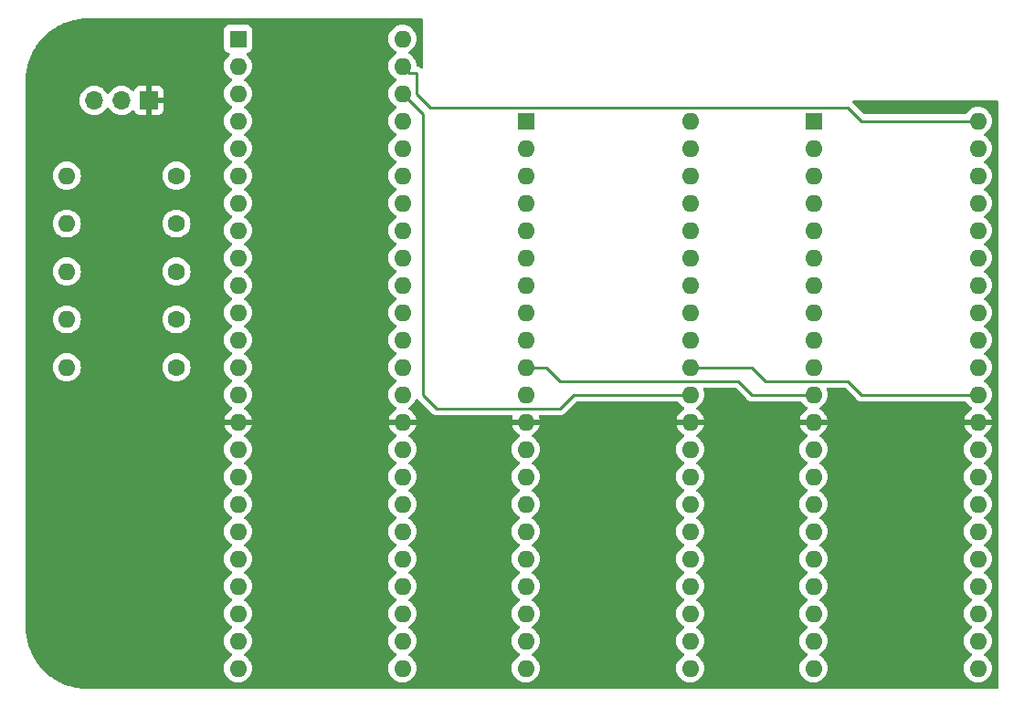
<source format=gbr>
%TF.GenerationSoftware,KiCad,Pcbnew,7.0.7*%
%TF.CreationDate,2023-12-17T10:52:51+01:00*%
%TF.ProjectId,everstar,65766572-7374-4617-922e-6b696361645f,rev?*%
%TF.SameCoordinates,Original*%
%TF.FileFunction,Copper,L2,Bot*%
%TF.FilePolarity,Positive*%
%FSLAX46Y46*%
G04 Gerber Fmt 4.6, Leading zero omitted, Abs format (unit mm)*
G04 Created by KiCad (PCBNEW 7.0.7) date 2023-12-17 10:52:51*
%MOMM*%
%LPD*%
G01*
G04 APERTURE LIST*
%TA.AperFunction,ComponentPad*%
%ADD10C,1.600000*%
%TD*%
%TA.AperFunction,ComponentPad*%
%ADD11O,1.600000X1.600000*%
%TD*%
%TA.AperFunction,ComponentPad*%
%ADD12R,1.600000X1.600000*%
%TD*%
%TA.AperFunction,ComponentPad*%
%ADD13R,1.700000X1.700000*%
%TD*%
%TA.AperFunction,ComponentPad*%
%ADD14O,1.700000X1.700000*%
%TD*%
%TA.AperFunction,Conductor*%
%ADD15C,0.250000*%
%TD*%
G04 APERTURE END LIST*
D10*
%TO.P,R2,1*%
%TO.N,WP#{slash}ACC*%
X64135000Y-78105000D03*
D11*
%TO.P,R2,2*%
%TO.N,VCC*%
X53975000Y-78105000D03*
%TD*%
D10*
%TO.P,R1,1*%
%TO.N,RESET#*%
X64135000Y-73660000D03*
D11*
%TO.P,R1,2*%
%TO.N,VCC*%
X53975000Y-73660000D03*
%TD*%
D10*
%TO.P,R3,1*%
%TO.N,WE#*%
X64135000Y-82550000D03*
D11*
%TO.P,R3,2*%
%TO.N,VCC*%
X53975000Y-82550000D03*
%TD*%
D12*
%TO.P,J3,1,Pin_1*%
%TO.N,A18*%
X96520000Y-68580000D03*
D11*
%TO.P,J3,2,Pin_2*%
%TO.N,A17*%
X96520000Y-71120000D03*
%TO.P,J3,3,Pin_3*%
%TO.N,A7*%
X96520000Y-73660000D03*
%TO.P,J3,4,Pin_4*%
%TO.N,A6*%
X96520000Y-76200000D03*
%TO.P,J3,5,Pin_5*%
%TO.N,A5*%
X96520000Y-78740000D03*
%TO.P,J3,6,Pin_6*%
%TO.N,A4*%
X96520000Y-81280000D03*
%TO.P,J3,7,Pin_7*%
%TO.N,A3*%
X96520000Y-83820000D03*
%TO.P,J3,8,Pin_8*%
%TO.N,A2*%
X96520000Y-86360000D03*
%TO.P,J3,9,Pin_9*%
%TO.N,A1*%
X96520000Y-88900000D03*
%TO.P,J3,10,Pin_10*%
%TO.N,A0*%
X96520000Y-91440000D03*
%TO.P,J3,11,Pin_11*%
%TO.N,CE#*%
X96520000Y-93980000D03*
%TO.P,J3,12,Pin_12*%
%TO.N,GND*%
X96520000Y-96520000D03*
%TO.P,J3,13,Pin_13*%
%TO.N,OE#*%
X96520000Y-99060000D03*
%TO.P,J3,14,Pin_14*%
%TO.N,Q0*%
X96520000Y-101600000D03*
%TO.P,J3,15,Pin_15*%
%TO.N,Q8*%
X96520000Y-104140000D03*
%TO.P,J3,16,Pin_16*%
%TO.N,Q1*%
X96520000Y-106680000D03*
%TO.P,J3,17,Pin_17*%
%TO.N,Q9*%
X96520000Y-109220000D03*
%TO.P,J3,18,Pin_18*%
%TO.N,Q2*%
X96520000Y-111760000D03*
%TO.P,J3,19,Pin_19*%
%TO.N,Q10*%
X96520000Y-114300000D03*
%TO.P,J3,20,Pin_20*%
%TO.N,Q3*%
X96520000Y-116840000D03*
%TO.P,J3,21,Pin_21*%
%TO.N,Q11*%
X96520000Y-119380000D03*
%TO.P,J3,22,Pin_22*%
%TO.N,VCC*%
X111760000Y-119380000D03*
%TO.P,J3,23,Pin_23*%
%TO.N,Q4*%
X111760000Y-116840000D03*
%TO.P,J3,24,Pin_24*%
%TO.N,Q12*%
X111760000Y-114300000D03*
%TO.P,J3,25,Pin_25*%
%TO.N,Q5*%
X111760000Y-111760000D03*
%TO.P,J3,26,Pin_26*%
%TO.N,Q13*%
X111760000Y-109220000D03*
%TO.P,J3,27,Pin_27*%
%TO.N,Q6*%
X111760000Y-106680000D03*
%TO.P,J3,28,Pin_28*%
%TO.N,Q14*%
X111760000Y-104140000D03*
%TO.P,J3,29,Pin_29*%
%TO.N,Q7*%
X111760000Y-101600000D03*
%TO.P,J3,30,Pin_30*%
%TO.N,Q15*%
X111760000Y-99060000D03*
%TO.P,J3,31,Pin_31*%
%TO.N,GND*%
X111760000Y-96520000D03*
%TO.P,J3,32,Pin_32*%
%TO.N,A20*%
X111760000Y-93980000D03*
%TO.P,J3,33,Pin_33*%
%TO.N,A16*%
X111760000Y-91440000D03*
%TO.P,J3,34,Pin_34*%
%TO.N,A15*%
X111760000Y-88900000D03*
%TO.P,J3,35,Pin_35*%
%TO.N,A14*%
X111760000Y-86360000D03*
%TO.P,J3,36,Pin_36*%
%TO.N,A13*%
X111760000Y-83820000D03*
%TO.P,J3,37,Pin_37*%
%TO.N,A12*%
X111760000Y-81280000D03*
%TO.P,J3,38,Pin_38*%
%TO.N,A11*%
X111760000Y-78740000D03*
%TO.P,J3,39,Pin_39*%
%TO.N,A10*%
X111760000Y-76200000D03*
%TO.P,J3,40,Pin_40*%
%TO.N,A9*%
X111760000Y-73660000D03*
%TO.P,J3,41,Pin_41*%
%TO.N,A8*%
X111760000Y-71120000D03*
%TO.P,J3,42,Pin_42*%
%TO.N,A19*%
X111760000Y-68580000D03*
%TD*%
D10*
%TO.P,R5,1*%
%TO.N,BYTE#*%
X64135000Y-91440000D03*
D11*
%TO.P,R5,2*%
%TO.N,VCC*%
X53975000Y-91440000D03*
%TD*%
D10*
%TO.P,R4,1*%
%TO.N,RY{slash}BY#*%
X64135000Y-86995000D03*
D11*
%TO.P,R4,2*%
%TO.N,VCC*%
X53975000Y-86995000D03*
%TD*%
D12*
%TO.P,J1,1,Pin_1*%
%TO.N,A21*%
X69850000Y-60960000D03*
D11*
%TO.P,J1,2,Pin_2*%
%TO.N,WP#{slash}ACC*%
X69850000Y-63500000D03*
%TO.P,J1,3,Pin_3*%
%TO.N,RY{slash}BY#*%
X69850000Y-66040000D03*
%TO.P,J1,4,Pin_4*%
%TO.N,A18*%
X69850000Y-68580000D03*
%TO.P,J1,5,Pin_5*%
%TO.N,A17*%
X69850000Y-71120000D03*
%TO.P,J1,6,Pin_6*%
%TO.N,A7*%
X69850000Y-73660000D03*
%TO.P,J1,7,Pin_7*%
%TO.N,A6*%
X69850000Y-76200000D03*
%TO.P,J1,8,Pin_8*%
%TO.N,A5*%
X69850000Y-78740000D03*
%TO.P,J1,9,Pin_9*%
%TO.N,A4*%
X69850000Y-81280000D03*
%TO.P,J1,10,Pin_10*%
%TO.N,A3*%
X69850000Y-83820000D03*
%TO.P,J1,11,Pin_11*%
%TO.N,A2*%
X69850000Y-86360000D03*
%TO.P,J1,12,Pin_12*%
%TO.N,A1*%
X69850000Y-88900000D03*
%TO.P,J1,13,Pin_13*%
%TO.N,A0*%
X69850000Y-91440000D03*
%TO.P,J1,14,Pin_14*%
%TO.N,CE#*%
X69850000Y-93980000D03*
%TO.P,J1,15,Pin_15*%
%TO.N,GND*%
X69850000Y-96520000D03*
%TO.P,J1,16,Pin_16*%
%TO.N,OE#*%
X69850000Y-99060000D03*
%TO.P,J1,17,Pin_17*%
%TO.N,Q0*%
X69850000Y-101600000D03*
%TO.P,J1,18,Pin_18*%
%TO.N,Q8*%
X69850000Y-104140000D03*
%TO.P,J1,19,Pin_19*%
%TO.N,Q1*%
X69850000Y-106680000D03*
%TO.P,J1,20,Pin_20*%
%TO.N,Q9*%
X69850000Y-109220000D03*
%TO.P,J1,21,Pin_21*%
%TO.N,Q2*%
X69850000Y-111760000D03*
%TO.P,J1,22,Pin_22*%
%TO.N,Q10*%
X69850000Y-114300000D03*
%TO.P,J1,23,Pin_23*%
%TO.N,Q3*%
X69850000Y-116840000D03*
%TO.P,J1,24,Pin_24*%
%TO.N,Q11*%
X69850000Y-119380000D03*
%TO.P,J1,25,Pin_25*%
%TO.N,VCC*%
X85090000Y-119380000D03*
%TO.P,J1,26,Pin_26*%
%TO.N,Q4*%
X85090000Y-116840000D03*
%TO.P,J1,27,Pin_27*%
%TO.N,Q12*%
X85090000Y-114300000D03*
%TO.P,J1,28,Pin_28*%
%TO.N,Q5*%
X85090000Y-111760000D03*
%TO.P,J1,29,Pin_29*%
%TO.N,Q13*%
X85090000Y-109220000D03*
%TO.P,J1,30,Pin_30*%
%TO.N,Q6*%
X85090000Y-106680000D03*
%TO.P,J1,31,Pin_31*%
%TO.N,Q14*%
X85090000Y-104140000D03*
%TO.P,J1,32,Pin_32*%
%TO.N,Q7*%
X85090000Y-101600000D03*
%TO.P,J1,33,Pin_33*%
%TO.N,Q15*%
X85090000Y-99060000D03*
%TO.P,J1,34,Pin_34*%
%TO.N,GND*%
X85090000Y-96520000D03*
%TO.P,J1,35,Pin_35*%
%TO.N,BYTE#*%
X85090000Y-93980000D03*
%TO.P,J1,36,Pin_36*%
%TO.N,A16*%
X85090000Y-91440000D03*
%TO.P,J1,37,Pin_37*%
%TO.N,A15*%
X85090000Y-88900000D03*
%TO.P,J1,38,Pin_38*%
%TO.N,A14*%
X85090000Y-86360000D03*
%TO.P,J1,39,Pin_39*%
%TO.N,A13*%
X85090000Y-83820000D03*
%TO.P,J1,40,Pin_40*%
%TO.N,A12*%
X85090000Y-81280000D03*
%TO.P,J1,41,Pin_41*%
%TO.N,A11*%
X85090000Y-78740000D03*
%TO.P,J1,42,Pin_42*%
%TO.N,A10*%
X85090000Y-76200000D03*
%TO.P,J1,43,Pin_43*%
%TO.N,A9*%
X85090000Y-73660000D03*
%TO.P,J1,44,Pin_44*%
%TO.N,A8*%
X85090000Y-71120000D03*
%TO.P,J1,45,Pin_45*%
%TO.N,A19*%
X85090000Y-68580000D03*
%TO.P,J1,46,Pin_46*%
%TO.N,A20*%
X85090000Y-66040000D03*
%TO.P,J1,47,Pin_47*%
%TO.N,WE#*%
X85090000Y-63500000D03*
%TO.P,J1,48,Pin_48*%
%TO.N,RESET#*%
X85090000Y-60960000D03*
%TD*%
D13*
%TO.P,J4,1,Pin_1*%
%TO.N,GND*%
X61595000Y-66675000D03*
D14*
%TO.P,J4,2,Pin_2*%
%TO.N,A21*%
X59055000Y-66675000D03*
%TO.P,J4,3,Pin_3*%
%TO.N,VCC*%
X56515000Y-66675000D03*
%TD*%
D12*
%TO.P,J2,1,Pin_1*%
%TO.N,A18*%
X123190000Y-68580000D03*
D11*
%TO.P,J2,2,Pin_2*%
%TO.N,A17*%
X123190000Y-71120000D03*
%TO.P,J2,3,Pin_3*%
%TO.N,A7*%
X123190000Y-73660000D03*
%TO.P,J2,4,Pin_4*%
%TO.N,A6*%
X123190000Y-76200000D03*
%TO.P,J2,5,Pin_5*%
%TO.N,A5*%
X123190000Y-78740000D03*
%TO.P,J2,6,Pin_6*%
%TO.N,A4*%
X123190000Y-81280000D03*
%TO.P,J2,7,Pin_7*%
%TO.N,A3*%
X123190000Y-83820000D03*
%TO.P,J2,8,Pin_8*%
%TO.N,A2*%
X123190000Y-86360000D03*
%TO.P,J2,9,Pin_9*%
%TO.N,A1*%
X123190000Y-88900000D03*
%TO.P,J2,10,Pin_10*%
%TO.N,CE#*%
X123190000Y-91440000D03*
%TO.P,J2,11,Pin_11*%
%TO.N,A0*%
X123190000Y-93980000D03*
%TO.P,J2,12,Pin_12*%
%TO.N,GND*%
X123190000Y-96520000D03*
%TO.P,J2,13,Pin_13*%
%TO.N,OE#*%
X123190000Y-99060000D03*
%TO.P,J2,14,Pin_14*%
%TO.N,Q0*%
X123190000Y-101600000D03*
%TO.P,J2,15,Pin_15*%
%TO.N,Q8*%
X123190000Y-104140000D03*
%TO.P,J2,16,Pin_16*%
%TO.N,Q1*%
X123190000Y-106680000D03*
%TO.P,J2,17,Pin_17*%
%TO.N,Q9*%
X123190000Y-109220000D03*
%TO.P,J2,18,Pin_18*%
%TO.N,Q2*%
X123190000Y-111760000D03*
%TO.P,J2,19,Pin_19*%
%TO.N,Q10*%
X123190000Y-114300000D03*
%TO.P,J2,20,Pin_20*%
%TO.N,Q3*%
X123190000Y-116840000D03*
%TO.P,J2,21,Pin_21*%
%TO.N,Q11*%
X123190000Y-119380000D03*
%TO.P,J2,22,Pin_22*%
%TO.N,VCC*%
X138430000Y-119380000D03*
%TO.P,J2,23,Pin_23*%
%TO.N,Q4*%
X138430000Y-116840000D03*
%TO.P,J2,24,Pin_24*%
%TO.N,Q12*%
X138430000Y-114300000D03*
%TO.P,J2,25,Pin_25*%
%TO.N,Q5*%
X138430000Y-111760000D03*
%TO.P,J2,26,Pin_26*%
%TO.N,Q13*%
X138430000Y-109220000D03*
%TO.P,J2,27,Pin_27*%
%TO.N,Q6*%
X138430000Y-106680000D03*
%TO.P,J2,28,Pin_28*%
%TO.N,Q14*%
X138430000Y-104140000D03*
%TO.P,J2,29,Pin_29*%
%TO.N,Q7*%
X138430000Y-101600000D03*
%TO.P,J2,30,Pin_30*%
%TO.N,Q15*%
X138430000Y-99060000D03*
%TO.P,J2,31,Pin_31*%
%TO.N,GND*%
X138430000Y-96520000D03*
%TO.P,J2,32,Pin_32*%
%TO.N,A16*%
X138430000Y-93980000D03*
%TO.P,J2,33,Pin_33*%
%TO.N,A15*%
X138430000Y-91440000D03*
%TO.P,J2,34,Pin_34*%
%TO.N,A14*%
X138430000Y-88900000D03*
%TO.P,J2,35,Pin_35*%
%TO.N,A13*%
X138430000Y-86360000D03*
%TO.P,J2,36,Pin_36*%
%TO.N,A12*%
X138430000Y-83820000D03*
%TO.P,J2,37,Pin_37*%
%TO.N,A11*%
X138430000Y-81280000D03*
%TO.P,J2,38,Pin_38*%
%TO.N,A10*%
X138430000Y-78740000D03*
%TO.P,J2,39,Pin_39*%
%TO.N,A9*%
X138430000Y-76200000D03*
%TO.P,J2,40,Pin_40*%
%TO.N,A8*%
X138430000Y-73660000D03*
%TO.P,J2,41,Pin_41*%
%TO.N,A19*%
X138430000Y-71120000D03*
%TO.P,J2,42,Pin_42*%
%TO.N,WE#*%
X138430000Y-68580000D03*
%TD*%
D15*
%TO.N,A0*%
X117475000Y-93980000D02*
X116205000Y-92710000D01*
X99695000Y-92710000D02*
X98425000Y-91440000D01*
X123190000Y-93980000D02*
X117475000Y-93980000D01*
X116205000Y-92710000D02*
X99695000Y-92710000D01*
X98425000Y-91440000D02*
X96520000Y-91440000D01*
%TO.N,A16*%
X127635000Y-93980000D02*
X126365000Y-92710000D01*
X118745000Y-92710000D02*
X117475000Y-91440000D01*
X138430000Y-93980000D02*
X127635000Y-93980000D01*
X117475000Y-91440000D02*
X111760000Y-91440000D01*
X126365000Y-92710000D02*
X118745000Y-92710000D01*
%TO.N,A20*%
X86995000Y-93980000D02*
X86995000Y-67945000D01*
X86995000Y-67945000D02*
X85090000Y-66040000D01*
X111760000Y-93980000D02*
X100965000Y-93980000D01*
X88265000Y-95250000D02*
X86995000Y-93980000D01*
X99695000Y-95250000D02*
X88265000Y-95250000D01*
X100965000Y-93980000D02*
X99695000Y-95250000D01*
%TO.N,WE#*%
X86360000Y-66040000D02*
X86360000Y-64135000D01*
X87630000Y-67310000D02*
X86360000Y-66040000D01*
X127635000Y-68580000D02*
X126365000Y-67310000D01*
X85725000Y-64135000D02*
X85090000Y-63500000D01*
X86360000Y-64135000D02*
X85725000Y-64135000D01*
X138430000Y-68580000D02*
X127635000Y-68580000D01*
X126365000Y-67310000D02*
X87630000Y-67310000D01*
%TD*%
%TA.AperFunction,Conductor*%
%TO.N,GND*%
G36*
X86937539Y-59075185D02*
G01*
X86983294Y-59127989D01*
X86994500Y-59179500D01*
X86994499Y-63584593D01*
X86974814Y-63651632D01*
X86922010Y-63697387D01*
X86852852Y-63707331D01*
X86791461Y-63680139D01*
X86788886Y-63678009D01*
X86775341Y-63666803D01*
X86772448Y-63664253D01*
X86730582Y-63624938D01*
X86730581Y-63624937D01*
X86730577Y-63624934D01*
X86723415Y-63620997D01*
X86704114Y-63607880D01*
X86697824Y-63602676D01*
X86645878Y-63578232D01*
X86642417Y-63576469D01*
X86592092Y-63548803D01*
X86592089Y-63548802D01*
X86592085Y-63548800D01*
X86584174Y-63546769D01*
X86562222Y-63538866D01*
X86554825Y-63535385D01*
X86554821Y-63535384D01*
X86498445Y-63524630D01*
X86494647Y-63523781D01*
X86480363Y-63520114D01*
X86420322Y-63484379D01*
X86389133Y-63421858D01*
X86387665Y-63410815D01*
X86375635Y-63273308D01*
X86316739Y-63053504D01*
X86220568Y-62847266D01*
X86090047Y-62660861D01*
X86090045Y-62660858D01*
X85929141Y-62499954D01*
X85742734Y-62369432D01*
X85742728Y-62369429D01*
X85684725Y-62342382D01*
X85632285Y-62296210D01*
X85613133Y-62229017D01*
X85633348Y-62162135D01*
X85684725Y-62117618D01*
X85742734Y-62090568D01*
X85929139Y-61960047D01*
X86090047Y-61799139D01*
X86220568Y-61612734D01*
X86316739Y-61406496D01*
X86375635Y-61186692D01*
X86395468Y-60960000D01*
X86375635Y-60733308D01*
X86316739Y-60513504D01*
X86220568Y-60307266D01*
X86090047Y-60120861D01*
X86090045Y-60120858D01*
X85929141Y-59959954D01*
X85742734Y-59829432D01*
X85742732Y-59829431D01*
X85536497Y-59733261D01*
X85536488Y-59733258D01*
X85316697Y-59674366D01*
X85316693Y-59674365D01*
X85316692Y-59674365D01*
X85316691Y-59674364D01*
X85316686Y-59674364D01*
X85090002Y-59654532D01*
X85089998Y-59654532D01*
X84863313Y-59674364D01*
X84863302Y-59674366D01*
X84643511Y-59733258D01*
X84643502Y-59733261D01*
X84437267Y-59829431D01*
X84437265Y-59829432D01*
X84250858Y-59959954D01*
X84089954Y-60120858D01*
X83959432Y-60307265D01*
X83959431Y-60307267D01*
X83863261Y-60513502D01*
X83863258Y-60513511D01*
X83804366Y-60733302D01*
X83804364Y-60733313D01*
X83784532Y-60959998D01*
X83784532Y-60960001D01*
X83804364Y-61186686D01*
X83804366Y-61186697D01*
X83863258Y-61406488D01*
X83863261Y-61406497D01*
X83959431Y-61612732D01*
X83959432Y-61612734D01*
X84089954Y-61799141D01*
X84250858Y-61960045D01*
X84250861Y-61960047D01*
X84437266Y-62090568D01*
X84495275Y-62117618D01*
X84547714Y-62163791D01*
X84566866Y-62230984D01*
X84546650Y-62297865D01*
X84495275Y-62342382D01*
X84437267Y-62369431D01*
X84437265Y-62369432D01*
X84250858Y-62499954D01*
X84089954Y-62660858D01*
X83959432Y-62847265D01*
X83959431Y-62847267D01*
X83863261Y-63053502D01*
X83863258Y-63053511D01*
X83804366Y-63273302D01*
X83804364Y-63273313D01*
X83784532Y-63499998D01*
X83784532Y-63500001D01*
X83804364Y-63726686D01*
X83804366Y-63726697D01*
X83863258Y-63946488D01*
X83863261Y-63946497D01*
X83959431Y-64152732D01*
X83959432Y-64152734D01*
X84089954Y-64339141D01*
X84250858Y-64500045D01*
X84250861Y-64500047D01*
X84437266Y-64630568D01*
X84495275Y-64657618D01*
X84547714Y-64703791D01*
X84566866Y-64770984D01*
X84546650Y-64837865D01*
X84495275Y-64882382D01*
X84437267Y-64909431D01*
X84437265Y-64909432D01*
X84250858Y-65039954D01*
X84089954Y-65200858D01*
X83959432Y-65387265D01*
X83959431Y-65387267D01*
X83863261Y-65593502D01*
X83863258Y-65593511D01*
X83804366Y-65813302D01*
X83804364Y-65813313D01*
X83784532Y-66039998D01*
X83784532Y-66040001D01*
X83804364Y-66266686D01*
X83804366Y-66266697D01*
X83863258Y-66486488D01*
X83863261Y-66486497D01*
X83959431Y-66692732D01*
X83959432Y-66692734D01*
X84089954Y-66879141D01*
X84250858Y-67040045D01*
X84250861Y-67040047D01*
X84437266Y-67170568D01*
X84495275Y-67197618D01*
X84547714Y-67243791D01*
X84566866Y-67310984D01*
X84546650Y-67377865D01*
X84495275Y-67422382D01*
X84437267Y-67449431D01*
X84437265Y-67449432D01*
X84250858Y-67579954D01*
X84089954Y-67740858D01*
X83959432Y-67927265D01*
X83959431Y-67927267D01*
X83863261Y-68133502D01*
X83863258Y-68133511D01*
X83804366Y-68353302D01*
X83804364Y-68353313D01*
X83784532Y-68579998D01*
X83784532Y-68580001D01*
X83804364Y-68806686D01*
X83804366Y-68806697D01*
X83863258Y-69026488D01*
X83863261Y-69026497D01*
X83959431Y-69232732D01*
X83959432Y-69232734D01*
X84089954Y-69419141D01*
X84250858Y-69580045D01*
X84250861Y-69580047D01*
X84437266Y-69710568D01*
X84495275Y-69737618D01*
X84547714Y-69783791D01*
X84566866Y-69850984D01*
X84546650Y-69917865D01*
X84495275Y-69962382D01*
X84437267Y-69989431D01*
X84437265Y-69989432D01*
X84250858Y-70119954D01*
X84089954Y-70280858D01*
X83959432Y-70467265D01*
X83959431Y-70467267D01*
X83863261Y-70673502D01*
X83863258Y-70673511D01*
X83804366Y-70893302D01*
X83804364Y-70893313D01*
X83784532Y-71119998D01*
X83784532Y-71120001D01*
X83804364Y-71346686D01*
X83804366Y-71346697D01*
X83863258Y-71566488D01*
X83863261Y-71566497D01*
X83959431Y-71772732D01*
X83959432Y-71772734D01*
X84089954Y-71959141D01*
X84250858Y-72120045D01*
X84250861Y-72120047D01*
X84437266Y-72250568D01*
X84495275Y-72277618D01*
X84547714Y-72323791D01*
X84566866Y-72390984D01*
X84546650Y-72457865D01*
X84495275Y-72502382D01*
X84437267Y-72529431D01*
X84437265Y-72529432D01*
X84250858Y-72659954D01*
X84089954Y-72820858D01*
X83959432Y-73007265D01*
X83959431Y-73007267D01*
X83863261Y-73213502D01*
X83863258Y-73213511D01*
X83804366Y-73433302D01*
X83804364Y-73433313D01*
X83784532Y-73659998D01*
X83784532Y-73660001D01*
X83804364Y-73886686D01*
X83804366Y-73886697D01*
X83863258Y-74106488D01*
X83863261Y-74106497D01*
X83959431Y-74312732D01*
X83959432Y-74312734D01*
X84089954Y-74499141D01*
X84250858Y-74660045D01*
X84250861Y-74660047D01*
X84437266Y-74790568D01*
X84495275Y-74817618D01*
X84547714Y-74863791D01*
X84566866Y-74930984D01*
X84546650Y-74997865D01*
X84495275Y-75042382D01*
X84437267Y-75069431D01*
X84437265Y-75069432D01*
X84250858Y-75199954D01*
X84089954Y-75360858D01*
X83959432Y-75547265D01*
X83959431Y-75547267D01*
X83863261Y-75753502D01*
X83863258Y-75753511D01*
X83804366Y-75973302D01*
X83804364Y-75973313D01*
X83784532Y-76199998D01*
X83784532Y-76200001D01*
X83804364Y-76426686D01*
X83804366Y-76426697D01*
X83863258Y-76646488D01*
X83863261Y-76646497D01*
X83959431Y-76852732D01*
X83959432Y-76852734D01*
X84089954Y-77039141D01*
X84250858Y-77200045D01*
X84250861Y-77200047D01*
X84437266Y-77330568D01*
X84495275Y-77357618D01*
X84547714Y-77403791D01*
X84566866Y-77470984D01*
X84546650Y-77537865D01*
X84495275Y-77582382D01*
X84437267Y-77609431D01*
X84437265Y-77609432D01*
X84250858Y-77739954D01*
X84089954Y-77900858D01*
X83959432Y-78087265D01*
X83959431Y-78087267D01*
X83863261Y-78293502D01*
X83863258Y-78293511D01*
X83804366Y-78513302D01*
X83804364Y-78513313D01*
X83784532Y-78739998D01*
X83784532Y-78740001D01*
X83804364Y-78966686D01*
X83804366Y-78966697D01*
X83863258Y-79186488D01*
X83863261Y-79186497D01*
X83959431Y-79392732D01*
X83959432Y-79392734D01*
X84089954Y-79579141D01*
X84250858Y-79740045D01*
X84250861Y-79740047D01*
X84437266Y-79870568D01*
X84495275Y-79897618D01*
X84547714Y-79943791D01*
X84566866Y-80010984D01*
X84546650Y-80077865D01*
X84495275Y-80122382D01*
X84437267Y-80149431D01*
X84437265Y-80149432D01*
X84250858Y-80279954D01*
X84089954Y-80440858D01*
X83959432Y-80627265D01*
X83959431Y-80627267D01*
X83863261Y-80833502D01*
X83863258Y-80833511D01*
X83804366Y-81053302D01*
X83804364Y-81053313D01*
X83784532Y-81279998D01*
X83784532Y-81280001D01*
X83804364Y-81506686D01*
X83804366Y-81506697D01*
X83863258Y-81726488D01*
X83863261Y-81726497D01*
X83959431Y-81932732D01*
X83959432Y-81932734D01*
X84089954Y-82119141D01*
X84250858Y-82280045D01*
X84250861Y-82280047D01*
X84437266Y-82410568D01*
X84495275Y-82437618D01*
X84547714Y-82483791D01*
X84566866Y-82550984D01*
X84546650Y-82617865D01*
X84495275Y-82662382D01*
X84437267Y-82689431D01*
X84437265Y-82689432D01*
X84250858Y-82819954D01*
X84089954Y-82980858D01*
X83959432Y-83167265D01*
X83959431Y-83167267D01*
X83863261Y-83373502D01*
X83863258Y-83373511D01*
X83804366Y-83593302D01*
X83804364Y-83593313D01*
X83784532Y-83819998D01*
X83784532Y-83820001D01*
X83804364Y-84046686D01*
X83804366Y-84046697D01*
X83863258Y-84266488D01*
X83863261Y-84266497D01*
X83959431Y-84472732D01*
X83959432Y-84472734D01*
X84089954Y-84659141D01*
X84250858Y-84820045D01*
X84250861Y-84820047D01*
X84437266Y-84950568D01*
X84495278Y-84977619D01*
X84547713Y-85023788D01*
X84566866Y-85090982D01*
X84546651Y-85157863D01*
X84495277Y-85202380D01*
X84437268Y-85229430D01*
X84437265Y-85229432D01*
X84250858Y-85359954D01*
X84089954Y-85520858D01*
X83959432Y-85707265D01*
X83959431Y-85707267D01*
X83863261Y-85913502D01*
X83863258Y-85913511D01*
X83804366Y-86133302D01*
X83804364Y-86133313D01*
X83784532Y-86359998D01*
X83784532Y-86360001D01*
X83804364Y-86586686D01*
X83804366Y-86586697D01*
X83863258Y-86806488D01*
X83863261Y-86806497D01*
X83959431Y-87012732D01*
X83959432Y-87012734D01*
X84089954Y-87199141D01*
X84250858Y-87360045D01*
X84250861Y-87360047D01*
X84437266Y-87490568D01*
X84495278Y-87517619D01*
X84547713Y-87563788D01*
X84566866Y-87630982D01*
X84546651Y-87697863D01*
X84495277Y-87742380D01*
X84437268Y-87769430D01*
X84437265Y-87769432D01*
X84250858Y-87899954D01*
X84089954Y-88060858D01*
X83959432Y-88247265D01*
X83959431Y-88247267D01*
X83863261Y-88453502D01*
X83863258Y-88453511D01*
X83804366Y-88673302D01*
X83804364Y-88673313D01*
X83784532Y-88899998D01*
X83784532Y-88900001D01*
X83804364Y-89126686D01*
X83804366Y-89126697D01*
X83863258Y-89346488D01*
X83863261Y-89346497D01*
X83959431Y-89552732D01*
X83959432Y-89552734D01*
X84089954Y-89739141D01*
X84250858Y-89900045D01*
X84250861Y-89900047D01*
X84437266Y-90030568D01*
X84495275Y-90057618D01*
X84547714Y-90103791D01*
X84566866Y-90170984D01*
X84546650Y-90237865D01*
X84495275Y-90282382D01*
X84437267Y-90309431D01*
X84437265Y-90309432D01*
X84250858Y-90439954D01*
X84089954Y-90600858D01*
X83959432Y-90787265D01*
X83959431Y-90787267D01*
X83863261Y-90993502D01*
X83863258Y-90993511D01*
X83804366Y-91213302D01*
X83804364Y-91213313D01*
X83784532Y-91439998D01*
X83784532Y-91440001D01*
X83804364Y-91666686D01*
X83804366Y-91666697D01*
X83863258Y-91886488D01*
X83863261Y-91886497D01*
X83959431Y-92092732D01*
X83959432Y-92092734D01*
X84089954Y-92279141D01*
X84250858Y-92440045D01*
X84250861Y-92440047D01*
X84437266Y-92570568D01*
X84495275Y-92597618D01*
X84547714Y-92643791D01*
X84566866Y-92710984D01*
X84546650Y-92777865D01*
X84495275Y-92822382D01*
X84437267Y-92849431D01*
X84437265Y-92849432D01*
X84250858Y-92979954D01*
X84089954Y-93140858D01*
X83959432Y-93327265D01*
X83959431Y-93327267D01*
X83863261Y-93533502D01*
X83863258Y-93533511D01*
X83804366Y-93753302D01*
X83804364Y-93753313D01*
X83784532Y-93979998D01*
X83784532Y-93980001D01*
X83804364Y-94206686D01*
X83804366Y-94206697D01*
X83863258Y-94426488D01*
X83863261Y-94426497D01*
X83959431Y-94632732D01*
X83959432Y-94632734D01*
X84089954Y-94819141D01*
X84250858Y-94980045D01*
X84250861Y-94980047D01*
X84437266Y-95110568D01*
X84495865Y-95137893D01*
X84548305Y-95184065D01*
X84567457Y-95251258D01*
X84547242Y-95318139D01*
X84495867Y-95362657D01*
X84437515Y-95389867D01*
X84251179Y-95520342D01*
X84090342Y-95681179D01*
X83959865Y-95867517D01*
X83863734Y-96073673D01*
X83863730Y-96073682D01*
X83811127Y-96269999D01*
X83811128Y-96270000D01*
X84579424Y-96270000D01*
X84646463Y-96289685D01*
X84692218Y-96342489D01*
X84702162Y-96411647D01*
X84701897Y-96413397D01*
X84685014Y-96519996D01*
X84685014Y-96520003D01*
X84701897Y-96626603D01*
X84692942Y-96695896D01*
X84647946Y-96749348D01*
X84581194Y-96769987D01*
X84579424Y-96770000D01*
X83811128Y-96770000D01*
X83863730Y-96966317D01*
X83863734Y-96966326D01*
X83959865Y-97172482D01*
X84090342Y-97358820D01*
X84251179Y-97519657D01*
X84437518Y-97650134D01*
X84437520Y-97650135D01*
X84495865Y-97677342D01*
X84548305Y-97723514D01*
X84567457Y-97790707D01*
X84547242Y-97857589D01*
X84495867Y-97902105D01*
X84437268Y-97929431D01*
X84437264Y-97929433D01*
X84250858Y-98059954D01*
X84089954Y-98220858D01*
X83959432Y-98407265D01*
X83959431Y-98407267D01*
X83863261Y-98613502D01*
X83863258Y-98613511D01*
X83804366Y-98833302D01*
X83804364Y-98833313D01*
X83784532Y-99059998D01*
X83784532Y-99060001D01*
X83804364Y-99286686D01*
X83804366Y-99286697D01*
X83863258Y-99506488D01*
X83863261Y-99506497D01*
X83959431Y-99712732D01*
X83959432Y-99712734D01*
X84089954Y-99899141D01*
X84250858Y-100060045D01*
X84250861Y-100060047D01*
X84437266Y-100190568D01*
X84495275Y-100217618D01*
X84547714Y-100263791D01*
X84566866Y-100330984D01*
X84546650Y-100397865D01*
X84495275Y-100442382D01*
X84437267Y-100469431D01*
X84437265Y-100469432D01*
X84250858Y-100599954D01*
X84089954Y-100760858D01*
X83959432Y-100947265D01*
X83959431Y-100947267D01*
X83863261Y-101153502D01*
X83863258Y-101153511D01*
X83804366Y-101373302D01*
X83804364Y-101373313D01*
X83784532Y-101599998D01*
X83784532Y-101600001D01*
X83804364Y-101826686D01*
X83804366Y-101826697D01*
X83863258Y-102046488D01*
X83863261Y-102046497D01*
X83959431Y-102252732D01*
X83959432Y-102252734D01*
X84089954Y-102439141D01*
X84250858Y-102600045D01*
X84250861Y-102600047D01*
X84437266Y-102730568D01*
X84495275Y-102757618D01*
X84547714Y-102803791D01*
X84566866Y-102870984D01*
X84546650Y-102937865D01*
X84495275Y-102982382D01*
X84437267Y-103009431D01*
X84437265Y-103009432D01*
X84250858Y-103139954D01*
X84089954Y-103300858D01*
X83959432Y-103487265D01*
X83959431Y-103487267D01*
X83863261Y-103693502D01*
X83863258Y-103693511D01*
X83804366Y-103913302D01*
X83804364Y-103913313D01*
X83784532Y-104139998D01*
X83784532Y-104140001D01*
X83804364Y-104366686D01*
X83804366Y-104366697D01*
X83863258Y-104586488D01*
X83863261Y-104586497D01*
X83959431Y-104792732D01*
X83959432Y-104792734D01*
X84089954Y-104979141D01*
X84250858Y-105140045D01*
X84250861Y-105140047D01*
X84437266Y-105270568D01*
X84495275Y-105297618D01*
X84547714Y-105343791D01*
X84566866Y-105410984D01*
X84546650Y-105477865D01*
X84495275Y-105522382D01*
X84437267Y-105549431D01*
X84437265Y-105549432D01*
X84250858Y-105679954D01*
X84089954Y-105840858D01*
X83959432Y-106027265D01*
X83959431Y-106027267D01*
X83863261Y-106233502D01*
X83863258Y-106233511D01*
X83804366Y-106453302D01*
X83804364Y-106453313D01*
X83784532Y-106679998D01*
X83784532Y-106680001D01*
X83804364Y-106906686D01*
X83804366Y-106906697D01*
X83863258Y-107126488D01*
X83863261Y-107126497D01*
X83959431Y-107332732D01*
X83959432Y-107332734D01*
X84089954Y-107519141D01*
X84250858Y-107680045D01*
X84250861Y-107680047D01*
X84437266Y-107810568D01*
X84495278Y-107837619D01*
X84547713Y-107883788D01*
X84566866Y-107950982D01*
X84546651Y-108017863D01*
X84495277Y-108062380D01*
X84437268Y-108089430D01*
X84437265Y-108089432D01*
X84250858Y-108219954D01*
X84089954Y-108380858D01*
X83959432Y-108567265D01*
X83959431Y-108567267D01*
X83863261Y-108773502D01*
X83863258Y-108773511D01*
X83804366Y-108993302D01*
X83804364Y-108993313D01*
X83784532Y-109219998D01*
X83784532Y-109220001D01*
X83804364Y-109446686D01*
X83804366Y-109446697D01*
X83863258Y-109666488D01*
X83863261Y-109666497D01*
X83959431Y-109872732D01*
X83959432Y-109872734D01*
X84089954Y-110059141D01*
X84250858Y-110220045D01*
X84250861Y-110220047D01*
X84437266Y-110350568D01*
X84495275Y-110377618D01*
X84547714Y-110423791D01*
X84566866Y-110490984D01*
X84546650Y-110557865D01*
X84495275Y-110602382D01*
X84437267Y-110629431D01*
X84437265Y-110629432D01*
X84250858Y-110759954D01*
X84089954Y-110920858D01*
X83959432Y-111107265D01*
X83959431Y-111107267D01*
X83863261Y-111313502D01*
X83863258Y-111313511D01*
X83804366Y-111533302D01*
X83804364Y-111533313D01*
X83784532Y-111759998D01*
X83784532Y-111760001D01*
X83804364Y-111986686D01*
X83804366Y-111986697D01*
X83863258Y-112206488D01*
X83863261Y-112206497D01*
X83959431Y-112412732D01*
X83959432Y-112412734D01*
X84089954Y-112599141D01*
X84250858Y-112760045D01*
X84250861Y-112760047D01*
X84437266Y-112890568D01*
X84495275Y-112917618D01*
X84547714Y-112963791D01*
X84566866Y-113030984D01*
X84546650Y-113097865D01*
X84495275Y-113142382D01*
X84437267Y-113169431D01*
X84437265Y-113169432D01*
X84250858Y-113299954D01*
X84089954Y-113460858D01*
X83959432Y-113647265D01*
X83959431Y-113647267D01*
X83863261Y-113853502D01*
X83863258Y-113853511D01*
X83804366Y-114073302D01*
X83804364Y-114073313D01*
X83784532Y-114299998D01*
X83784532Y-114300001D01*
X83804364Y-114526686D01*
X83804366Y-114526697D01*
X83863258Y-114746488D01*
X83863261Y-114746497D01*
X83959431Y-114952732D01*
X83959432Y-114952734D01*
X84089954Y-115139141D01*
X84250858Y-115300045D01*
X84250861Y-115300047D01*
X84437266Y-115430568D01*
X84495275Y-115457618D01*
X84547714Y-115503791D01*
X84566866Y-115570984D01*
X84546650Y-115637865D01*
X84495275Y-115682382D01*
X84437267Y-115709431D01*
X84437265Y-115709432D01*
X84250858Y-115839954D01*
X84089954Y-116000858D01*
X83959432Y-116187265D01*
X83959431Y-116187267D01*
X83863261Y-116393502D01*
X83863258Y-116393511D01*
X83804366Y-116613302D01*
X83804364Y-116613313D01*
X83784532Y-116839998D01*
X83784532Y-116840001D01*
X83804364Y-117066686D01*
X83804366Y-117066697D01*
X83863258Y-117286488D01*
X83863261Y-117286497D01*
X83959431Y-117492732D01*
X83959432Y-117492734D01*
X84089954Y-117679141D01*
X84250858Y-117840045D01*
X84250861Y-117840047D01*
X84437266Y-117970568D01*
X84495275Y-117997618D01*
X84547714Y-118043791D01*
X84566866Y-118110984D01*
X84546650Y-118177865D01*
X84495275Y-118222382D01*
X84437267Y-118249431D01*
X84437265Y-118249432D01*
X84250858Y-118379954D01*
X84089954Y-118540858D01*
X83959432Y-118727265D01*
X83959431Y-118727267D01*
X83863261Y-118933502D01*
X83863258Y-118933511D01*
X83804366Y-119153302D01*
X83804364Y-119153313D01*
X83784532Y-119379998D01*
X83784532Y-119380001D01*
X83804364Y-119606686D01*
X83804366Y-119606697D01*
X83863258Y-119826488D01*
X83863261Y-119826497D01*
X83959431Y-120032732D01*
X83959432Y-120032734D01*
X84089954Y-120219141D01*
X84250858Y-120380045D01*
X84250861Y-120380047D01*
X84437266Y-120510568D01*
X84643504Y-120606739D01*
X84863308Y-120665635D01*
X85025230Y-120679801D01*
X85089998Y-120685468D01*
X85090000Y-120685468D01*
X85090002Y-120685468D01*
X85146673Y-120680509D01*
X85316692Y-120665635D01*
X85536496Y-120606739D01*
X85742734Y-120510568D01*
X85929139Y-120380047D01*
X86090047Y-120219139D01*
X86220568Y-120032734D01*
X86316739Y-119826496D01*
X86375635Y-119606692D01*
X86395468Y-119380000D01*
X86375635Y-119153308D01*
X86316739Y-118933504D01*
X86220568Y-118727266D01*
X86090047Y-118540861D01*
X86090045Y-118540858D01*
X85929141Y-118379954D01*
X85742734Y-118249432D01*
X85742728Y-118249429D01*
X85684725Y-118222382D01*
X85632285Y-118176210D01*
X85613133Y-118109017D01*
X85633348Y-118042135D01*
X85684725Y-117997618D01*
X85742734Y-117970568D01*
X85929139Y-117840047D01*
X86090047Y-117679139D01*
X86220568Y-117492734D01*
X86316739Y-117286496D01*
X86375635Y-117066692D01*
X86395468Y-116840000D01*
X86375635Y-116613308D01*
X86316739Y-116393504D01*
X86220568Y-116187266D01*
X86090047Y-116000861D01*
X86090045Y-116000858D01*
X85929141Y-115839954D01*
X85742734Y-115709432D01*
X85742728Y-115709429D01*
X85684725Y-115682382D01*
X85632285Y-115636210D01*
X85613133Y-115569017D01*
X85633348Y-115502135D01*
X85684725Y-115457618D01*
X85742734Y-115430568D01*
X85929139Y-115300047D01*
X86090047Y-115139139D01*
X86220568Y-114952734D01*
X86316739Y-114746496D01*
X86375635Y-114526692D01*
X86395468Y-114300000D01*
X86375635Y-114073308D01*
X86316739Y-113853504D01*
X86220568Y-113647266D01*
X86090047Y-113460861D01*
X86090045Y-113460858D01*
X85929141Y-113299954D01*
X85742734Y-113169432D01*
X85742728Y-113169429D01*
X85684725Y-113142382D01*
X85632285Y-113096210D01*
X85613133Y-113029017D01*
X85633348Y-112962135D01*
X85684725Y-112917618D01*
X85742734Y-112890568D01*
X85929139Y-112760047D01*
X86090047Y-112599139D01*
X86220568Y-112412734D01*
X86316739Y-112206496D01*
X86375635Y-111986692D01*
X86395468Y-111760000D01*
X86375635Y-111533308D01*
X86316739Y-111313504D01*
X86220568Y-111107266D01*
X86090047Y-110920861D01*
X86090045Y-110920858D01*
X85929141Y-110759954D01*
X85742734Y-110629432D01*
X85742728Y-110629429D01*
X85684725Y-110602382D01*
X85632285Y-110556210D01*
X85613133Y-110489017D01*
X85633348Y-110422135D01*
X85684725Y-110377618D01*
X85742734Y-110350568D01*
X85929139Y-110220047D01*
X86090047Y-110059139D01*
X86220568Y-109872734D01*
X86316739Y-109666496D01*
X86375635Y-109446692D01*
X86395468Y-109220000D01*
X86375635Y-108993308D01*
X86316739Y-108773504D01*
X86220568Y-108567266D01*
X86090047Y-108380861D01*
X86090045Y-108380858D01*
X85929141Y-108219954D01*
X85742735Y-108089433D01*
X85742736Y-108089433D01*
X85742734Y-108089432D01*
X85684722Y-108062380D01*
X85632284Y-108016208D01*
X85613133Y-107949014D01*
X85633349Y-107882133D01*
X85684721Y-107837619D01*
X85742734Y-107810568D01*
X85929139Y-107680047D01*
X86090047Y-107519139D01*
X86220568Y-107332734D01*
X86316739Y-107126496D01*
X86375635Y-106906692D01*
X86395468Y-106680000D01*
X86375635Y-106453308D01*
X86316739Y-106233504D01*
X86220568Y-106027266D01*
X86090047Y-105840861D01*
X86090045Y-105840858D01*
X85929141Y-105679954D01*
X85742735Y-105549433D01*
X85742736Y-105549433D01*
X85742734Y-105549432D01*
X85684722Y-105522380D01*
X85632284Y-105476208D01*
X85613133Y-105409014D01*
X85633349Y-105342133D01*
X85684721Y-105297619D01*
X85742734Y-105270568D01*
X85929139Y-105140047D01*
X86090047Y-104979139D01*
X86220568Y-104792734D01*
X86316739Y-104586496D01*
X86375635Y-104366692D01*
X86395468Y-104140000D01*
X86375635Y-103913308D01*
X86316739Y-103693504D01*
X86220568Y-103487266D01*
X86090047Y-103300861D01*
X86090045Y-103300858D01*
X85929141Y-103139954D01*
X85742735Y-103009433D01*
X85742736Y-103009433D01*
X85742734Y-103009432D01*
X85684722Y-102982380D01*
X85632284Y-102936208D01*
X85613133Y-102869014D01*
X85633349Y-102802133D01*
X85684721Y-102757619D01*
X85742734Y-102730568D01*
X85929139Y-102600047D01*
X86090047Y-102439139D01*
X86220568Y-102252734D01*
X86316739Y-102046496D01*
X86375635Y-101826692D01*
X86395468Y-101600000D01*
X86375635Y-101373308D01*
X86316739Y-101153504D01*
X86220568Y-100947266D01*
X86090047Y-100760861D01*
X86090045Y-100760858D01*
X85929141Y-100599954D01*
X85742734Y-100469432D01*
X85742728Y-100469429D01*
X85684725Y-100442382D01*
X85632285Y-100396210D01*
X85613133Y-100329017D01*
X85633348Y-100262135D01*
X85684725Y-100217618D01*
X85742734Y-100190568D01*
X85929139Y-100060047D01*
X86090047Y-99899139D01*
X86220568Y-99712734D01*
X86316739Y-99506496D01*
X86375635Y-99286692D01*
X86395468Y-99060000D01*
X86375635Y-98833308D01*
X86316739Y-98613504D01*
X86220568Y-98407266D01*
X86090047Y-98220861D01*
X86090045Y-98220858D01*
X85929141Y-98059954D01*
X85742734Y-97929432D01*
X85742732Y-97929431D01*
X85731275Y-97924088D01*
X85684132Y-97902105D01*
X85631694Y-97855934D01*
X85612542Y-97788740D01*
X85632758Y-97721859D01*
X85684134Y-97677341D01*
X85742484Y-97650132D01*
X85928820Y-97519657D01*
X86089657Y-97358820D01*
X86220134Y-97172482D01*
X86316265Y-96966326D01*
X86316269Y-96966317D01*
X86368872Y-96770000D01*
X85600576Y-96770000D01*
X85533537Y-96750315D01*
X85487782Y-96697511D01*
X85477838Y-96628353D01*
X85478103Y-96626603D01*
X85494986Y-96520003D01*
X85494986Y-96519996D01*
X85478103Y-96413397D01*
X85487058Y-96344104D01*
X85532054Y-96290652D01*
X85598806Y-96270013D01*
X85600576Y-96270000D01*
X86368872Y-96270000D01*
X86368872Y-96269999D01*
X86316269Y-96073682D01*
X86316265Y-96073673D01*
X86220134Y-95867517D01*
X86089657Y-95681179D01*
X85928820Y-95520342D01*
X85742482Y-95389865D01*
X85684133Y-95362657D01*
X85631694Y-95316484D01*
X85612542Y-95249291D01*
X85632758Y-95182410D01*
X85684129Y-95137895D01*
X85742734Y-95110568D01*
X85929139Y-94980047D01*
X86090047Y-94819139D01*
X86220568Y-94632734D01*
X86316739Y-94426496D01*
X86316739Y-94426494D01*
X86317489Y-94424887D01*
X86363661Y-94372448D01*
X86430855Y-94353296D01*
X86497736Y-94373512D01*
X86530187Y-94404404D01*
X86535406Y-94411587D01*
X86553418Y-94426488D01*
X86571309Y-94441288D01*
X86575620Y-94445210D01*
X87493066Y-95362657D01*
X87764197Y-95633788D01*
X87774022Y-95646051D01*
X87774243Y-95645869D01*
X87779214Y-95651878D01*
X87800043Y-95671437D01*
X87829635Y-95699226D01*
X87850529Y-95720120D01*
X87856011Y-95724373D01*
X87860443Y-95728157D01*
X87894418Y-95760062D01*
X87911976Y-95769714D01*
X87928235Y-95780395D01*
X87944064Y-95792673D01*
X87986838Y-95811182D01*
X87992056Y-95813738D01*
X88032908Y-95836197D01*
X88052316Y-95841180D01*
X88070717Y-95847480D01*
X88089104Y-95855437D01*
X88132488Y-95862308D01*
X88135119Y-95862725D01*
X88140839Y-95863909D01*
X88185981Y-95875500D01*
X88206016Y-95875500D01*
X88225414Y-95877026D01*
X88245194Y-95880159D01*
X88245195Y-95880160D01*
X88245195Y-95880159D01*
X88245196Y-95880160D01*
X88291583Y-95875775D01*
X88297422Y-95875500D01*
X95191503Y-95875500D01*
X95258542Y-95895185D01*
X95304297Y-95947989D01*
X95314241Y-96017147D01*
X95303885Y-96051906D01*
X95293732Y-96073678D01*
X95293730Y-96073682D01*
X95241127Y-96269999D01*
X95241128Y-96270000D01*
X96009424Y-96270000D01*
X96076463Y-96289685D01*
X96122218Y-96342489D01*
X96132162Y-96411647D01*
X96131897Y-96413397D01*
X96115014Y-96519996D01*
X96115014Y-96520003D01*
X96131897Y-96626603D01*
X96122942Y-96695896D01*
X96077946Y-96749348D01*
X96011194Y-96769987D01*
X96009424Y-96770000D01*
X95241128Y-96770000D01*
X95293730Y-96966317D01*
X95293734Y-96966326D01*
X95389865Y-97172482D01*
X95520342Y-97358820D01*
X95681179Y-97519657D01*
X95867518Y-97650134D01*
X95867520Y-97650135D01*
X95925865Y-97677342D01*
X95978305Y-97723514D01*
X95997457Y-97790707D01*
X95977242Y-97857589D01*
X95925867Y-97902105D01*
X95867268Y-97929431D01*
X95867264Y-97929433D01*
X95680858Y-98059954D01*
X95519954Y-98220858D01*
X95389432Y-98407265D01*
X95389431Y-98407267D01*
X95293261Y-98613502D01*
X95293258Y-98613511D01*
X95234366Y-98833302D01*
X95234364Y-98833313D01*
X95214532Y-99059998D01*
X95214532Y-99060001D01*
X95234364Y-99286686D01*
X95234366Y-99286697D01*
X95293258Y-99506488D01*
X95293261Y-99506497D01*
X95389431Y-99712732D01*
X95389432Y-99712734D01*
X95519954Y-99899141D01*
X95680858Y-100060045D01*
X95680861Y-100060047D01*
X95867266Y-100190568D01*
X95925275Y-100217618D01*
X95977714Y-100263791D01*
X95996866Y-100330984D01*
X95976650Y-100397865D01*
X95925275Y-100442382D01*
X95867267Y-100469431D01*
X95867265Y-100469432D01*
X95680858Y-100599954D01*
X95519954Y-100760858D01*
X95389432Y-100947265D01*
X95389431Y-100947267D01*
X95293261Y-101153502D01*
X95293258Y-101153511D01*
X95234366Y-101373302D01*
X95234364Y-101373313D01*
X95214532Y-101599998D01*
X95214532Y-101600001D01*
X95234364Y-101826686D01*
X95234366Y-101826697D01*
X95293258Y-102046488D01*
X95293261Y-102046497D01*
X95389431Y-102252732D01*
X95389432Y-102252734D01*
X95519954Y-102439141D01*
X95680858Y-102600045D01*
X95680861Y-102600047D01*
X95867266Y-102730568D01*
X95925278Y-102757619D01*
X95977713Y-102803788D01*
X95996866Y-102870982D01*
X95976651Y-102937863D01*
X95925277Y-102982380D01*
X95867268Y-103009430D01*
X95867265Y-103009432D01*
X95680858Y-103139954D01*
X95519954Y-103300858D01*
X95389432Y-103487265D01*
X95389431Y-103487267D01*
X95293261Y-103693502D01*
X95293258Y-103693511D01*
X95234366Y-103913302D01*
X95234364Y-103913313D01*
X95214532Y-104139998D01*
X95214532Y-104140001D01*
X95234364Y-104366686D01*
X95234366Y-104366697D01*
X95293258Y-104586488D01*
X95293261Y-104586497D01*
X95389431Y-104792732D01*
X95389432Y-104792734D01*
X95519954Y-104979141D01*
X95680858Y-105140045D01*
X95680861Y-105140047D01*
X95867266Y-105270568D01*
X95925278Y-105297619D01*
X95977713Y-105343788D01*
X95996866Y-105410982D01*
X95976651Y-105477863D01*
X95925277Y-105522380D01*
X95867268Y-105549430D01*
X95867265Y-105549432D01*
X95680858Y-105679954D01*
X95519954Y-105840858D01*
X95389432Y-106027265D01*
X95389431Y-106027267D01*
X95293261Y-106233502D01*
X95293258Y-106233511D01*
X95234366Y-106453302D01*
X95234364Y-106453313D01*
X95214532Y-106679998D01*
X95214532Y-106680001D01*
X95234364Y-106906686D01*
X95234366Y-106906697D01*
X95293258Y-107126488D01*
X95293261Y-107126497D01*
X95389431Y-107332732D01*
X95389432Y-107332734D01*
X95519954Y-107519141D01*
X95680858Y-107680045D01*
X95680861Y-107680047D01*
X95867266Y-107810568D01*
X95925278Y-107837619D01*
X95977713Y-107883788D01*
X95996866Y-107950982D01*
X95976651Y-108017863D01*
X95925277Y-108062380D01*
X95867268Y-108089430D01*
X95867265Y-108089432D01*
X95680858Y-108219954D01*
X95519954Y-108380858D01*
X95389432Y-108567265D01*
X95389431Y-108567267D01*
X95293261Y-108773502D01*
X95293258Y-108773511D01*
X95234366Y-108993302D01*
X95234364Y-108993313D01*
X95214532Y-109219998D01*
X95214532Y-109220001D01*
X95234364Y-109446686D01*
X95234366Y-109446697D01*
X95293258Y-109666488D01*
X95293261Y-109666497D01*
X95389431Y-109872732D01*
X95389432Y-109872734D01*
X95519954Y-110059141D01*
X95680858Y-110220045D01*
X95680861Y-110220047D01*
X95867266Y-110350568D01*
X95925275Y-110377618D01*
X95977714Y-110423791D01*
X95996866Y-110490984D01*
X95976650Y-110557865D01*
X95925275Y-110602382D01*
X95867267Y-110629431D01*
X95867265Y-110629432D01*
X95680858Y-110759954D01*
X95519954Y-110920858D01*
X95389432Y-111107265D01*
X95389431Y-111107267D01*
X95293261Y-111313502D01*
X95293258Y-111313511D01*
X95234366Y-111533302D01*
X95234364Y-111533313D01*
X95214532Y-111759998D01*
X95214532Y-111760001D01*
X95234364Y-111986686D01*
X95234366Y-111986697D01*
X95293258Y-112206488D01*
X95293261Y-112206497D01*
X95389431Y-112412732D01*
X95389432Y-112412734D01*
X95519954Y-112599141D01*
X95680858Y-112760045D01*
X95680861Y-112760047D01*
X95867266Y-112890568D01*
X95925275Y-112917618D01*
X95977714Y-112963791D01*
X95996866Y-113030984D01*
X95976650Y-113097865D01*
X95925275Y-113142382D01*
X95867267Y-113169431D01*
X95867265Y-113169432D01*
X95680858Y-113299954D01*
X95519954Y-113460858D01*
X95389432Y-113647265D01*
X95389431Y-113647267D01*
X95293261Y-113853502D01*
X95293258Y-113853511D01*
X95234366Y-114073302D01*
X95234364Y-114073313D01*
X95214532Y-114299998D01*
X95214532Y-114300001D01*
X95234364Y-114526686D01*
X95234366Y-114526697D01*
X95293258Y-114746488D01*
X95293261Y-114746497D01*
X95389431Y-114952732D01*
X95389432Y-114952734D01*
X95519954Y-115139141D01*
X95680858Y-115300045D01*
X95680861Y-115300047D01*
X95867266Y-115430568D01*
X95925275Y-115457618D01*
X95977714Y-115503791D01*
X95996866Y-115570984D01*
X95976650Y-115637865D01*
X95925275Y-115682382D01*
X95867267Y-115709431D01*
X95867265Y-115709432D01*
X95680858Y-115839954D01*
X95519954Y-116000858D01*
X95389432Y-116187265D01*
X95389431Y-116187267D01*
X95293261Y-116393502D01*
X95293258Y-116393511D01*
X95234366Y-116613302D01*
X95234364Y-116613313D01*
X95214532Y-116839998D01*
X95214532Y-116840001D01*
X95234364Y-117066686D01*
X95234366Y-117066697D01*
X95293258Y-117286488D01*
X95293261Y-117286497D01*
X95389431Y-117492732D01*
X95389432Y-117492734D01*
X95519954Y-117679141D01*
X95680858Y-117840045D01*
X95680861Y-117840047D01*
X95867266Y-117970568D01*
X95925275Y-117997618D01*
X95977714Y-118043791D01*
X95996866Y-118110984D01*
X95976650Y-118177865D01*
X95925275Y-118222382D01*
X95867267Y-118249431D01*
X95867265Y-118249432D01*
X95680858Y-118379954D01*
X95519954Y-118540858D01*
X95389432Y-118727265D01*
X95389431Y-118727267D01*
X95293261Y-118933502D01*
X95293258Y-118933511D01*
X95234366Y-119153302D01*
X95234364Y-119153313D01*
X95214532Y-119379998D01*
X95214532Y-119380001D01*
X95234364Y-119606686D01*
X95234366Y-119606697D01*
X95293258Y-119826488D01*
X95293261Y-119826497D01*
X95389431Y-120032732D01*
X95389432Y-120032734D01*
X95519954Y-120219141D01*
X95680858Y-120380045D01*
X95680861Y-120380047D01*
X95867266Y-120510568D01*
X96073504Y-120606739D01*
X96293308Y-120665635D01*
X96455230Y-120679801D01*
X96519998Y-120685468D01*
X96520000Y-120685468D01*
X96520002Y-120685468D01*
X96576673Y-120680509D01*
X96746692Y-120665635D01*
X96966496Y-120606739D01*
X97172734Y-120510568D01*
X97359139Y-120380047D01*
X97520047Y-120219139D01*
X97650568Y-120032734D01*
X97746739Y-119826496D01*
X97805635Y-119606692D01*
X97825468Y-119380000D01*
X97805635Y-119153308D01*
X97746739Y-118933504D01*
X97650568Y-118727266D01*
X97520047Y-118540861D01*
X97520045Y-118540858D01*
X97359141Y-118379954D01*
X97172734Y-118249432D01*
X97172728Y-118249429D01*
X97114725Y-118222382D01*
X97062285Y-118176210D01*
X97043133Y-118109017D01*
X97063348Y-118042135D01*
X97114725Y-117997618D01*
X97172734Y-117970568D01*
X97359139Y-117840047D01*
X97520047Y-117679139D01*
X97650568Y-117492734D01*
X97746739Y-117286496D01*
X97805635Y-117066692D01*
X97825468Y-116840000D01*
X97805635Y-116613308D01*
X97746739Y-116393504D01*
X97650568Y-116187266D01*
X97520047Y-116000861D01*
X97520045Y-116000858D01*
X97359141Y-115839954D01*
X97172734Y-115709432D01*
X97172728Y-115709429D01*
X97114725Y-115682382D01*
X97062285Y-115636210D01*
X97043133Y-115569017D01*
X97063348Y-115502135D01*
X97114725Y-115457618D01*
X97172734Y-115430568D01*
X97359139Y-115300047D01*
X97520047Y-115139139D01*
X97650568Y-114952734D01*
X97746739Y-114746496D01*
X97805635Y-114526692D01*
X97825468Y-114300000D01*
X97805635Y-114073308D01*
X97746739Y-113853504D01*
X97650568Y-113647266D01*
X97520047Y-113460861D01*
X97520045Y-113460858D01*
X97359141Y-113299954D01*
X97172734Y-113169432D01*
X97172728Y-113169429D01*
X97114725Y-113142382D01*
X97062285Y-113096210D01*
X97043133Y-113029017D01*
X97063348Y-112962135D01*
X97114725Y-112917618D01*
X97172734Y-112890568D01*
X97359139Y-112760047D01*
X97520047Y-112599139D01*
X97650568Y-112412734D01*
X97746739Y-112206496D01*
X97805635Y-111986692D01*
X97825468Y-111760000D01*
X97805635Y-111533308D01*
X97746739Y-111313504D01*
X97650568Y-111107266D01*
X97520047Y-110920861D01*
X97520045Y-110920858D01*
X97359141Y-110759954D01*
X97172734Y-110629432D01*
X97172728Y-110629429D01*
X97114725Y-110602382D01*
X97062285Y-110556210D01*
X97043133Y-110489017D01*
X97063348Y-110422135D01*
X97114725Y-110377618D01*
X97172734Y-110350568D01*
X97359139Y-110220047D01*
X97520047Y-110059139D01*
X97650568Y-109872734D01*
X97746739Y-109666496D01*
X97805635Y-109446692D01*
X97825468Y-109220000D01*
X97805635Y-108993308D01*
X97746739Y-108773504D01*
X97650568Y-108567266D01*
X97520047Y-108380861D01*
X97520045Y-108380858D01*
X97359141Y-108219954D01*
X97172735Y-108089433D01*
X97172736Y-108089433D01*
X97172734Y-108089432D01*
X97114722Y-108062380D01*
X97062284Y-108016208D01*
X97043133Y-107949014D01*
X97063349Y-107882133D01*
X97114721Y-107837619D01*
X97172734Y-107810568D01*
X97359139Y-107680047D01*
X97520047Y-107519139D01*
X97650568Y-107332734D01*
X97746739Y-107126496D01*
X97805635Y-106906692D01*
X97825468Y-106680000D01*
X97805635Y-106453308D01*
X97746739Y-106233504D01*
X97650568Y-106027266D01*
X97520047Y-105840861D01*
X97520045Y-105840858D01*
X97359141Y-105679954D01*
X97172734Y-105549432D01*
X97172728Y-105549429D01*
X97114725Y-105522382D01*
X97062285Y-105476210D01*
X97043133Y-105409017D01*
X97063348Y-105342135D01*
X97114725Y-105297618D01*
X97172734Y-105270568D01*
X97359139Y-105140047D01*
X97520047Y-104979139D01*
X97650568Y-104792734D01*
X97746739Y-104586496D01*
X97805635Y-104366692D01*
X97825468Y-104140000D01*
X97805635Y-103913308D01*
X97746739Y-103693504D01*
X97650568Y-103487266D01*
X97520047Y-103300861D01*
X97520045Y-103300858D01*
X97359141Y-103139954D01*
X97172734Y-103009432D01*
X97172728Y-103009429D01*
X97114725Y-102982382D01*
X97062285Y-102936210D01*
X97043133Y-102869017D01*
X97063348Y-102802135D01*
X97114725Y-102757618D01*
X97172734Y-102730568D01*
X97359139Y-102600047D01*
X97520047Y-102439139D01*
X97650568Y-102252734D01*
X97746739Y-102046496D01*
X97805635Y-101826692D01*
X97825468Y-101600000D01*
X97805635Y-101373308D01*
X97746739Y-101153504D01*
X97650568Y-100947266D01*
X97520047Y-100760861D01*
X97520045Y-100760858D01*
X97359141Y-100599954D01*
X97172734Y-100469432D01*
X97172728Y-100469429D01*
X97114725Y-100442382D01*
X97062285Y-100396210D01*
X97043133Y-100329017D01*
X97063348Y-100262135D01*
X97114725Y-100217618D01*
X97172734Y-100190568D01*
X97359139Y-100060047D01*
X97520047Y-99899139D01*
X97650568Y-99712734D01*
X97746739Y-99506496D01*
X97805635Y-99286692D01*
X97825468Y-99060000D01*
X97805635Y-98833308D01*
X97746739Y-98613504D01*
X97650568Y-98407266D01*
X97520047Y-98220861D01*
X97520045Y-98220858D01*
X97359141Y-98059954D01*
X97172734Y-97929432D01*
X97172732Y-97929431D01*
X97161275Y-97924088D01*
X97114132Y-97902105D01*
X97061694Y-97855934D01*
X97042542Y-97788740D01*
X97062758Y-97721859D01*
X97114134Y-97677341D01*
X97172484Y-97650132D01*
X97358820Y-97519657D01*
X97519657Y-97358820D01*
X97650134Y-97172482D01*
X97746265Y-96966326D01*
X97746269Y-96966317D01*
X97798872Y-96770000D01*
X97030576Y-96770000D01*
X96963537Y-96750315D01*
X96917782Y-96697511D01*
X96907838Y-96628353D01*
X96908103Y-96626603D01*
X96924986Y-96520003D01*
X96924986Y-96519996D01*
X96908103Y-96413397D01*
X96917058Y-96344104D01*
X96962054Y-96290652D01*
X97028806Y-96270013D01*
X97030576Y-96270000D01*
X97798872Y-96270000D01*
X97798872Y-96269999D01*
X97746269Y-96073682D01*
X97746267Y-96073678D01*
X97736115Y-96051906D01*
X97725623Y-95982828D01*
X97754142Y-95919044D01*
X97812618Y-95880804D01*
X97848497Y-95875500D01*
X99612257Y-95875500D01*
X99627877Y-95877224D01*
X99627904Y-95876939D01*
X99635660Y-95877671D01*
X99635667Y-95877673D01*
X99704814Y-95875500D01*
X99734350Y-95875500D01*
X99741228Y-95874630D01*
X99747041Y-95874172D01*
X99793627Y-95872709D01*
X99812869Y-95867117D01*
X99831912Y-95863174D01*
X99851792Y-95860664D01*
X99895122Y-95843507D01*
X99900646Y-95841617D01*
X99904396Y-95840527D01*
X99945390Y-95828618D01*
X99962629Y-95818422D01*
X99980103Y-95809862D01*
X99998727Y-95802488D01*
X99998727Y-95802487D01*
X99998732Y-95802486D01*
X100036449Y-95775082D01*
X100041305Y-95771892D01*
X100081420Y-95748170D01*
X100095589Y-95733999D01*
X100110379Y-95721368D01*
X100126587Y-95709594D01*
X100156299Y-95673676D01*
X100160212Y-95669376D01*
X101187771Y-94641819D01*
X101249095Y-94608334D01*
X101275453Y-94605500D01*
X110545812Y-94605500D01*
X110612851Y-94625185D01*
X110647387Y-94658377D01*
X110759954Y-94819141D01*
X110920858Y-94980045D01*
X110920861Y-94980047D01*
X111107266Y-95110568D01*
X111165865Y-95137893D01*
X111218305Y-95184065D01*
X111237457Y-95251258D01*
X111217242Y-95318139D01*
X111165867Y-95362657D01*
X111107515Y-95389867D01*
X110921179Y-95520342D01*
X110760342Y-95681179D01*
X110629865Y-95867517D01*
X110533734Y-96073673D01*
X110533730Y-96073682D01*
X110481127Y-96269999D01*
X110481128Y-96270000D01*
X111249424Y-96270000D01*
X111316463Y-96289685D01*
X111362218Y-96342489D01*
X111372162Y-96411647D01*
X111371897Y-96413397D01*
X111355014Y-96519996D01*
X111355014Y-96520003D01*
X111371897Y-96626603D01*
X111362942Y-96695896D01*
X111317946Y-96749348D01*
X111251194Y-96769987D01*
X111249424Y-96770000D01*
X110481128Y-96770000D01*
X110533730Y-96966317D01*
X110533734Y-96966326D01*
X110629865Y-97172482D01*
X110760342Y-97358820D01*
X110921179Y-97519657D01*
X111107518Y-97650134D01*
X111107520Y-97650135D01*
X111165865Y-97677342D01*
X111218305Y-97723514D01*
X111237457Y-97790707D01*
X111217242Y-97857589D01*
X111165867Y-97902105D01*
X111107268Y-97929431D01*
X111107264Y-97929433D01*
X110920858Y-98059954D01*
X110759954Y-98220858D01*
X110629432Y-98407265D01*
X110629431Y-98407267D01*
X110533261Y-98613502D01*
X110533258Y-98613511D01*
X110474366Y-98833302D01*
X110474364Y-98833313D01*
X110454532Y-99059998D01*
X110454532Y-99060001D01*
X110474364Y-99286686D01*
X110474366Y-99286697D01*
X110533258Y-99506488D01*
X110533261Y-99506497D01*
X110629431Y-99712732D01*
X110629432Y-99712734D01*
X110759954Y-99899141D01*
X110920858Y-100060045D01*
X110920861Y-100060047D01*
X111107266Y-100190568D01*
X111165275Y-100217618D01*
X111217714Y-100263791D01*
X111236866Y-100330984D01*
X111216650Y-100397865D01*
X111165275Y-100442382D01*
X111107267Y-100469431D01*
X111107265Y-100469432D01*
X110920858Y-100599954D01*
X110759954Y-100760858D01*
X110629432Y-100947265D01*
X110629431Y-100947267D01*
X110533261Y-101153502D01*
X110533258Y-101153511D01*
X110474366Y-101373302D01*
X110474364Y-101373313D01*
X110454532Y-101599998D01*
X110454532Y-101600001D01*
X110474364Y-101826686D01*
X110474366Y-101826697D01*
X110533258Y-102046488D01*
X110533261Y-102046497D01*
X110629431Y-102252732D01*
X110629432Y-102252734D01*
X110759954Y-102439141D01*
X110920858Y-102600045D01*
X110920861Y-102600047D01*
X111107266Y-102730568D01*
X111165275Y-102757618D01*
X111217714Y-102803791D01*
X111236866Y-102870984D01*
X111216650Y-102937865D01*
X111165275Y-102982382D01*
X111107267Y-103009431D01*
X111107265Y-103009432D01*
X110920858Y-103139954D01*
X110759954Y-103300858D01*
X110629432Y-103487265D01*
X110629431Y-103487267D01*
X110533261Y-103693502D01*
X110533258Y-103693511D01*
X110474366Y-103913302D01*
X110474364Y-103913313D01*
X110454532Y-104139998D01*
X110454532Y-104140001D01*
X110474364Y-104366686D01*
X110474366Y-104366697D01*
X110533258Y-104586488D01*
X110533261Y-104586497D01*
X110629431Y-104792732D01*
X110629432Y-104792734D01*
X110759954Y-104979141D01*
X110920858Y-105140045D01*
X110920861Y-105140047D01*
X111107266Y-105270568D01*
X111165275Y-105297618D01*
X111217714Y-105343791D01*
X111236866Y-105410984D01*
X111216650Y-105477865D01*
X111165275Y-105522382D01*
X111107267Y-105549431D01*
X111107265Y-105549432D01*
X110920858Y-105679954D01*
X110759954Y-105840858D01*
X110629432Y-106027265D01*
X110629431Y-106027267D01*
X110533261Y-106233502D01*
X110533258Y-106233511D01*
X110474366Y-106453302D01*
X110474364Y-106453313D01*
X110454532Y-106679998D01*
X110454532Y-106680001D01*
X110474364Y-106906686D01*
X110474366Y-106906697D01*
X110533258Y-107126488D01*
X110533261Y-107126497D01*
X110629431Y-107332732D01*
X110629432Y-107332734D01*
X110759954Y-107519141D01*
X110920858Y-107680045D01*
X110920861Y-107680047D01*
X111107266Y-107810568D01*
X111165278Y-107837619D01*
X111217713Y-107883788D01*
X111236866Y-107950982D01*
X111216651Y-108017863D01*
X111165277Y-108062380D01*
X111107268Y-108089430D01*
X111107265Y-108089432D01*
X110920858Y-108219954D01*
X110759954Y-108380858D01*
X110629432Y-108567265D01*
X110629431Y-108567267D01*
X110533261Y-108773502D01*
X110533258Y-108773511D01*
X110474366Y-108993302D01*
X110474364Y-108993313D01*
X110454532Y-109219998D01*
X110454532Y-109220001D01*
X110474364Y-109446686D01*
X110474366Y-109446697D01*
X110533258Y-109666488D01*
X110533261Y-109666497D01*
X110629431Y-109872732D01*
X110629432Y-109872734D01*
X110759954Y-110059141D01*
X110920858Y-110220045D01*
X110920861Y-110220047D01*
X111107266Y-110350568D01*
X111165275Y-110377618D01*
X111217714Y-110423791D01*
X111236866Y-110490984D01*
X111216650Y-110557865D01*
X111165275Y-110602382D01*
X111107267Y-110629431D01*
X111107265Y-110629432D01*
X110920858Y-110759954D01*
X110759954Y-110920858D01*
X110629432Y-111107265D01*
X110629431Y-111107267D01*
X110533261Y-111313502D01*
X110533258Y-111313511D01*
X110474366Y-111533302D01*
X110474364Y-111533313D01*
X110454532Y-111759998D01*
X110454532Y-111760001D01*
X110474364Y-111986686D01*
X110474366Y-111986697D01*
X110533258Y-112206488D01*
X110533261Y-112206497D01*
X110629431Y-112412732D01*
X110629432Y-112412734D01*
X110759954Y-112599141D01*
X110920858Y-112760045D01*
X110920861Y-112760047D01*
X111107266Y-112890568D01*
X111165275Y-112917618D01*
X111217714Y-112963791D01*
X111236866Y-113030984D01*
X111216650Y-113097865D01*
X111165275Y-113142382D01*
X111107267Y-113169431D01*
X111107265Y-113169432D01*
X110920858Y-113299954D01*
X110759954Y-113460858D01*
X110629432Y-113647265D01*
X110629431Y-113647267D01*
X110533261Y-113853502D01*
X110533258Y-113853511D01*
X110474366Y-114073302D01*
X110474364Y-114073313D01*
X110454532Y-114299998D01*
X110454532Y-114300001D01*
X110474364Y-114526686D01*
X110474366Y-114526697D01*
X110533258Y-114746488D01*
X110533261Y-114746497D01*
X110629431Y-114952732D01*
X110629432Y-114952734D01*
X110759954Y-115139141D01*
X110920858Y-115300045D01*
X110920861Y-115300047D01*
X111107266Y-115430568D01*
X111165275Y-115457618D01*
X111217714Y-115503791D01*
X111236866Y-115570984D01*
X111216650Y-115637865D01*
X111165275Y-115682382D01*
X111107267Y-115709431D01*
X111107265Y-115709432D01*
X110920858Y-115839954D01*
X110759954Y-116000858D01*
X110629432Y-116187265D01*
X110629431Y-116187267D01*
X110533261Y-116393502D01*
X110533258Y-116393511D01*
X110474366Y-116613302D01*
X110474364Y-116613313D01*
X110454532Y-116839998D01*
X110454532Y-116840001D01*
X110474364Y-117066686D01*
X110474366Y-117066697D01*
X110533258Y-117286488D01*
X110533261Y-117286497D01*
X110629431Y-117492732D01*
X110629432Y-117492734D01*
X110759954Y-117679141D01*
X110920858Y-117840045D01*
X110920861Y-117840047D01*
X111107266Y-117970568D01*
X111165275Y-117997618D01*
X111217714Y-118043791D01*
X111236866Y-118110984D01*
X111216650Y-118177865D01*
X111165275Y-118222382D01*
X111107267Y-118249431D01*
X111107265Y-118249432D01*
X110920858Y-118379954D01*
X110759954Y-118540858D01*
X110629432Y-118727265D01*
X110629431Y-118727267D01*
X110533261Y-118933502D01*
X110533258Y-118933511D01*
X110474366Y-119153302D01*
X110474364Y-119153313D01*
X110454532Y-119379998D01*
X110454532Y-119380001D01*
X110474364Y-119606686D01*
X110474366Y-119606697D01*
X110533258Y-119826488D01*
X110533261Y-119826497D01*
X110629431Y-120032732D01*
X110629432Y-120032734D01*
X110759954Y-120219141D01*
X110920858Y-120380045D01*
X110920861Y-120380047D01*
X111107266Y-120510568D01*
X111313504Y-120606739D01*
X111533308Y-120665635D01*
X111695230Y-120679801D01*
X111759998Y-120685468D01*
X111760000Y-120685468D01*
X111760002Y-120685468D01*
X111816673Y-120680509D01*
X111986692Y-120665635D01*
X112206496Y-120606739D01*
X112412734Y-120510568D01*
X112599139Y-120380047D01*
X112760047Y-120219139D01*
X112890568Y-120032734D01*
X112986739Y-119826496D01*
X113045635Y-119606692D01*
X113065468Y-119380000D01*
X113045635Y-119153308D01*
X112986739Y-118933504D01*
X112890568Y-118727266D01*
X112760047Y-118540861D01*
X112760045Y-118540858D01*
X112599141Y-118379954D01*
X112412734Y-118249432D01*
X112412728Y-118249429D01*
X112354725Y-118222382D01*
X112302285Y-118176210D01*
X112283133Y-118109017D01*
X112303348Y-118042135D01*
X112354725Y-117997618D01*
X112412734Y-117970568D01*
X112599139Y-117840047D01*
X112760047Y-117679139D01*
X112890568Y-117492734D01*
X112986739Y-117286496D01*
X113045635Y-117066692D01*
X113065468Y-116840000D01*
X113045635Y-116613308D01*
X112986739Y-116393504D01*
X112890568Y-116187266D01*
X112760047Y-116000861D01*
X112760045Y-116000858D01*
X112599141Y-115839954D01*
X112412734Y-115709432D01*
X112412728Y-115709429D01*
X112354725Y-115682382D01*
X112302285Y-115636210D01*
X112283133Y-115569017D01*
X112303348Y-115502135D01*
X112354725Y-115457618D01*
X112412734Y-115430568D01*
X112599139Y-115300047D01*
X112760047Y-115139139D01*
X112890568Y-114952734D01*
X112986739Y-114746496D01*
X113045635Y-114526692D01*
X113065468Y-114300000D01*
X113045635Y-114073308D01*
X112986739Y-113853504D01*
X112890568Y-113647266D01*
X112760047Y-113460861D01*
X112760045Y-113460858D01*
X112599141Y-113299954D01*
X112412734Y-113169432D01*
X112412728Y-113169429D01*
X112354725Y-113142382D01*
X112302285Y-113096210D01*
X112283133Y-113029017D01*
X112303348Y-112962135D01*
X112354725Y-112917618D01*
X112412734Y-112890568D01*
X112599139Y-112760047D01*
X112760047Y-112599139D01*
X112890568Y-112412734D01*
X112986739Y-112206496D01*
X113045635Y-111986692D01*
X113065468Y-111760000D01*
X113045635Y-111533308D01*
X112986739Y-111313504D01*
X112890568Y-111107266D01*
X112760047Y-110920861D01*
X112760045Y-110920858D01*
X112599141Y-110759954D01*
X112412734Y-110629432D01*
X112412728Y-110629429D01*
X112354725Y-110602382D01*
X112302285Y-110556210D01*
X112283133Y-110489017D01*
X112303348Y-110422135D01*
X112354725Y-110377618D01*
X112412734Y-110350568D01*
X112599139Y-110220047D01*
X112760047Y-110059139D01*
X112890568Y-109872734D01*
X112986739Y-109666496D01*
X113045635Y-109446692D01*
X113065468Y-109220000D01*
X113045635Y-108993308D01*
X112986739Y-108773504D01*
X112890568Y-108567266D01*
X112760047Y-108380861D01*
X112760045Y-108380858D01*
X112599141Y-108219954D01*
X112412735Y-108089433D01*
X112412736Y-108089433D01*
X112412734Y-108089432D01*
X112354722Y-108062380D01*
X112302284Y-108016208D01*
X112283133Y-107949014D01*
X112303349Y-107882133D01*
X112354721Y-107837619D01*
X112412734Y-107810568D01*
X112599139Y-107680047D01*
X112760047Y-107519139D01*
X112890568Y-107332734D01*
X112986739Y-107126496D01*
X113045635Y-106906692D01*
X113065468Y-106680000D01*
X113045635Y-106453308D01*
X112986739Y-106233504D01*
X112890568Y-106027266D01*
X112760047Y-105840861D01*
X112760045Y-105840858D01*
X112599141Y-105679954D01*
X112412735Y-105549433D01*
X112412736Y-105549433D01*
X112412734Y-105549432D01*
X112354722Y-105522380D01*
X112302284Y-105476208D01*
X112283133Y-105409014D01*
X112303349Y-105342133D01*
X112354721Y-105297619D01*
X112412734Y-105270568D01*
X112599139Y-105140047D01*
X112760047Y-104979139D01*
X112890568Y-104792734D01*
X112986739Y-104586496D01*
X113045635Y-104366692D01*
X113065468Y-104140000D01*
X113045635Y-103913308D01*
X112986739Y-103693504D01*
X112890568Y-103487266D01*
X112760047Y-103300861D01*
X112760045Y-103300858D01*
X112599141Y-103139954D01*
X112412735Y-103009433D01*
X112412736Y-103009433D01*
X112412734Y-103009432D01*
X112354722Y-102982380D01*
X112302284Y-102936208D01*
X112283133Y-102869014D01*
X112303349Y-102802133D01*
X112354721Y-102757619D01*
X112412734Y-102730568D01*
X112599139Y-102600047D01*
X112760047Y-102439139D01*
X112890568Y-102252734D01*
X112986739Y-102046496D01*
X113045635Y-101826692D01*
X113065468Y-101600000D01*
X113045635Y-101373308D01*
X112986739Y-101153504D01*
X112890568Y-100947266D01*
X112760047Y-100760861D01*
X112760045Y-100760858D01*
X112599141Y-100599954D01*
X112412734Y-100469432D01*
X112412728Y-100469429D01*
X112354725Y-100442382D01*
X112302285Y-100396210D01*
X112283133Y-100329017D01*
X112303348Y-100262135D01*
X112354725Y-100217618D01*
X112412734Y-100190568D01*
X112599139Y-100060047D01*
X112760047Y-99899139D01*
X112890568Y-99712734D01*
X112986739Y-99506496D01*
X113045635Y-99286692D01*
X113065468Y-99060000D01*
X113045635Y-98833308D01*
X112986739Y-98613504D01*
X112890568Y-98407266D01*
X112760047Y-98220861D01*
X112760045Y-98220858D01*
X112599141Y-98059954D01*
X112412734Y-97929432D01*
X112412732Y-97929431D01*
X112401275Y-97924088D01*
X112354132Y-97902105D01*
X112301694Y-97855934D01*
X112282542Y-97788740D01*
X112302758Y-97721859D01*
X112354134Y-97677341D01*
X112412484Y-97650132D01*
X112598820Y-97519657D01*
X112759657Y-97358820D01*
X112890134Y-97172482D01*
X112986265Y-96966326D01*
X112986269Y-96966317D01*
X113038872Y-96770000D01*
X112270576Y-96770000D01*
X112203537Y-96750315D01*
X112157782Y-96697511D01*
X112147838Y-96628353D01*
X112148103Y-96626603D01*
X112164986Y-96520003D01*
X112164986Y-96519996D01*
X112148103Y-96413397D01*
X112157058Y-96344104D01*
X112202054Y-96290652D01*
X112268806Y-96270013D01*
X112270576Y-96270000D01*
X113038872Y-96270000D01*
X113038872Y-96269999D01*
X112986269Y-96073682D01*
X112986265Y-96073673D01*
X112890134Y-95867517D01*
X112759657Y-95681179D01*
X112598820Y-95520342D01*
X112412482Y-95389865D01*
X112354133Y-95362657D01*
X112301694Y-95316484D01*
X112282542Y-95249291D01*
X112302758Y-95182410D01*
X112354129Y-95137895D01*
X112412734Y-95110568D01*
X112599139Y-94980047D01*
X112760047Y-94819139D01*
X112890568Y-94632734D01*
X112986739Y-94426496D01*
X113045635Y-94206692D01*
X113065468Y-93980000D01*
X113045635Y-93753308D01*
X112986739Y-93533504D01*
X112976666Y-93511904D01*
X112966175Y-93442827D01*
X112994695Y-93379043D01*
X113053171Y-93340804D01*
X113089049Y-93335500D01*
X115894548Y-93335500D01*
X115961587Y-93355185D01*
X115982229Y-93371819D01*
X116974197Y-94363788D01*
X116984022Y-94376051D01*
X116984243Y-94375869D01*
X116989214Y-94381878D01*
X117015217Y-94406295D01*
X117039635Y-94429226D01*
X117060529Y-94450120D01*
X117066011Y-94454373D01*
X117070443Y-94458157D01*
X117104418Y-94490062D01*
X117121976Y-94499714D01*
X117138235Y-94510395D01*
X117154064Y-94522673D01*
X117196838Y-94541182D01*
X117202056Y-94543738D01*
X117242908Y-94566197D01*
X117262316Y-94571180D01*
X117280717Y-94577480D01*
X117299104Y-94585437D01*
X117342488Y-94592308D01*
X117345119Y-94592725D01*
X117350839Y-94593909D01*
X117395981Y-94605500D01*
X117416016Y-94605500D01*
X117435414Y-94607026D01*
X117455194Y-94610159D01*
X117455195Y-94610160D01*
X117455195Y-94610159D01*
X117455196Y-94610160D01*
X117501583Y-94605775D01*
X117507422Y-94605500D01*
X121975812Y-94605500D01*
X122042851Y-94625185D01*
X122077387Y-94658377D01*
X122189954Y-94819141D01*
X122350858Y-94980045D01*
X122350861Y-94980047D01*
X122537266Y-95110568D01*
X122595865Y-95137893D01*
X122648305Y-95184065D01*
X122667457Y-95251258D01*
X122647242Y-95318139D01*
X122595867Y-95362657D01*
X122537515Y-95389867D01*
X122351179Y-95520342D01*
X122190342Y-95681179D01*
X122059865Y-95867517D01*
X121963734Y-96073673D01*
X121963730Y-96073682D01*
X121911127Y-96269999D01*
X121911128Y-96270000D01*
X122679424Y-96270000D01*
X122746463Y-96289685D01*
X122792218Y-96342489D01*
X122802162Y-96411647D01*
X122801897Y-96413397D01*
X122785014Y-96519996D01*
X122785014Y-96520003D01*
X122801897Y-96626603D01*
X122792942Y-96695896D01*
X122747946Y-96749348D01*
X122681194Y-96769987D01*
X122679424Y-96770000D01*
X121911128Y-96770000D01*
X121963730Y-96966317D01*
X121963734Y-96966326D01*
X122059865Y-97172482D01*
X122190342Y-97358820D01*
X122351179Y-97519657D01*
X122537518Y-97650134D01*
X122537520Y-97650135D01*
X122595865Y-97677342D01*
X122648305Y-97723514D01*
X122667457Y-97790707D01*
X122647242Y-97857589D01*
X122595867Y-97902105D01*
X122537268Y-97929431D01*
X122537264Y-97929433D01*
X122350858Y-98059954D01*
X122189954Y-98220858D01*
X122059432Y-98407265D01*
X122059431Y-98407267D01*
X121963261Y-98613502D01*
X121963258Y-98613511D01*
X121904366Y-98833302D01*
X121904364Y-98833313D01*
X121884532Y-99059998D01*
X121884532Y-99060001D01*
X121904364Y-99286686D01*
X121904366Y-99286697D01*
X121963258Y-99506488D01*
X121963261Y-99506497D01*
X122059431Y-99712732D01*
X122059432Y-99712734D01*
X122189954Y-99899141D01*
X122350858Y-100060045D01*
X122350861Y-100060047D01*
X122537266Y-100190568D01*
X122595275Y-100217618D01*
X122647714Y-100263791D01*
X122666866Y-100330984D01*
X122646650Y-100397865D01*
X122595275Y-100442382D01*
X122537267Y-100469431D01*
X122537265Y-100469432D01*
X122350858Y-100599954D01*
X122189954Y-100760858D01*
X122059432Y-100947265D01*
X122059431Y-100947267D01*
X121963261Y-101153502D01*
X121963258Y-101153511D01*
X121904366Y-101373302D01*
X121904364Y-101373313D01*
X121884532Y-101599998D01*
X121884532Y-101600001D01*
X121904364Y-101826686D01*
X121904366Y-101826697D01*
X121963258Y-102046488D01*
X121963261Y-102046497D01*
X122059431Y-102252732D01*
X122059432Y-102252734D01*
X122189954Y-102439141D01*
X122350858Y-102600045D01*
X122350861Y-102600047D01*
X122537266Y-102730568D01*
X122595275Y-102757618D01*
X122647714Y-102803791D01*
X122666866Y-102870984D01*
X122646650Y-102937865D01*
X122595275Y-102982382D01*
X122537267Y-103009431D01*
X122537265Y-103009432D01*
X122350858Y-103139954D01*
X122189954Y-103300858D01*
X122059432Y-103487265D01*
X122059431Y-103487267D01*
X121963261Y-103693502D01*
X121963258Y-103693511D01*
X121904366Y-103913302D01*
X121904364Y-103913313D01*
X121884532Y-104139998D01*
X121884532Y-104140001D01*
X121904364Y-104366686D01*
X121904366Y-104366697D01*
X121963258Y-104586488D01*
X121963261Y-104586497D01*
X122059431Y-104792732D01*
X122059432Y-104792734D01*
X122189954Y-104979141D01*
X122350858Y-105140045D01*
X122350861Y-105140047D01*
X122537266Y-105270568D01*
X122595275Y-105297618D01*
X122647714Y-105343791D01*
X122666866Y-105410984D01*
X122646650Y-105477865D01*
X122595275Y-105522382D01*
X122537267Y-105549431D01*
X122537265Y-105549432D01*
X122350858Y-105679954D01*
X122189954Y-105840858D01*
X122059432Y-106027265D01*
X122059431Y-106027267D01*
X121963261Y-106233502D01*
X121963258Y-106233511D01*
X121904366Y-106453302D01*
X121904364Y-106453313D01*
X121884532Y-106679998D01*
X121884532Y-106680001D01*
X121904364Y-106906686D01*
X121904366Y-106906697D01*
X121963258Y-107126488D01*
X121963261Y-107126497D01*
X122059431Y-107332732D01*
X122059432Y-107332734D01*
X122189954Y-107519141D01*
X122350858Y-107680045D01*
X122350861Y-107680047D01*
X122537266Y-107810568D01*
X122595278Y-107837619D01*
X122647713Y-107883788D01*
X122666866Y-107950982D01*
X122646651Y-108017863D01*
X122595277Y-108062380D01*
X122537268Y-108089430D01*
X122537265Y-108089432D01*
X122350858Y-108219954D01*
X122189954Y-108380858D01*
X122059432Y-108567265D01*
X122059431Y-108567267D01*
X121963261Y-108773502D01*
X121963258Y-108773511D01*
X121904366Y-108993302D01*
X121904364Y-108993313D01*
X121884532Y-109219998D01*
X121884532Y-109220001D01*
X121904364Y-109446686D01*
X121904366Y-109446697D01*
X121963258Y-109666488D01*
X121963261Y-109666497D01*
X122059431Y-109872732D01*
X122059432Y-109872734D01*
X122189954Y-110059141D01*
X122350858Y-110220045D01*
X122350861Y-110220047D01*
X122537266Y-110350568D01*
X122595275Y-110377618D01*
X122647714Y-110423791D01*
X122666866Y-110490984D01*
X122646650Y-110557865D01*
X122595275Y-110602382D01*
X122537267Y-110629431D01*
X122537265Y-110629432D01*
X122350858Y-110759954D01*
X122189954Y-110920858D01*
X122059432Y-111107265D01*
X122059431Y-111107267D01*
X121963261Y-111313502D01*
X121963258Y-111313511D01*
X121904366Y-111533302D01*
X121904364Y-111533313D01*
X121884532Y-111759998D01*
X121884532Y-111760001D01*
X121904364Y-111986686D01*
X121904366Y-111986697D01*
X121963258Y-112206488D01*
X121963261Y-112206497D01*
X122059431Y-112412732D01*
X122059432Y-112412734D01*
X122189954Y-112599141D01*
X122350858Y-112760045D01*
X122350861Y-112760047D01*
X122537266Y-112890568D01*
X122595275Y-112917618D01*
X122647714Y-112963791D01*
X122666866Y-113030984D01*
X122646650Y-113097865D01*
X122595275Y-113142382D01*
X122537267Y-113169431D01*
X122537265Y-113169432D01*
X122350858Y-113299954D01*
X122189954Y-113460858D01*
X122059432Y-113647265D01*
X122059431Y-113647267D01*
X121963261Y-113853502D01*
X121963258Y-113853511D01*
X121904366Y-114073302D01*
X121904364Y-114073313D01*
X121884532Y-114299998D01*
X121884532Y-114300001D01*
X121904364Y-114526686D01*
X121904366Y-114526697D01*
X121963258Y-114746488D01*
X121963261Y-114746497D01*
X122059431Y-114952732D01*
X122059432Y-114952734D01*
X122189954Y-115139141D01*
X122350858Y-115300045D01*
X122350861Y-115300047D01*
X122537266Y-115430568D01*
X122595275Y-115457618D01*
X122647714Y-115503791D01*
X122666866Y-115570984D01*
X122646650Y-115637865D01*
X122595275Y-115682382D01*
X122537267Y-115709431D01*
X122537265Y-115709432D01*
X122350858Y-115839954D01*
X122189954Y-116000858D01*
X122059432Y-116187265D01*
X122059431Y-116187267D01*
X121963261Y-116393502D01*
X121963258Y-116393511D01*
X121904366Y-116613302D01*
X121904364Y-116613313D01*
X121884532Y-116839998D01*
X121884532Y-116840001D01*
X121904364Y-117066686D01*
X121904366Y-117066697D01*
X121963258Y-117286488D01*
X121963261Y-117286497D01*
X122059431Y-117492732D01*
X122059432Y-117492734D01*
X122189954Y-117679141D01*
X122350858Y-117840045D01*
X122350861Y-117840047D01*
X122537266Y-117970568D01*
X122595275Y-117997618D01*
X122647714Y-118043791D01*
X122666866Y-118110984D01*
X122646650Y-118177865D01*
X122595275Y-118222382D01*
X122537267Y-118249431D01*
X122537265Y-118249432D01*
X122350858Y-118379954D01*
X122189954Y-118540858D01*
X122059432Y-118727265D01*
X122059431Y-118727267D01*
X121963261Y-118933502D01*
X121963258Y-118933511D01*
X121904366Y-119153302D01*
X121904364Y-119153313D01*
X121884532Y-119379998D01*
X121884532Y-119380001D01*
X121904364Y-119606686D01*
X121904366Y-119606697D01*
X121963258Y-119826488D01*
X121963261Y-119826497D01*
X122059431Y-120032732D01*
X122059432Y-120032734D01*
X122189954Y-120219141D01*
X122350858Y-120380045D01*
X122350861Y-120380047D01*
X122537266Y-120510568D01*
X122743504Y-120606739D01*
X122963308Y-120665635D01*
X123125230Y-120679801D01*
X123189998Y-120685468D01*
X123190000Y-120685468D01*
X123190002Y-120685468D01*
X123246673Y-120680509D01*
X123416692Y-120665635D01*
X123636496Y-120606739D01*
X123842734Y-120510568D01*
X124029139Y-120380047D01*
X124190047Y-120219139D01*
X124320568Y-120032734D01*
X124416739Y-119826496D01*
X124475635Y-119606692D01*
X124495468Y-119380000D01*
X124475635Y-119153308D01*
X124416739Y-118933504D01*
X124320568Y-118727266D01*
X124190047Y-118540861D01*
X124190045Y-118540858D01*
X124029141Y-118379954D01*
X123842734Y-118249432D01*
X123842728Y-118249429D01*
X123784725Y-118222382D01*
X123732285Y-118176210D01*
X123713133Y-118109017D01*
X123733348Y-118042135D01*
X123784725Y-117997618D01*
X123842734Y-117970568D01*
X124029139Y-117840047D01*
X124190047Y-117679139D01*
X124320568Y-117492734D01*
X124416739Y-117286496D01*
X124475635Y-117066692D01*
X124495468Y-116840000D01*
X124475635Y-116613308D01*
X124416739Y-116393504D01*
X124320568Y-116187266D01*
X124190047Y-116000861D01*
X124190045Y-116000858D01*
X124029141Y-115839954D01*
X123842734Y-115709432D01*
X123842728Y-115709429D01*
X123784725Y-115682382D01*
X123732285Y-115636210D01*
X123713133Y-115569017D01*
X123733348Y-115502135D01*
X123784725Y-115457618D01*
X123842734Y-115430568D01*
X124029139Y-115300047D01*
X124190047Y-115139139D01*
X124320568Y-114952734D01*
X124416739Y-114746496D01*
X124475635Y-114526692D01*
X124495468Y-114300000D01*
X124475635Y-114073308D01*
X124416739Y-113853504D01*
X124320568Y-113647266D01*
X124190047Y-113460861D01*
X124190045Y-113460858D01*
X124029141Y-113299954D01*
X123842734Y-113169432D01*
X123842728Y-113169429D01*
X123784725Y-113142382D01*
X123732285Y-113096210D01*
X123713133Y-113029017D01*
X123733348Y-112962135D01*
X123784725Y-112917618D01*
X123842734Y-112890568D01*
X124029139Y-112760047D01*
X124190047Y-112599139D01*
X124320568Y-112412734D01*
X124416739Y-112206496D01*
X124475635Y-111986692D01*
X124495468Y-111760000D01*
X124475635Y-111533308D01*
X124416739Y-111313504D01*
X124320568Y-111107266D01*
X124190047Y-110920861D01*
X124190045Y-110920858D01*
X124029141Y-110759954D01*
X123842734Y-110629432D01*
X123842728Y-110629429D01*
X123784725Y-110602382D01*
X123732285Y-110556210D01*
X123713133Y-110489017D01*
X123733348Y-110422135D01*
X123784725Y-110377618D01*
X123842734Y-110350568D01*
X124029139Y-110220047D01*
X124190047Y-110059139D01*
X124320568Y-109872734D01*
X124416739Y-109666496D01*
X124475635Y-109446692D01*
X124495468Y-109220000D01*
X124475635Y-108993308D01*
X124416739Y-108773504D01*
X124320568Y-108567266D01*
X124190047Y-108380861D01*
X124190045Y-108380858D01*
X124029141Y-108219954D01*
X123842735Y-108089433D01*
X123842736Y-108089433D01*
X123842734Y-108089432D01*
X123784722Y-108062380D01*
X123732284Y-108016208D01*
X123713133Y-107949014D01*
X123733349Y-107882133D01*
X123784721Y-107837619D01*
X123842734Y-107810568D01*
X124029139Y-107680047D01*
X124190047Y-107519139D01*
X124320568Y-107332734D01*
X124416739Y-107126496D01*
X124475635Y-106906692D01*
X124495468Y-106680000D01*
X124475635Y-106453308D01*
X124416739Y-106233504D01*
X124320568Y-106027266D01*
X124190047Y-105840861D01*
X124190045Y-105840858D01*
X124029141Y-105679954D01*
X123842734Y-105549432D01*
X123842728Y-105549429D01*
X123784725Y-105522382D01*
X123732285Y-105476210D01*
X123713133Y-105409017D01*
X123733348Y-105342135D01*
X123784725Y-105297618D01*
X123842734Y-105270568D01*
X124029139Y-105140047D01*
X124190047Y-104979139D01*
X124320568Y-104792734D01*
X124416739Y-104586496D01*
X124475635Y-104366692D01*
X124495468Y-104140000D01*
X124475635Y-103913308D01*
X124416739Y-103693504D01*
X124320568Y-103487266D01*
X124190047Y-103300861D01*
X124190045Y-103300858D01*
X124029141Y-103139954D01*
X123842734Y-103009432D01*
X123842728Y-103009429D01*
X123784725Y-102982382D01*
X123732285Y-102936210D01*
X123713133Y-102869017D01*
X123733348Y-102802135D01*
X123784725Y-102757618D01*
X123842734Y-102730568D01*
X124029139Y-102600047D01*
X124190047Y-102439139D01*
X124320568Y-102252734D01*
X124416739Y-102046496D01*
X124475635Y-101826692D01*
X124495468Y-101600000D01*
X124475635Y-101373308D01*
X124416739Y-101153504D01*
X124320568Y-100947266D01*
X124190047Y-100760861D01*
X124190045Y-100760858D01*
X124029141Y-100599954D01*
X123842734Y-100469432D01*
X123842728Y-100469429D01*
X123784725Y-100442382D01*
X123732285Y-100396210D01*
X123713133Y-100329017D01*
X123733348Y-100262135D01*
X123784725Y-100217618D01*
X123842734Y-100190568D01*
X124029139Y-100060047D01*
X124190047Y-99899139D01*
X124320568Y-99712734D01*
X124416739Y-99506496D01*
X124475635Y-99286692D01*
X124495468Y-99060000D01*
X124475635Y-98833308D01*
X124416739Y-98613504D01*
X124320568Y-98407266D01*
X124190047Y-98220861D01*
X124190045Y-98220858D01*
X124029141Y-98059954D01*
X123842734Y-97929432D01*
X123842732Y-97929431D01*
X123831275Y-97924088D01*
X123784132Y-97902105D01*
X123731694Y-97855934D01*
X123712542Y-97788740D01*
X123732758Y-97721859D01*
X123784134Y-97677341D01*
X123842484Y-97650132D01*
X124028820Y-97519657D01*
X124189657Y-97358820D01*
X124320134Y-97172482D01*
X124416265Y-96966326D01*
X124416269Y-96966317D01*
X124468872Y-96770000D01*
X123700576Y-96770000D01*
X123633537Y-96750315D01*
X123587782Y-96697511D01*
X123577838Y-96628353D01*
X123578103Y-96626603D01*
X123594986Y-96520003D01*
X123594986Y-96519996D01*
X123578103Y-96413397D01*
X123587058Y-96344104D01*
X123632054Y-96290652D01*
X123698806Y-96270013D01*
X123700576Y-96270000D01*
X124468872Y-96270000D01*
X124468872Y-96269999D01*
X124416269Y-96073682D01*
X124416265Y-96073673D01*
X124320134Y-95867517D01*
X124189657Y-95681179D01*
X124028820Y-95520342D01*
X123842482Y-95389865D01*
X123784133Y-95362657D01*
X123731694Y-95316484D01*
X123712542Y-95249291D01*
X123732758Y-95182410D01*
X123784129Y-95137895D01*
X123842734Y-95110568D01*
X124029139Y-94980047D01*
X124190047Y-94819139D01*
X124320568Y-94632734D01*
X124416739Y-94426496D01*
X124475635Y-94206692D01*
X124495468Y-93980000D01*
X124475635Y-93753308D01*
X124416739Y-93533504D01*
X124406666Y-93511904D01*
X124396175Y-93442827D01*
X124424695Y-93379043D01*
X124483171Y-93340804D01*
X124519049Y-93335500D01*
X126054548Y-93335500D01*
X126121587Y-93355185D01*
X126142229Y-93371819D01*
X127134197Y-94363788D01*
X127144022Y-94376051D01*
X127144243Y-94375869D01*
X127149214Y-94381878D01*
X127175217Y-94406295D01*
X127199635Y-94429226D01*
X127220529Y-94450120D01*
X127226011Y-94454373D01*
X127230443Y-94458157D01*
X127264418Y-94490062D01*
X127281976Y-94499714D01*
X127298235Y-94510395D01*
X127314064Y-94522673D01*
X127356838Y-94541182D01*
X127362056Y-94543738D01*
X127402908Y-94566197D01*
X127422316Y-94571180D01*
X127440717Y-94577480D01*
X127459104Y-94585437D01*
X127502488Y-94592308D01*
X127505119Y-94592725D01*
X127510839Y-94593909D01*
X127555981Y-94605500D01*
X127576016Y-94605500D01*
X127595414Y-94607026D01*
X127615194Y-94610159D01*
X127615195Y-94610160D01*
X127615195Y-94610159D01*
X127615196Y-94610160D01*
X127661583Y-94605775D01*
X127667422Y-94605500D01*
X137215812Y-94605500D01*
X137282851Y-94625185D01*
X137317387Y-94658377D01*
X137429954Y-94819141D01*
X137590858Y-94980045D01*
X137590861Y-94980047D01*
X137777266Y-95110568D01*
X137835865Y-95137893D01*
X137888305Y-95184065D01*
X137907457Y-95251258D01*
X137887242Y-95318139D01*
X137835867Y-95362657D01*
X137777515Y-95389867D01*
X137591179Y-95520342D01*
X137430342Y-95681179D01*
X137299865Y-95867517D01*
X137203734Y-96073673D01*
X137203730Y-96073682D01*
X137151127Y-96269999D01*
X137151128Y-96270000D01*
X137919424Y-96270000D01*
X137986463Y-96289685D01*
X138032218Y-96342489D01*
X138042162Y-96411647D01*
X138041897Y-96413397D01*
X138025014Y-96519996D01*
X138025014Y-96520003D01*
X138041897Y-96626603D01*
X138032942Y-96695896D01*
X137987946Y-96749348D01*
X137921194Y-96769987D01*
X137919424Y-96770000D01*
X137151128Y-96770000D01*
X137203730Y-96966317D01*
X137203734Y-96966326D01*
X137299865Y-97172482D01*
X137430342Y-97358820D01*
X137591179Y-97519657D01*
X137777518Y-97650134D01*
X137777520Y-97650135D01*
X137835865Y-97677342D01*
X137888305Y-97723514D01*
X137907457Y-97790707D01*
X137887242Y-97857589D01*
X137835867Y-97902105D01*
X137777268Y-97929431D01*
X137777264Y-97929433D01*
X137590858Y-98059954D01*
X137429954Y-98220858D01*
X137299432Y-98407265D01*
X137299431Y-98407267D01*
X137203261Y-98613502D01*
X137203258Y-98613511D01*
X137144366Y-98833302D01*
X137144364Y-98833313D01*
X137124532Y-99059998D01*
X137124532Y-99060001D01*
X137144364Y-99286686D01*
X137144366Y-99286697D01*
X137203258Y-99506488D01*
X137203261Y-99506497D01*
X137299431Y-99712732D01*
X137299432Y-99712734D01*
X137429954Y-99899141D01*
X137590858Y-100060045D01*
X137590861Y-100060047D01*
X137777266Y-100190568D01*
X137835275Y-100217618D01*
X137887714Y-100263791D01*
X137906866Y-100330984D01*
X137886650Y-100397865D01*
X137835275Y-100442382D01*
X137777267Y-100469431D01*
X137777265Y-100469432D01*
X137590858Y-100599954D01*
X137429954Y-100760858D01*
X137299432Y-100947265D01*
X137299431Y-100947267D01*
X137203261Y-101153502D01*
X137203258Y-101153511D01*
X137144366Y-101373302D01*
X137144364Y-101373313D01*
X137124532Y-101599998D01*
X137124532Y-101600001D01*
X137144364Y-101826686D01*
X137144366Y-101826697D01*
X137203258Y-102046488D01*
X137203261Y-102046497D01*
X137299431Y-102252732D01*
X137299432Y-102252734D01*
X137429954Y-102439141D01*
X137590858Y-102600045D01*
X137590861Y-102600047D01*
X137777266Y-102730568D01*
X137835275Y-102757618D01*
X137887714Y-102803791D01*
X137906866Y-102870984D01*
X137886650Y-102937865D01*
X137835275Y-102982382D01*
X137777267Y-103009431D01*
X137777265Y-103009432D01*
X137590858Y-103139954D01*
X137429954Y-103300858D01*
X137299432Y-103487265D01*
X137299431Y-103487267D01*
X137203261Y-103693502D01*
X137203258Y-103693511D01*
X137144366Y-103913302D01*
X137144364Y-103913313D01*
X137124532Y-104139998D01*
X137124532Y-104140001D01*
X137144364Y-104366686D01*
X137144366Y-104366697D01*
X137203258Y-104586488D01*
X137203261Y-104586497D01*
X137299431Y-104792732D01*
X137299432Y-104792734D01*
X137429954Y-104979141D01*
X137590858Y-105140045D01*
X137590861Y-105140047D01*
X137777266Y-105270568D01*
X137835275Y-105297618D01*
X137887714Y-105343791D01*
X137906866Y-105410984D01*
X137886650Y-105477865D01*
X137835275Y-105522382D01*
X137777267Y-105549431D01*
X137777265Y-105549432D01*
X137590858Y-105679954D01*
X137429954Y-105840858D01*
X137299432Y-106027265D01*
X137299431Y-106027267D01*
X137203261Y-106233502D01*
X137203258Y-106233511D01*
X137144366Y-106453302D01*
X137144364Y-106453313D01*
X137124532Y-106679998D01*
X137124532Y-106680001D01*
X137144364Y-106906686D01*
X137144366Y-106906697D01*
X137203258Y-107126488D01*
X137203261Y-107126497D01*
X137299431Y-107332732D01*
X137299432Y-107332734D01*
X137429954Y-107519141D01*
X137590858Y-107680045D01*
X137590861Y-107680047D01*
X137777266Y-107810568D01*
X137835278Y-107837619D01*
X137887713Y-107883788D01*
X137906866Y-107950982D01*
X137886651Y-108017863D01*
X137835277Y-108062380D01*
X137777268Y-108089430D01*
X137777265Y-108089432D01*
X137590858Y-108219954D01*
X137429954Y-108380858D01*
X137299432Y-108567265D01*
X137299431Y-108567267D01*
X137203261Y-108773502D01*
X137203258Y-108773511D01*
X137144366Y-108993302D01*
X137144364Y-108993313D01*
X137124532Y-109219998D01*
X137124532Y-109220001D01*
X137144364Y-109446686D01*
X137144366Y-109446697D01*
X137203258Y-109666488D01*
X137203261Y-109666497D01*
X137299431Y-109872732D01*
X137299432Y-109872734D01*
X137429954Y-110059141D01*
X137590858Y-110220045D01*
X137590861Y-110220047D01*
X137777266Y-110350568D01*
X137835275Y-110377618D01*
X137887714Y-110423791D01*
X137906866Y-110490984D01*
X137886650Y-110557865D01*
X137835275Y-110602382D01*
X137777267Y-110629431D01*
X137777265Y-110629432D01*
X137590858Y-110759954D01*
X137429954Y-110920858D01*
X137299432Y-111107265D01*
X137299431Y-111107267D01*
X137203261Y-111313502D01*
X137203258Y-111313511D01*
X137144366Y-111533302D01*
X137144364Y-111533313D01*
X137124532Y-111759998D01*
X137124532Y-111760001D01*
X137144364Y-111986686D01*
X137144366Y-111986697D01*
X137203258Y-112206488D01*
X137203261Y-112206497D01*
X137299431Y-112412732D01*
X137299432Y-112412734D01*
X137429954Y-112599141D01*
X137590858Y-112760045D01*
X137590861Y-112760047D01*
X137777266Y-112890568D01*
X137835275Y-112917618D01*
X137887714Y-112963791D01*
X137906866Y-113030984D01*
X137886650Y-113097865D01*
X137835275Y-113142382D01*
X137777267Y-113169431D01*
X137777265Y-113169432D01*
X137590858Y-113299954D01*
X137429954Y-113460858D01*
X137299432Y-113647265D01*
X137299431Y-113647267D01*
X137203261Y-113853502D01*
X137203258Y-113853511D01*
X137144366Y-114073302D01*
X137144364Y-114073313D01*
X137124532Y-114299998D01*
X137124532Y-114300001D01*
X137144364Y-114526686D01*
X137144366Y-114526697D01*
X137203258Y-114746488D01*
X137203261Y-114746497D01*
X137299431Y-114952732D01*
X137299432Y-114952734D01*
X137429954Y-115139141D01*
X137590858Y-115300045D01*
X137590861Y-115300047D01*
X137777266Y-115430568D01*
X137835275Y-115457618D01*
X137887714Y-115503791D01*
X137906866Y-115570984D01*
X137886650Y-115637865D01*
X137835275Y-115682382D01*
X137777267Y-115709431D01*
X137777265Y-115709432D01*
X137590858Y-115839954D01*
X137429954Y-116000858D01*
X137299432Y-116187265D01*
X137299431Y-116187267D01*
X137203261Y-116393502D01*
X137203258Y-116393511D01*
X137144366Y-116613302D01*
X137144364Y-116613313D01*
X137124532Y-116839998D01*
X137124532Y-116840001D01*
X137144364Y-117066686D01*
X137144366Y-117066697D01*
X137203258Y-117286488D01*
X137203261Y-117286497D01*
X137299431Y-117492732D01*
X137299432Y-117492734D01*
X137429954Y-117679141D01*
X137590858Y-117840045D01*
X137590861Y-117840047D01*
X137777266Y-117970568D01*
X137835275Y-117997618D01*
X137887714Y-118043791D01*
X137906866Y-118110984D01*
X137886650Y-118177865D01*
X137835275Y-118222382D01*
X137777267Y-118249431D01*
X137777265Y-118249432D01*
X137590858Y-118379954D01*
X137429954Y-118540858D01*
X137299432Y-118727265D01*
X137299431Y-118727267D01*
X137203261Y-118933502D01*
X137203258Y-118933511D01*
X137144366Y-119153302D01*
X137144364Y-119153313D01*
X137124532Y-119379998D01*
X137124532Y-119380001D01*
X137144364Y-119606686D01*
X137144366Y-119606697D01*
X137203258Y-119826488D01*
X137203261Y-119826497D01*
X137299431Y-120032732D01*
X137299432Y-120032734D01*
X137429954Y-120219141D01*
X137590858Y-120380045D01*
X137590861Y-120380047D01*
X137777266Y-120510568D01*
X137983504Y-120606739D01*
X138203308Y-120665635D01*
X138365230Y-120679801D01*
X138429998Y-120685468D01*
X138430000Y-120685468D01*
X138430002Y-120685468D01*
X138486672Y-120680509D01*
X138656692Y-120665635D01*
X138876496Y-120606739D01*
X139082734Y-120510568D01*
X139269139Y-120380047D01*
X139430047Y-120219139D01*
X139560568Y-120032734D01*
X139656739Y-119826496D01*
X139715635Y-119606692D01*
X139735468Y-119380000D01*
X139715635Y-119153308D01*
X139656739Y-118933504D01*
X139560568Y-118727266D01*
X139430047Y-118540861D01*
X139430045Y-118540858D01*
X139269141Y-118379954D01*
X139082734Y-118249432D01*
X139082728Y-118249429D01*
X139024725Y-118222382D01*
X138972285Y-118176210D01*
X138953133Y-118109017D01*
X138973348Y-118042135D01*
X139024725Y-117997618D01*
X139082734Y-117970568D01*
X139269139Y-117840047D01*
X139430047Y-117679139D01*
X139560568Y-117492734D01*
X139656739Y-117286496D01*
X139715635Y-117066692D01*
X139735468Y-116840000D01*
X139715635Y-116613308D01*
X139656739Y-116393504D01*
X139560568Y-116187266D01*
X139430047Y-116000861D01*
X139430045Y-116000858D01*
X139269141Y-115839954D01*
X139082734Y-115709432D01*
X139082728Y-115709429D01*
X139024725Y-115682382D01*
X138972285Y-115636210D01*
X138953133Y-115569017D01*
X138973348Y-115502135D01*
X139024725Y-115457618D01*
X139082734Y-115430568D01*
X139269139Y-115300047D01*
X139430047Y-115139139D01*
X139560568Y-114952734D01*
X139656739Y-114746496D01*
X139715635Y-114526692D01*
X139735468Y-114300000D01*
X139715635Y-114073308D01*
X139656739Y-113853504D01*
X139560568Y-113647266D01*
X139430047Y-113460861D01*
X139430045Y-113460858D01*
X139269141Y-113299954D01*
X139082734Y-113169432D01*
X139082728Y-113169429D01*
X139024725Y-113142382D01*
X138972285Y-113096210D01*
X138953133Y-113029017D01*
X138973348Y-112962135D01*
X139024725Y-112917618D01*
X139082734Y-112890568D01*
X139269139Y-112760047D01*
X139430047Y-112599139D01*
X139560568Y-112412734D01*
X139656739Y-112206496D01*
X139715635Y-111986692D01*
X139735468Y-111760000D01*
X139715635Y-111533308D01*
X139656739Y-111313504D01*
X139560568Y-111107266D01*
X139430047Y-110920861D01*
X139430045Y-110920858D01*
X139269141Y-110759954D01*
X139082734Y-110629432D01*
X139082728Y-110629429D01*
X139024725Y-110602382D01*
X138972285Y-110556210D01*
X138953133Y-110489017D01*
X138973348Y-110422135D01*
X139024725Y-110377618D01*
X139082734Y-110350568D01*
X139269139Y-110220047D01*
X139430047Y-110059139D01*
X139560568Y-109872734D01*
X139656739Y-109666496D01*
X139715635Y-109446692D01*
X139735468Y-109220000D01*
X139715635Y-108993308D01*
X139656739Y-108773504D01*
X139560568Y-108567266D01*
X139430047Y-108380861D01*
X139430045Y-108380858D01*
X139269141Y-108219954D01*
X139082735Y-108089433D01*
X139082736Y-108089433D01*
X139082734Y-108089432D01*
X139024722Y-108062380D01*
X138972284Y-108016208D01*
X138953133Y-107949014D01*
X138973349Y-107882133D01*
X139024721Y-107837619D01*
X139082734Y-107810568D01*
X139269139Y-107680047D01*
X139430047Y-107519139D01*
X139560568Y-107332734D01*
X139656739Y-107126496D01*
X139715635Y-106906692D01*
X139735468Y-106680000D01*
X139715635Y-106453308D01*
X139656739Y-106233504D01*
X139560568Y-106027266D01*
X139430047Y-105840861D01*
X139430045Y-105840858D01*
X139269141Y-105679954D01*
X139082735Y-105549433D01*
X139082736Y-105549433D01*
X139082734Y-105549432D01*
X139024722Y-105522380D01*
X138972284Y-105476208D01*
X138953133Y-105409014D01*
X138973349Y-105342133D01*
X139024721Y-105297619D01*
X139082734Y-105270568D01*
X139269139Y-105140047D01*
X139430047Y-104979139D01*
X139560568Y-104792734D01*
X139656739Y-104586496D01*
X139715635Y-104366692D01*
X139735468Y-104140000D01*
X139715635Y-103913308D01*
X139656739Y-103693504D01*
X139560568Y-103487266D01*
X139430047Y-103300861D01*
X139430045Y-103300858D01*
X139269141Y-103139954D01*
X139082735Y-103009433D01*
X139082736Y-103009433D01*
X139082734Y-103009432D01*
X139024722Y-102982380D01*
X138972284Y-102936208D01*
X138953133Y-102869014D01*
X138973349Y-102802133D01*
X139024721Y-102757619D01*
X139082734Y-102730568D01*
X139269139Y-102600047D01*
X139430047Y-102439139D01*
X139560568Y-102252734D01*
X139656739Y-102046496D01*
X139715635Y-101826692D01*
X139735468Y-101600000D01*
X139715635Y-101373308D01*
X139656739Y-101153504D01*
X139560568Y-100947266D01*
X139430047Y-100760861D01*
X139430045Y-100760858D01*
X139269141Y-100599954D01*
X139082735Y-100469433D01*
X139082736Y-100469433D01*
X139082734Y-100469432D01*
X139024722Y-100442380D01*
X138972284Y-100396208D01*
X138953133Y-100329014D01*
X138973349Y-100262133D01*
X139024721Y-100217619D01*
X139082734Y-100190568D01*
X139269139Y-100060047D01*
X139430047Y-99899139D01*
X139560568Y-99712734D01*
X139656739Y-99506496D01*
X139715635Y-99286692D01*
X139735468Y-99060000D01*
X139715635Y-98833308D01*
X139656739Y-98613504D01*
X139560568Y-98407266D01*
X139430047Y-98220861D01*
X139430045Y-98220858D01*
X139269141Y-98059954D01*
X139082734Y-97929432D01*
X139082732Y-97929431D01*
X139071275Y-97924088D01*
X139024132Y-97902105D01*
X138971694Y-97855934D01*
X138952542Y-97788740D01*
X138972758Y-97721859D01*
X139024134Y-97677341D01*
X139082484Y-97650132D01*
X139268820Y-97519657D01*
X139429657Y-97358820D01*
X139560134Y-97172482D01*
X139656265Y-96966326D01*
X139656269Y-96966317D01*
X139708872Y-96770000D01*
X138940576Y-96770000D01*
X138873537Y-96750315D01*
X138827782Y-96697511D01*
X138817838Y-96628353D01*
X138818103Y-96626603D01*
X138834986Y-96520003D01*
X138834986Y-96519996D01*
X138818103Y-96413397D01*
X138827058Y-96344104D01*
X138872054Y-96290652D01*
X138938806Y-96270013D01*
X138940576Y-96270000D01*
X139708872Y-96270000D01*
X139708872Y-96269999D01*
X139656269Y-96073682D01*
X139656265Y-96073673D01*
X139560134Y-95867517D01*
X139429657Y-95681179D01*
X139268820Y-95520342D01*
X139082482Y-95389865D01*
X139024133Y-95362657D01*
X138971694Y-95316484D01*
X138952542Y-95249291D01*
X138972758Y-95182410D01*
X139024129Y-95137895D01*
X139082734Y-95110568D01*
X139269139Y-94980047D01*
X139430047Y-94819139D01*
X139560568Y-94632734D01*
X139656739Y-94426496D01*
X139715635Y-94206692D01*
X139735468Y-93980000D01*
X139715635Y-93753308D01*
X139656739Y-93533504D01*
X139560568Y-93327266D01*
X139430047Y-93140861D01*
X139430045Y-93140858D01*
X139269141Y-92979954D01*
X139082734Y-92849432D01*
X139082728Y-92849429D01*
X139024725Y-92822382D01*
X138972285Y-92776210D01*
X138953133Y-92709017D01*
X138973348Y-92642135D01*
X139024725Y-92597618D01*
X139082734Y-92570568D01*
X139269139Y-92440047D01*
X139430047Y-92279139D01*
X139560568Y-92092734D01*
X139656739Y-91886496D01*
X139715635Y-91666692D01*
X139735468Y-91440000D01*
X139715635Y-91213308D01*
X139656739Y-90993504D01*
X139560568Y-90787266D01*
X139430047Y-90600861D01*
X139430045Y-90600858D01*
X139269141Y-90439954D01*
X139082734Y-90309432D01*
X139082728Y-90309429D01*
X139024725Y-90282382D01*
X138972285Y-90236210D01*
X138953133Y-90169017D01*
X138973348Y-90102135D01*
X139024725Y-90057618D01*
X139082734Y-90030568D01*
X139269139Y-89900047D01*
X139430047Y-89739139D01*
X139560568Y-89552734D01*
X139656739Y-89346496D01*
X139715635Y-89126692D01*
X139735468Y-88900000D01*
X139715635Y-88673308D01*
X139656739Y-88453504D01*
X139560568Y-88247266D01*
X139430047Y-88060861D01*
X139430045Y-88060858D01*
X139269141Y-87899954D01*
X139082734Y-87769432D01*
X139082728Y-87769429D01*
X139024725Y-87742382D01*
X138972285Y-87696210D01*
X138953133Y-87629017D01*
X138973348Y-87562135D01*
X139024725Y-87517618D01*
X139082734Y-87490568D01*
X139269139Y-87360047D01*
X139430047Y-87199139D01*
X139560568Y-87012734D01*
X139656739Y-86806496D01*
X139715635Y-86586692D01*
X139735468Y-86360000D01*
X139733916Y-86342266D01*
X139717608Y-86155861D01*
X139715635Y-86133308D01*
X139656739Y-85913504D01*
X139560568Y-85707266D01*
X139430047Y-85520861D01*
X139430045Y-85520858D01*
X139269141Y-85359954D01*
X139082734Y-85229432D01*
X139082728Y-85229429D01*
X139024725Y-85202382D01*
X138972285Y-85156210D01*
X138953133Y-85089017D01*
X138973348Y-85022135D01*
X139024725Y-84977618D01*
X139082734Y-84950568D01*
X139269139Y-84820047D01*
X139430047Y-84659139D01*
X139560568Y-84472734D01*
X139656739Y-84266496D01*
X139715635Y-84046692D01*
X139735468Y-83820000D01*
X139715635Y-83593308D01*
X139656739Y-83373504D01*
X139560568Y-83167266D01*
X139430047Y-82980861D01*
X139430045Y-82980858D01*
X139269141Y-82819954D01*
X139082734Y-82689432D01*
X139082728Y-82689429D01*
X139024725Y-82662382D01*
X138972285Y-82616210D01*
X138953133Y-82549017D01*
X138973348Y-82482135D01*
X139024725Y-82437618D01*
X139082734Y-82410568D01*
X139269139Y-82280047D01*
X139430047Y-82119139D01*
X139560568Y-81932734D01*
X139656739Y-81726496D01*
X139715635Y-81506692D01*
X139735468Y-81280000D01*
X139715635Y-81053308D01*
X139656739Y-80833504D01*
X139560568Y-80627266D01*
X139430047Y-80440861D01*
X139430045Y-80440858D01*
X139269141Y-80279954D01*
X139082734Y-80149432D01*
X139082728Y-80149429D01*
X139024725Y-80122382D01*
X138972285Y-80076210D01*
X138953133Y-80009017D01*
X138973348Y-79942135D01*
X139024725Y-79897618D01*
X139082734Y-79870568D01*
X139269139Y-79740047D01*
X139430047Y-79579139D01*
X139560568Y-79392734D01*
X139656739Y-79186496D01*
X139715635Y-78966692D01*
X139732634Y-78772384D01*
X139735468Y-78740001D01*
X139735468Y-78739998D01*
X139715635Y-78513313D01*
X139715635Y-78513308D01*
X139656739Y-78293504D01*
X139560568Y-78087266D01*
X139430047Y-77900861D01*
X139430045Y-77900858D01*
X139269141Y-77739954D01*
X139082734Y-77609432D01*
X139082728Y-77609429D01*
X139024725Y-77582382D01*
X138972285Y-77536210D01*
X138953133Y-77469017D01*
X138973348Y-77402135D01*
X139024725Y-77357618D01*
X139082734Y-77330568D01*
X139269139Y-77200047D01*
X139430047Y-77039139D01*
X139560568Y-76852734D01*
X139656739Y-76646496D01*
X139715635Y-76426692D01*
X139735468Y-76200000D01*
X139715635Y-75973308D01*
X139656739Y-75753504D01*
X139560568Y-75547266D01*
X139430047Y-75360861D01*
X139430045Y-75360858D01*
X139269141Y-75199954D01*
X139082734Y-75069432D01*
X139082728Y-75069429D01*
X139024725Y-75042382D01*
X138972285Y-74996210D01*
X138953133Y-74929017D01*
X138973348Y-74862135D01*
X139024725Y-74817618D01*
X139082734Y-74790568D01*
X139269139Y-74660047D01*
X139430047Y-74499139D01*
X139560568Y-74312734D01*
X139656739Y-74106496D01*
X139715635Y-73886692D01*
X139735468Y-73660000D01*
X139715635Y-73433308D01*
X139656739Y-73213504D01*
X139560568Y-73007266D01*
X139430047Y-72820861D01*
X139430045Y-72820858D01*
X139269141Y-72659954D01*
X139082734Y-72529432D01*
X139082728Y-72529429D01*
X139024725Y-72502382D01*
X138972285Y-72456210D01*
X138953133Y-72389017D01*
X138973348Y-72322135D01*
X139024725Y-72277618D01*
X139082734Y-72250568D01*
X139269139Y-72120047D01*
X139430047Y-71959139D01*
X139560568Y-71772734D01*
X139656739Y-71566496D01*
X139715635Y-71346692D01*
X139735468Y-71120000D01*
X139715635Y-70893308D01*
X139656739Y-70673504D01*
X139560568Y-70467266D01*
X139430047Y-70280861D01*
X139430045Y-70280858D01*
X139269141Y-70119954D01*
X139082734Y-69989432D01*
X139082728Y-69989429D01*
X139024725Y-69962382D01*
X138972285Y-69916210D01*
X138953133Y-69849017D01*
X138973348Y-69782135D01*
X139024725Y-69737618D01*
X139082734Y-69710568D01*
X139269139Y-69580047D01*
X139430047Y-69419139D01*
X139560568Y-69232734D01*
X139656739Y-69026496D01*
X139715635Y-68806692D01*
X139735468Y-68580000D01*
X139715635Y-68353308D01*
X139656739Y-68133504D01*
X139560568Y-67927266D01*
X139430047Y-67740861D01*
X139430045Y-67740858D01*
X139269141Y-67579954D01*
X139082734Y-67449432D01*
X139082732Y-67449431D01*
X138876497Y-67353261D01*
X138876488Y-67353258D01*
X138656697Y-67294366D01*
X138656693Y-67294365D01*
X138656692Y-67294365D01*
X138656691Y-67294364D01*
X138656686Y-67294364D01*
X138430002Y-67274532D01*
X138429998Y-67274532D01*
X138203313Y-67294364D01*
X138203302Y-67294366D01*
X137983511Y-67353258D01*
X137983502Y-67353261D01*
X137777267Y-67449431D01*
X137777265Y-67449432D01*
X137590858Y-67579954D01*
X137429954Y-67740858D01*
X137317387Y-67901623D01*
X137262811Y-67945248D01*
X137215812Y-67954500D01*
X127945453Y-67954500D01*
X127878414Y-67934815D01*
X127857772Y-67918181D01*
X126865803Y-66926212D01*
X126855980Y-66913950D01*
X126855759Y-66914134D01*
X126850786Y-66908123D01*
X126831373Y-66889893D01*
X126795978Y-66829652D01*
X126798770Y-66759838D01*
X126838863Y-66702617D01*
X126903528Y-66676155D01*
X126916256Y-66675500D01*
X140210500Y-66675500D01*
X140277539Y-66695185D01*
X140323294Y-66747989D01*
X140334500Y-66799500D01*
X140334500Y-121160500D01*
X140314815Y-121227539D01*
X140262011Y-121273294D01*
X140210500Y-121284500D01*
X55880000Y-121284500D01*
X55638547Y-121275013D01*
X55428457Y-121266323D01*
X55423730Y-121265946D01*
X55187518Y-121237989D01*
X55171237Y-121235960D01*
X54971207Y-121211025D01*
X54966780Y-121210310D01*
X54734810Y-121164169D01*
X54519946Y-121119117D01*
X54515839Y-121118108D01*
X54288678Y-121054042D01*
X54077579Y-120991194D01*
X54073810Y-120989939D01*
X53852605Y-120908333D01*
X53646967Y-120828093D01*
X53643547Y-120826639D01*
X53429530Y-120727977D01*
X53302004Y-120665633D01*
X53230885Y-120630865D01*
X53227831Y-120629264D01*
X53022235Y-120514125D01*
X52832076Y-120400815D01*
X52829367Y-120399104D01*
X52633411Y-120268171D01*
X52564740Y-120219141D01*
X52453080Y-120139417D01*
X52450755Y-120137672D01*
X52265601Y-119991707D01*
X52095389Y-119847545D01*
X51921210Y-119686536D01*
X51763463Y-119528789D01*
X51625925Y-119380001D01*
X68544532Y-119380001D01*
X68564364Y-119606686D01*
X68564366Y-119606697D01*
X68623258Y-119826488D01*
X68623261Y-119826497D01*
X68719431Y-120032732D01*
X68719432Y-120032734D01*
X68849954Y-120219141D01*
X69010858Y-120380045D01*
X69010861Y-120380047D01*
X69197266Y-120510568D01*
X69403504Y-120606739D01*
X69623308Y-120665635D01*
X69785230Y-120679801D01*
X69849998Y-120685468D01*
X69850000Y-120685468D01*
X69850002Y-120685468D01*
X69906673Y-120680509D01*
X70076692Y-120665635D01*
X70296496Y-120606739D01*
X70502734Y-120510568D01*
X70689139Y-120380047D01*
X70850047Y-120219139D01*
X70980568Y-120032734D01*
X71076739Y-119826496D01*
X71135635Y-119606692D01*
X71155468Y-119380000D01*
X71135635Y-119153308D01*
X71076739Y-118933504D01*
X70980568Y-118727266D01*
X70850047Y-118540861D01*
X70850045Y-118540858D01*
X70689141Y-118379954D01*
X70502734Y-118249432D01*
X70502728Y-118249429D01*
X70444725Y-118222382D01*
X70392285Y-118176210D01*
X70373133Y-118109017D01*
X70393348Y-118042135D01*
X70444725Y-117997618D01*
X70502734Y-117970568D01*
X70689139Y-117840047D01*
X70850047Y-117679139D01*
X70980568Y-117492734D01*
X71076739Y-117286496D01*
X71135635Y-117066692D01*
X71155468Y-116840000D01*
X71135635Y-116613308D01*
X71076739Y-116393504D01*
X70980568Y-116187266D01*
X70850047Y-116000861D01*
X70850045Y-116000858D01*
X70689141Y-115839954D01*
X70502734Y-115709432D01*
X70502728Y-115709429D01*
X70444725Y-115682382D01*
X70392285Y-115636210D01*
X70373133Y-115569017D01*
X70393348Y-115502135D01*
X70444725Y-115457618D01*
X70502734Y-115430568D01*
X70689139Y-115300047D01*
X70850047Y-115139139D01*
X70980568Y-114952734D01*
X71076739Y-114746496D01*
X71135635Y-114526692D01*
X71155468Y-114300000D01*
X71135635Y-114073308D01*
X71076739Y-113853504D01*
X70980568Y-113647266D01*
X70850047Y-113460861D01*
X70850045Y-113460858D01*
X70689141Y-113299954D01*
X70502734Y-113169432D01*
X70502728Y-113169429D01*
X70444725Y-113142382D01*
X70392285Y-113096210D01*
X70373133Y-113029017D01*
X70393348Y-112962135D01*
X70444725Y-112917618D01*
X70502734Y-112890568D01*
X70689139Y-112760047D01*
X70850047Y-112599139D01*
X70980568Y-112412734D01*
X71076739Y-112206496D01*
X71135635Y-111986692D01*
X71155468Y-111760000D01*
X71135635Y-111533308D01*
X71076739Y-111313504D01*
X70980568Y-111107266D01*
X70850047Y-110920861D01*
X70850045Y-110920858D01*
X70689141Y-110759954D01*
X70502734Y-110629432D01*
X70502728Y-110629429D01*
X70444725Y-110602382D01*
X70392285Y-110556210D01*
X70373133Y-110489017D01*
X70393348Y-110422135D01*
X70444725Y-110377618D01*
X70502734Y-110350568D01*
X70689139Y-110220047D01*
X70850047Y-110059139D01*
X70980568Y-109872734D01*
X71076739Y-109666496D01*
X71135635Y-109446692D01*
X71155468Y-109220000D01*
X71135635Y-108993308D01*
X71076739Y-108773504D01*
X70980568Y-108567266D01*
X70850047Y-108380861D01*
X70850045Y-108380858D01*
X70689141Y-108219954D01*
X70502735Y-108089433D01*
X70502736Y-108089433D01*
X70502734Y-108089432D01*
X70444722Y-108062380D01*
X70392284Y-108016208D01*
X70373133Y-107949014D01*
X70393349Y-107882133D01*
X70444721Y-107837619D01*
X70502734Y-107810568D01*
X70689139Y-107680047D01*
X70850047Y-107519139D01*
X70980568Y-107332734D01*
X71076739Y-107126496D01*
X71135635Y-106906692D01*
X71155468Y-106680000D01*
X71135635Y-106453308D01*
X71076739Y-106233504D01*
X70980568Y-106027266D01*
X70850047Y-105840861D01*
X70850045Y-105840858D01*
X70689141Y-105679954D01*
X70502734Y-105549432D01*
X70502728Y-105549429D01*
X70444725Y-105522382D01*
X70392285Y-105476210D01*
X70373133Y-105409017D01*
X70393348Y-105342135D01*
X70444725Y-105297618D01*
X70502734Y-105270568D01*
X70689139Y-105140047D01*
X70850047Y-104979139D01*
X70980568Y-104792734D01*
X71076739Y-104586496D01*
X71135635Y-104366692D01*
X71155468Y-104140000D01*
X71135635Y-103913308D01*
X71076739Y-103693504D01*
X70980568Y-103487266D01*
X70850047Y-103300861D01*
X70850045Y-103300858D01*
X70689141Y-103139954D01*
X70502734Y-103009432D01*
X70502728Y-103009429D01*
X70444725Y-102982382D01*
X70392285Y-102936210D01*
X70373133Y-102869017D01*
X70393348Y-102802135D01*
X70444725Y-102757618D01*
X70502734Y-102730568D01*
X70689139Y-102600047D01*
X70850047Y-102439139D01*
X70980568Y-102252734D01*
X71076739Y-102046496D01*
X71135635Y-101826692D01*
X71155468Y-101600000D01*
X71135635Y-101373308D01*
X71076739Y-101153504D01*
X70980568Y-100947266D01*
X70850047Y-100760861D01*
X70850045Y-100760858D01*
X70689141Y-100599954D01*
X70502734Y-100469432D01*
X70502728Y-100469429D01*
X70444725Y-100442382D01*
X70392285Y-100396210D01*
X70373133Y-100329017D01*
X70393348Y-100262135D01*
X70444725Y-100217618D01*
X70502734Y-100190568D01*
X70689139Y-100060047D01*
X70850047Y-99899139D01*
X70980568Y-99712734D01*
X71076739Y-99506496D01*
X71135635Y-99286692D01*
X71155468Y-99060000D01*
X71135635Y-98833308D01*
X71076739Y-98613504D01*
X70980568Y-98407266D01*
X70850047Y-98220861D01*
X70850045Y-98220858D01*
X70689141Y-98059954D01*
X70502734Y-97929432D01*
X70502732Y-97929431D01*
X70491275Y-97924088D01*
X70444132Y-97902105D01*
X70391694Y-97855934D01*
X70372542Y-97788740D01*
X70392758Y-97721859D01*
X70444134Y-97677341D01*
X70502484Y-97650132D01*
X70688820Y-97519657D01*
X70849657Y-97358820D01*
X70980134Y-97172482D01*
X71076265Y-96966326D01*
X71076269Y-96966317D01*
X71128872Y-96770000D01*
X70360576Y-96770000D01*
X70293537Y-96750315D01*
X70247782Y-96697511D01*
X70237838Y-96628353D01*
X70238103Y-96626603D01*
X70254986Y-96520003D01*
X70254986Y-96519996D01*
X70238103Y-96413397D01*
X70247058Y-96344104D01*
X70292054Y-96290652D01*
X70358806Y-96270013D01*
X70360576Y-96270000D01*
X71128872Y-96270000D01*
X71128872Y-96269999D01*
X71076269Y-96073682D01*
X71076265Y-96073673D01*
X70980134Y-95867517D01*
X70849657Y-95681179D01*
X70688820Y-95520342D01*
X70502482Y-95389865D01*
X70444133Y-95362657D01*
X70391694Y-95316484D01*
X70372542Y-95249291D01*
X70392758Y-95182410D01*
X70444129Y-95137895D01*
X70502734Y-95110568D01*
X70689139Y-94980047D01*
X70850047Y-94819139D01*
X70980568Y-94632734D01*
X71076739Y-94426496D01*
X71135635Y-94206692D01*
X71155468Y-93980000D01*
X71135635Y-93753308D01*
X71076739Y-93533504D01*
X70980568Y-93327266D01*
X70850047Y-93140861D01*
X70850045Y-93140858D01*
X70689141Y-92979954D01*
X70502734Y-92849432D01*
X70502728Y-92849429D01*
X70444725Y-92822382D01*
X70392285Y-92776210D01*
X70373133Y-92709017D01*
X70393348Y-92642135D01*
X70444725Y-92597618D01*
X70502734Y-92570568D01*
X70689139Y-92440047D01*
X70850047Y-92279139D01*
X70980568Y-92092734D01*
X71076739Y-91886496D01*
X71135635Y-91666692D01*
X71155468Y-91440000D01*
X71135635Y-91213308D01*
X71076739Y-90993504D01*
X70980568Y-90787266D01*
X70850047Y-90600861D01*
X70850045Y-90600858D01*
X70689141Y-90439954D01*
X70502734Y-90309432D01*
X70502728Y-90309429D01*
X70444725Y-90282382D01*
X70392285Y-90236210D01*
X70373133Y-90169017D01*
X70393348Y-90102135D01*
X70444725Y-90057618D01*
X70502734Y-90030568D01*
X70689139Y-89900047D01*
X70850047Y-89739139D01*
X70980568Y-89552734D01*
X71076739Y-89346496D01*
X71135635Y-89126692D01*
X71155468Y-88900000D01*
X71135635Y-88673308D01*
X71076739Y-88453504D01*
X70980568Y-88247266D01*
X70850047Y-88060861D01*
X70850045Y-88060858D01*
X70689141Y-87899954D01*
X70502734Y-87769432D01*
X70502728Y-87769429D01*
X70444725Y-87742382D01*
X70392285Y-87696210D01*
X70373133Y-87629017D01*
X70393348Y-87562135D01*
X70444725Y-87517618D01*
X70502734Y-87490568D01*
X70689139Y-87360047D01*
X70850047Y-87199139D01*
X70980568Y-87012734D01*
X71076739Y-86806496D01*
X71135635Y-86586692D01*
X71155468Y-86360000D01*
X71153916Y-86342266D01*
X71137608Y-86155861D01*
X71135635Y-86133308D01*
X71076739Y-85913504D01*
X70980568Y-85707266D01*
X70850047Y-85520861D01*
X70850045Y-85520858D01*
X70689141Y-85359954D01*
X70502734Y-85229432D01*
X70502728Y-85229429D01*
X70444725Y-85202382D01*
X70392285Y-85156210D01*
X70373133Y-85089017D01*
X70393348Y-85022135D01*
X70444725Y-84977618D01*
X70502734Y-84950568D01*
X70689139Y-84820047D01*
X70850047Y-84659139D01*
X70980568Y-84472734D01*
X71076739Y-84266496D01*
X71135635Y-84046692D01*
X71155468Y-83820000D01*
X71135635Y-83593308D01*
X71076739Y-83373504D01*
X70980568Y-83167266D01*
X70850047Y-82980861D01*
X70850045Y-82980858D01*
X70689141Y-82819954D01*
X70502734Y-82689432D01*
X70502728Y-82689429D01*
X70444725Y-82662382D01*
X70392285Y-82616210D01*
X70373133Y-82549017D01*
X70393348Y-82482135D01*
X70444725Y-82437618D01*
X70502734Y-82410568D01*
X70689139Y-82280047D01*
X70850047Y-82119139D01*
X70980568Y-81932734D01*
X71076739Y-81726496D01*
X71135635Y-81506692D01*
X71155468Y-81280000D01*
X71135635Y-81053308D01*
X71076739Y-80833504D01*
X70980568Y-80627266D01*
X70850047Y-80440861D01*
X70850045Y-80440858D01*
X70689141Y-80279954D01*
X70502734Y-80149432D01*
X70502728Y-80149429D01*
X70444725Y-80122382D01*
X70392285Y-80076210D01*
X70373133Y-80009017D01*
X70393348Y-79942135D01*
X70444725Y-79897618D01*
X70502734Y-79870568D01*
X70689139Y-79740047D01*
X70850047Y-79579139D01*
X70980568Y-79392734D01*
X71076739Y-79186496D01*
X71135635Y-78966692D01*
X71152634Y-78772384D01*
X71155468Y-78740001D01*
X71155468Y-78739998D01*
X71135635Y-78513313D01*
X71135635Y-78513308D01*
X71076739Y-78293504D01*
X70980568Y-78087266D01*
X70850047Y-77900861D01*
X70850045Y-77900858D01*
X70689141Y-77739954D01*
X70502734Y-77609432D01*
X70502728Y-77609429D01*
X70444725Y-77582382D01*
X70392285Y-77536210D01*
X70373133Y-77469017D01*
X70393348Y-77402135D01*
X70444725Y-77357618D01*
X70502734Y-77330568D01*
X70689139Y-77200047D01*
X70850047Y-77039139D01*
X70980568Y-76852734D01*
X71076739Y-76646496D01*
X71135635Y-76426692D01*
X71155468Y-76200000D01*
X71135635Y-75973308D01*
X71076739Y-75753504D01*
X70980568Y-75547266D01*
X70850047Y-75360861D01*
X70850045Y-75360858D01*
X70689141Y-75199954D01*
X70502734Y-75069432D01*
X70502728Y-75069429D01*
X70444725Y-75042382D01*
X70392285Y-74996210D01*
X70373133Y-74929017D01*
X70393348Y-74862135D01*
X70444725Y-74817618D01*
X70502734Y-74790568D01*
X70689139Y-74660047D01*
X70850047Y-74499139D01*
X70980568Y-74312734D01*
X71076739Y-74106496D01*
X71135635Y-73886692D01*
X71155468Y-73660000D01*
X71135635Y-73433308D01*
X71076739Y-73213504D01*
X70980568Y-73007266D01*
X70850047Y-72820861D01*
X70850045Y-72820858D01*
X70689141Y-72659954D01*
X70502734Y-72529432D01*
X70502728Y-72529429D01*
X70444725Y-72502382D01*
X70392285Y-72456210D01*
X70373133Y-72389017D01*
X70393348Y-72322135D01*
X70444725Y-72277618D01*
X70502734Y-72250568D01*
X70689139Y-72120047D01*
X70850047Y-71959139D01*
X70980568Y-71772734D01*
X71076739Y-71566496D01*
X71135635Y-71346692D01*
X71155468Y-71120000D01*
X71135635Y-70893308D01*
X71076739Y-70673504D01*
X70980568Y-70467266D01*
X70850047Y-70280861D01*
X70850045Y-70280858D01*
X70689141Y-70119954D01*
X70502734Y-69989432D01*
X70502728Y-69989429D01*
X70444725Y-69962382D01*
X70392285Y-69916210D01*
X70373133Y-69849017D01*
X70393348Y-69782135D01*
X70444725Y-69737618D01*
X70502734Y-69710568D01*
X70689139Y-69580047D01*
X70850047Y-69419139D01*
X70980568Y-69232734D01*
X71076739Y-69026496D01*
X71135635Y-68806692D01*
X71155468Y-68580000D01*
X71135635Y-68353308D01*
X71076739Y-68133504D01*
X70980568Y-67927266D01*
X70850047Y-67740861D01*
X70850045Y-67740858D01*
X70689141Y-67579954D01*
X70502734Y-67449432D01*
X70502728Y-67449429D01*
X70444725Y-67422382D01*
X70392285Y-67376210D01*
X70373133Y-67309017D01*
X70393348Y-67242135D01*
X70444725Y-67197618D01*
X70502734Y-67170568D01*
X70689139Y-67040047D01*
X70850047Y-66879139D01*
X70980568Y-66692734D01*
X71076739Y-66486496D01*
X71135635Y-66266692D01*
X71155468Y-66040000D01*
X71135635Y-65813308D01*
X71076739Y-65593504D01*
X70980568Y-65387266D01*
X70850047Y-65200861D01*
X70850045Y-65200858D01*
X70689141Y-65039954D01*
X70502734Y-64909432D01*
X70502728Y-64909429D01*
X70444725Y-64882382D01*
X70392285Y-64836210D01*
X70373133Y-64769017D01*
X70393348Y-64702135D01*
X70444725Y-64657618D01*
X70502734Y-64630568D01*
X70689139Y-64500047D01*
X70850047Y-64339139D01*
X70980568Y-64152734D01*
X71076739Y-63946496D01*
X71135635Y-63726692D01*
X71155468Y-63500000D01*
X71135635Y-63273308D01*
X71076739Y-63053504D01*
X70980568Y-62847266D01*
X70850047Y-62660861D01*
X70850045Y-62660858D01*
X70689143Y-62499956D01*
X70664536Y-62482726D01*
X70620912Y-62428149D01*
X70613719Y-62358650D01*
X70645241Y-62296296D01*
X70705471Y-62260882D01*
X70722404Y-62257861D01*
X70757483Y-62254091D01*
X70892331Y-62203796D01*
X71007546Y-62117546D01*
X71093796Y-62002331D01*
X71144091Y-61867483D01*
X71150500Y-61807873D01*
X71150499Y-60112128D01*
X71144091Y-60052517D01*
X71109567Y-59959954D01*
X71093797Y-59917671D01*
X71093793Y-59917664D01*
X71007547Y-59802455D01*
X71007544Y-59802452D01*
X70892335Y-59716206D01*
X70892328Y-59716202D01*
X70757482Y-59665908D01*
X70757483Y-59665908D01*
X70697883Y-59659501D01*
X70697881Y-59659500D01*
X70697873Y-59659500D01*
X70697864Y-59659500D01*
X69002129Y-59659500D01*
X69002123Y-59659501D01*
X68942516Y-59665908D01*
X68807671Y-59716202D01*
X68807664Y-59716206D01*
X68692455Y-59802452D01*
X68692452Y-59802455D01*
X68606206Y-59917664D01*
X68606202Y-59917671D01*
X68555908Y-60052517D01*
X68549501Y-60112116D01*
X68549501Y-60112123D01*
X68549500Y-60112135D01*
X68549500Y-61807870D01*
X68549501Y-61807876D01*
X68555908Y-61867483D01*
X68606202Y-62002328D01*
X68606206Y-62002335D01*
X68692452Y-62117544D01*
X68692455Y-62117547D01*
X68807664Y-62203793D01*
X68807671Y-62203797D01*
X68852618Y-62220561D01*
X68942517Y-62254091D01*
X68977596Y-62257862D01*
X69042144Y-62284599D01*
X69081993Y-62341991D01*
X69084488Y-62411816D01*
X69048836Y-62471905D01*
X69035464Y-62482725D01*
X69010858Y-62499954D01*
X68849954Y-62660858D01*
X68719432Y-62847265D01*
X68719431Y-62847267D01*
X68623261Y-63053502D01*
X68623258Y-63053511D01*
X68564366Y-63273302D01*
X68564364Y-63273313D01*
X68544532Y-63499998D01*
X68544532Y-63500001D01*
X68564364Y-63726686D01*
X68564366Y-63726697D01*
X68623258Y-63946488D01*
X68623261Y-63946497D01*
X68719431Y-64152732D01*
X68719432Y-64152734D01*
X68849954Y-64339141D01*
X69010858Y-64500045D01*
X69010861Y-64500047D01*
X69197266Y-64630568D01*
X69255275Y-64657618D01*
X69307714Y-64703791D01*
X69326866Y-64770984D01*
X69306650Y-64837865D01*
X69255275Y-64882382D01*
X69197267Y-64909431D01*
X69197265Y-64909432D01*
X69010858Y-65039954D01*
X68849954Y-65200858D01*
X68719432Y-65387265D01*
X68719431Y-65387267D01*
X68623261Y-65593502D01*
X68623258Y-65593511D01*
X68564366Y-65813302D01*
X68564364Y-65813313D01*
X68544532Y-66039998D01*
X68544532Y-66040001D01*
X68564364Y-66266686D01*
X68564366Y-66266697D01*
X68623258Y-66486488D01*
X68623261Y-66486497D01*
X68719431Y-66692732D01*
X68719432Y-66692734D01*
X68849954Y-66879141D01*
X69010858Y-67040045D01*
X69010861Y-67040047D01*
X69197266Y-67170568D01*
X69255275Y-67197618D01*
X69307714Y-67243791D01*
X69326866Y-67310984D01*
X69306650Y-67377865D01*
X69255275Y-67422382D01*
X69197267Y-67449431D01*
X69197265Y-67449432D01*
X69010858Y-67579954D01*
X68849954Y-67740858D01*
X68719432Y-67927265D01*
X68719431Y-67927267D01*
X68623261Y-68133502D01*
X68623258Y-68133511D01*
X68564366Y-68353302D01*
X68564364Y-68353313D01*
X68544532Y-68579998D01*
X68544532Y-68580001D01*
X68564364Y-68806686D01*
X68564366Y-68806697D01*
X68623258Y-69026488D01*
X68623261Y-69026497D01*
X68719431Y-69232732D01*
X68719432Y-69232734D01*
X68849954Y-69419141D01*
X69010858Y-69580045D01*
X69010861Y-69580047D01*
X69197266Y-69710568D01*
X69255275Y-69737618D01*
X69307714Y-69783791D01*
X69326866Y-69850984D01*
X69306650Y-69917865D01*
X69255275Y-69962382D01*
X69197267Y-69989431D01*
X69197265Y-69989432D01*
X69010858Y-70119954D01*
X68849954Y-70280858D01*
X68719432Y-70467265D01*
X68719431Y-70467267D01*
X68623261Y-70673502D01*
X68623258Y-70673511D01*
X68564366Y-70893302D01*
X68564364Y-70893313D01*
X68544532Y-71119998D01*
X68544532Y-71120001D01*
X68564364Y-71346686D01*
X68564366Y-71346697D01*
X68623258Y-71566488D01*
X68623261Y-71566497D01*
X68719431Y-71772732D01*
X68719432Y-71772734D01*
X68849954Y-71959141D01*
X69010858Y-72120045D01*
X69010861Y-72120047D01*
X69197266Y-72250568D01*
X69255275Y-72277618D01*
X69307714Y-72323791D01*
X69326866Y-72390984D01*
X69306650Y-72457865D01*
X69255275Y-72502382D01*
X69197267Y-72529431D01*
X69197265Y-72529432D01*
X69010858Y-72659954D01*
X68849954Y-72820858D01*
X68719432Y-73007265D01*
X68719431Y-73007267D01*
X68623261Y-73213502D01*
X68623258Y-73213511D01*
X68564366Y-73433302D01*
X68564364Y-73433313D01*
X68544532Y-73659998D01*
X68544532Y-73660001D01*
X68564364Y-73886686D01*
X68564366Y-73886697D01*
X68623258Y-74106488D01*
X68623261Y-74106497D01*
X68719431Y-74312732D01*
X68719432Y-74312734D01*
X68849954Y-74499141D01*
X69010858Y-74660045D01*
X69010861Y-74660047D01*
X69197266Y-74790568D01*
X69255275Y-74817618D01*
X69307714Y-74863791D01*
X69326866Y-74930984D01*
X69306650Y-74997865D01*
X69255275Y-75042382D01*
X69197267Y-75069431D01*
X69197265Y-75069432D01*
X69010858Y-75199954D01*
X68849954Y-75360858D01*
X68719432Y-75547265D01*
X68719431Y-75547267D01*
X68623261Y-75753502D01*
X68623258Y-75753511D01*
X68564366Y-75973302D01*
X68564364Y-75973313D01*
X68544532Y-76199998D01*
X68544532Y-76200001D01*
X68564364Y-76426686D01*
X68564366Y-76426697D01*
X68623258Y-76646488D01*
X68623261Y-76646497D01*
X68719431Y-76852732D01*
X68719432Y-76852734D01*
X68849954Y-77039141D01*
X69010858Y-77200045D01*
X69010861Y-77200047D01*
X69197266Y-77330568D01*
X69255275Y-77357618D01*
X69307714Y-77403791D01*
X69326866Y-77470984D01*
X69306650Y-77537865D01*
X69255275Y-77582382D01*
X69197267Y-77609431D01*
X69197265Y-77609432D01*
X69010858Y-77739954D01*
X68849954Y-77900858D01*
X68719432Y-78087265D01*
X68719431Y-78087267D01*
X68623261Y-78293502D01*
X68623258Y-78293511D01*
X68564366Y-78513302D01*
X68564364Y-78513313D01*
X68544532Y-78739998D01*
X68544532Y-78740001D01*
X68564364Y-78966686D01*
X68564366Y-78966697D01*
X68623258Y-79186488D01*
X68623261Y-79186497D01*
X68719431Y-79392732D01*
X68719432Y-79392734D01*
X68849954Y-79579141D01*
X69010858Y-79740045D01*
X69010861Y-79740047D01*
X69197266Y-79870568D01*
X69255275Y-79897618D01*
X69307714Y-79943791D01*
X69326866Y-80010984D01*
X69306650Y-80077865D01*
X69255275Y-80122382D01*
X69197267Y-80149431D01*
X69197265Y-80149432D01*
X69010858Y-80279954D01*
X68849954Y-80440858D01*
X68719432Y-80627265D01*
X68719431Y-80627267D01*
X68623261Y-80833502D01*
X68623258Y-80833511D01*
X68564366Y-81053302D01*
X68564364Y-81053313D01*
X68544532Y-81279998D01*
X68544532Y-81280001D01*
X68564364Y-81506686D01*
X68564366Y-81506697D01*
X68623258Y-81726488D01*
X68623261Y-81726497D01*
X68719431Y-81932732D01*
X68719432Y-81932734D01*
X68849954Y-82119141D01*
X69010858Y-82280045D01*
X69010861Y-82280047D01*
X69197266Y-82410568D01*
X69255275Y-82437618D01*
X69307714Y-82483791D01*
X69326866Y-82550984D01*
X69306650Y-82617865D01*
X69255275Y-82662382D01*
X69197267Y-82689431D01*
X69197265Y-82689432D01*
X69010858Y-82819954D01*
X68849954Y-82980858D01*
X68719432Y-83167265D01*
X68719431Y-83167267D01*
X68623261Y-83373502D01*
X68623258Y-83373511D01*
X68564366Y-83593302D01*
X68564364Y-83593313D01*
X68544532Y-83819998D01*
X68544532Y-83820001D01*
X68564364Y-84046686D01*
X68564366Y-84046697D01*
X68623258Y-84266488D01*
X68623261Y-84266497D01*
X68719431Y-84472732D01*
X68719432Y-84472734D01*
X68849954Y-84659141D01*
X69010858Y-84820045D01*
X69010861Y-84820047D01*
X69197266Y-84950568D01*
X69255275Y-84977618D01*
X69307714Y-85023791D01*
X69326866Y-85090984D01*
X69306650Y-85157865D01*
X69255275Y-85202382D01*
X69197267Y-85229431D01*
X69197265Y-85229432D01*
X69010858Y-85359954D01*
X68849954Y-85520858D01*
X68719432Y-85707265D01*
X68719431Y-85707267D01*
X68623261Y-85913502D01*
X68623258Y-85913511D01*
X68564366Y-86133302D01*
X68564364Y-86133313D01*
X68544532Y-86359998D01*
X68544532Y-86360001D01*
X68564364Y-86586686D01*
X68564366Y-86586697D01*
X68623258Y-86806488D01*
X68623261Y-86806497D01*
X68719431Y-87012732D01*
X68719432Y-87012734D01*
X68849954Y-87199141D01*
X69010858Y-87360045D01*
X69010861Y-87360047D01*
X69197266Y-87490568D01*
X69255275Y-87517618D01*
X69307714Y-87563791D01*
X69326866Y-87630984D01*
X69306650Y-87697865D01*
X69255275Y-87742382D01*
X69197267Y-87769431D01*
X69197265Y-87769432D01*
X69010858Y-87899954D01*
X68849954Y-88060858D01*
X68719432Y-88247265D01*
X68719431Y-88247267D01*
X68623261Y-88453502D01*
X68623258Y-88453511D01*
X68564366Y-88673302D01*
X68564364Y-88673313D01*
X68544532Y-88899998D01*
X68544532Y-88900001D01*
X68564364Y-89126686D01*
X68564366Y-89126697D01*
X68623258Y-89346488D01*
X68623261Y-89346497D01*
X68719431Y-89552732D01*
X68719432Y-89552734D01*
X68849954Y-89739141D01*
X69010858Y-89900045D01*
X69010861Y-89900047D01*
X69197266Y-90030568D01*
X69255275Y-90057618D01*
X69307714Y-90103791D01*
X69326866Y-90170984D01*
X69306650Y-90237865D01*
X69255275Y-90282382D01*
X69197267Y-90309431D01*
X69197265Y-90309432D01*
X69010858Y-90439954D01*
X68849954Y-90600858D01*
X68719432Y-90787265D01*
X68719431Y-90787267D01*
X68623261Y-90993502D01*
X68623258Y-90993511D01*
X68564366Y-91213302D01*
X68564364Y-91213313D01*
X68544532Y-91439998D01*
X68544532Y-91440001D01*
X68564364Y-91666686D01*
X68564366Y-91666697D01*
X68623258Y-91886488D01*
X68623261Y-91886497D01*
X68719431Y-92092732D01*
X68719432Y-92092734D01*
X68849954Y-92279141D01*
X69010858Y-92440045D01*
X69010861Y-92440047D01*
X69197266Y-92570568D01*
X69255275Y-92597618D01*
X69307714Y-92643791D01*
X69326866Y-92710984D01*
X69306650Y-92777865D01*
X69255275Y-92822382D01*
X69197267Y-92849431D01*
X69197265Y-92849432D01*
X69010858Y-92979954D01*
X68849954Y-93140858D01*
X68719432Y-93327265D01*
X68719431Y-93327267D01*
X68623261Y-93533502D01*
X68623258Y-93533511D01*
X68564366Y-93753302D01*
X68564364Y-93753313D01*
X68544532Y-93979998D01*
X68544532Y-93980001D01*
X68564364Y-94206686D01*
X68564366Y-94206697D01*
X68623258Y-94426488D01*
X68623261Y-94426497D01*
X68719431Y-94632732D01*
X68719432Y-94632734D01*
X68849954Y-94819141D01*
X69010858Y-94980045D01*
X69010861Y-94980047D01*
X69197266Y-95110568D01*
X69255865Y-95137893D01*
X69308305Y-95184065D01*
X69327457Y-95251258D01*
X69307242Y-95318139D01*
X69255867Y-95362657D01*
X69197515Y-95389867D01*
X69011179Y-95520342D01*
X68850342Y-95681179D01*
X68719865Y-95867517D01*
X68623734Y-96073673D01*
X68623730Y-96073682D01*
X68571127Y-96269999D01*
X68571128Y-96270000D01*
X69339424Y-96270000D01*
X69406463Y-96289685D01*
X69452218Y-96342489D01*
X69462162Y-96411647D01*
X69461897Y-96413397D01*
X69445014Y-96519996D01*
X69445014Y-96520003D01*
X69461897Y-96626603D01*
X69452942Y-96695896D01*
X69407946Y-96749348D01*
X69341194Y-96769987D01*
X69339424Y-96770000D01*
X68571128Y-96770000D01*
X68623730Y-96966317D01*
X68623734Y-96966326D01*
X68719865Y-97172482D01*
X68850342Y-97358820D01*
X69011179Y-97519657D01*
X69197518Y-97650134D01*
X69197520Y-97650135D01*
X69255865Y-97677342D01*
X69308305Y-97723514D01*
X69327457Y-97790707D01*
X69307242Y-97857589D01*
X69255867Y-97902105D01*
X69197268Y-97929431D01*
X69197264Y-97929433D01*
X69010858Y-98059954D01*
X68849954Y-98220858D01*
X68719432Y-98407265D01*
X68719431Y-98407267D01*
X68623261Y-98613502D01*
X68623258Y-98613511D01*
X68564366Y-98833302D01*
X68564364Y-98833313D01*
X68544532Y-99059998D01*
X68544532Y-99060001D01*
X68564364Y-99286686D01*
X68564366Y-99286697D01*
X68623258Y-99506488D01*
X68623261Y-99506497D01*
X68719431Y-99712732D01*
X68719432Y-99712734D01*
X68849954Y-99899141D01*
X69010858Y-100060045D01*
X69010861Y-100060047D01*
X69197266Y-100190568D01*
X69255278Y-100217619D01*
X69307713Y-100263788D01*
X69326866Y-100330982D01*
X69306651Y-100397863D01*
X69255277Y-100442380D01*
X69197268Y-100469430D01*
X69197265Y-100469432D01*
X69010858Y-100599954D01*
X68849954Y-100760858D01*
X68719432Y-100947265D01*
X68719431Y-100947267D01*
X68623261Y-101153502D01*
X68623258Y-101153511D01*
X68564366Y-101373302D01*
X68564364Y-101373313D01*
X68544532Y-101599998D01*
X68544532Y-101600001D01*
X68564364Y-101826686D01*
X68564366Y-101826697D01*
X68623258Y-102046488D01*
X68623261Y-102046497D01*
X68719431Y-102252732D01*
X68719432Y-102252734D01*
X68849954Y-102439141D01*
X69010858Y-102600045D01*
X69010861Y-102600047D01*
X69197266Y-102730568D01*
X69255278Y-102757619D01*
X69307713Y-102803788D01*
X69326866Y-102870982D01*
X69306651Y-102937863D01*
X69255277Y-102982380D01*
X69197268Y-103009430D01*
X69197265Y-103009432D01*
X69010858Y-103139954D01*
X68849954Y-103300858D01*
X68719432Y-103487265D01*
X68719431Y-103487267D01*
X68623261Y-103693502D01*
X68623258Y-103693511D01*
X68564366Y-103913302D01*
X68564364Y-103913313D01*
X68544532Y-104139998D01*
X68544532Y-104140001D01*
X68564364Y-104366686D01*
X68564366Y-104366697D01*
X68623258Y-104586488D01*
X68623261Y-104586497D01*
X68719431Y-104792732D01*
X68719432Y-104792734D01*
X68849954Y-104979141D01*
X69010858Y-105140045D01*
X69010861Y-105140047D01*
X69197266Y-105270568D01*
X69255278Y-105297619D01*
X69307713Y-105343788D01*
X69326866Y-105410982D01*
X69306651Y-105477863D01*
X69255277Y-105522380D01*
X69197268Y-105549430D01*
X69197265Y-105549432D01*
X69010858Y-105679954D01*
X68849954Y-105840858D01*
X68719432Y-106027265D01*
X68719431Y-106027267D01*
X68623261Y-106233502D01*
X68623258Y-106233511D01*
X68564366Y-106453302D01*
X68564364Y-106453313D01*
X68544532Y-106679998D01*
X68544532Y-106680001D01*
X68564364Y-106906686D01*
X68564366Y-106906697D01*
X68623258Y-107126488D01*
X68623261Y-107126497D01*
X68719431Y-107332732D01*
X68719432Y-107332734D01*
X68849954Y-107519141D01*
X69010858Y-107680045D01*
X69010861Y-107680047D01*
X69197266Y-107810568D01*
X69255278Y-107837619D01*
X69307713Y-107883788D01*
X69326866Y-107950982D01*
X69306651Y-108017863D01*
X69255277Y-108062380D01*
X69197268Y-108089430D01*
X69197265Y-108089432D01*
X69010858Y-108219954D01*
X68849954Y-108380858D01*
X68719432Y-108567265D01*
X68719431Y-108567267D01*
X68623261Y-108773502D01*
X68623258Y-108773511D01*
X68564366Y-108993302D01*
X68564364Y-108993313D01*
X68544532Y-109219998D01*
X68544532Y-109220001D01*
X68564364Y-109446686D01*
X68564366Y-109446697D01*
X68623258Y-109666488D01*
X68623261Y-109666497D01*
X68719431Y-109872732D01*
X68719432Y-109872734D01*
X68849954Y-110059141D01*
X69010858Y-110220045D01*
X69010861Y-110220047D01*
X69197266Y-110350568D01*
X69255275Y-110377618D01*
X69307714Y-110423791D01*
X69326866Y-110490984D01*
X69306650Y-110557865D01*
X69255275Y-110602382D01*
X69197267Y-110629431D01*
X69197265Y-110629432D01*
X69010858Y-110759954D01*
X68849954Y-110920858D01*
X68719432Y-111107265D01*
X68719431Y-111107267D01*
X68623261Y-111313502D01*
X68623258Y-111313511D01*
X68564366Y-111533302D01*
X68564364Y-111533313D01*
X68544532Y-111759998D01*
X68544532Y-111760001D01*
X68564364Y-111986686D01*
X68564366Y-111986697D01*
X68623258Y-112206488D01*
X68623261Y-112206497D01*
X68719431Y-112412732D01*
X68719432Y-112412734D01*
X68849954Y-112599141D01*
X69010858Y-112760045D01*
X69010861Y-112760047D01*
X69197266Y-112890568D01*
X69255275Y-112917618D01*
X69307714Y-112963791D01*
X69326866Y-113030984D01*
X69306650Y-113097865D01*
X69255275Y-113142382D01*
X69197267Y-113169431D01*
X69197265Y-113169432D01*
X69010858Y-113299954D01*
X68849954Y-113460858D01*
X68719432Y-113647265D01*
X68719431Y-113647267D01*
X68623261Y-113853502D01*
X68623258Y-113853511D01*
X68564366Y-114073302D01*
X68564364Y-114073313D01*
X68544532Y-114299998D01*
X68544532Y-114300001D01*
X68564364Y-114526686D01*
X68564366Y-114526697D01*
X68623258Y-114746488D01*
X68623261Y-114746497D01*
X68719431Y-114952732D01*
X68719432Y-114952734D01*
X68849954Y-115139141D01*
X69010858Y-115300045D01*
X69010861Y-115300047D01*
X69197266Y-115430568D01*
X69255275Y-115457618D01*
X69307714Y-115503791D01*
X69326866Y-115570984D01*
X69306650Y-115637865D01*
X69255275Y-115682382D01*
X69197267Y-115709431D01*
X69197265Y-115709432D01*
X69010858Y-115839954D01*
X68849954Y-116000858D01*
X68719432Y-116187265D01*
X68719431Y-116187267D01*
X68623261Y-116393502D01*
X68623258Y-116393511D01*
X68564366Y-116613302D01*
X68564364Y-116613313D01*
X68544532Y-116839998D01*
X68544532Y-116840001D01*
X68564364Y-117066686D01*
X68564366Y-117066697D01*
X68623258Y-117286488D01*
X68623261Y-117286497D01*
X68719431Y-117492732D01*
X68719432Y-117492734D01*
X68849954Y-117679141D01*
X69010858Y-117840045D01*
X69010861Y-117840047D01*
X69197266Y-117970568D01*
X69255275Y-117997618D01*
X69307714Y-118043791D01*
X69326866Y-118110984D01*
X69306650Y-118177865D01*
X69255275Y-118222382D01*
X69197267Y-118249431D01*
X69197265Y-118249432D01*
X69010858Y-118379954D01*
X68849954Y-118540858D01*
X68719432Y-118727265D01*
X68719431Y-118727267D01*
X68623261Y-118933502D01*
X68623258Y-118933511D01*
X68564366Y-119153302D01*
X68564364Y-119153313D01*
X68544532Y-119379998D01*
X68544532Y-119380001D01*
X51625925Y-119380001D01*
X51602454Y-119354610D01*
X51458292Y-119184398D01*
X51395669Y-119104962D01*
X51312310Y-118999221D01*
X51310592Y-118996933D01*
X51181822Y-118816579D01*
X51050884Y-118620616D01*
X51049191Y-118617936D01*
X50935885Y-118427784D01*
X50820726Y-118222154D01*
X50819148Y-118219141D01*
X50722030Y-118020485D01*
X50623357Y-117806447D01*
X50621914Y-117803053D01*
X50541666Y-117597394D01*
X50460059Y-117376188D01*
X50458804Y-117372419D01*
X50433224Y-117286497D01*
X50395962Y-117161339D01*
X50331883Y-116934131D01*
X50330888Y-116930080D01*
X50285842Y-116715248D01*
X50239684Y-116483196D01*
X50238973Y-116478791D01*
X50234922Y-116446299D01*
X50212021Y-116262578D01*
X50184050Y-116026253D01*
X50183677Y-116021573D01*
X50174988Y-115811506D01*
X50165500Y-115570000D01*
X50165500Y-115569500D01*
X50165500Y-91440001D01*
X52669532Y-91440001D01*
X52689364Y-91666686D01*
X52689366Y-91666697D01*
X52748258Y-91886488D01*
X52748261Y-91886497D01*
X52844431Y-92092732D01*
X52844432Y-92092734D01*
X52974954Y-92279141D01*
X53135858Y-92440045D01*
X53135861Y-92440047D01*
X53322266Y-92570568D01*
X53528504Y-92666739D01*
X53748308Y-92725635D01*
X53910230Y-92739801D01*
X53974998Y-92745468D01*
X53975000Y-92745468D01*
X53975002Y-92745468D01*
X54031673Y-92740509D01*
X54201692Y-92725635D01*
X54421496Y-92666739D01*
X54627734Y-92570568D01*
X54814139Y-92440047D01*
X54975047Y-92279139D01*
X55105568Y-92092734D01*
X55201739Y-91886496D01*
X55260635Y-91666692D01*
X55280468Y-91440001D01*
X62829532Y-91440001D01*
X62849364Y-91666686D01*
X62849366Y-91666697D01*
X62908258Y-91886488D01*
X62908261Y-91886497D01*
X63004431Y-92092732D01*
X63004432Y-92092734D01*
X63134954Y-92279141D01*
X63295858Y-92440045D01*
X63295861Y-92440047D01*
X63482266Y-92570568D01*
X63688504Y-92666739D01*
X63908308Y-92725635D01*
X64070230Y-92739801D01*
X64134998Y-92745468D01*
X64135000Y-92745468D01*
X64135002Y-92745468D01*
X64191673Y-92740509D01*
X64361692Y-92725635D01*
X64581496Y-92666739D01*
X64787734Y-92570568D01*
X64974139Y-92440047D01*
X65135047Y-92279139D01*
X65265568Y-92092734D01*
X65361739Y-91886496D01*
X65420635Y-91666692D01*
X65440468Y-91440000D01*
X65420635Y-91213308D01*
X65361739Y-90993504D01*
X65265568Y-90787266D01*
X65135047Y-90600861D01*
X65135045Y-90600858D01*
X64974141Y-90439954D01*
X64787734Y-90309432D01*
X64787732Y-90309431D01*
X64581497Y-90213261D01*
X64581488Y-90213258D01*
X64361697Y-90154366D01*
X64361693Y-90154365D01*
X64361692Y-90154365D01*
X64361691Y-90154364D01*
X64361686Y-90154364D01*
X64135002Y-90134532D01*
X64134998Y-90134532D01*
X63908313Y-90154364D01*
X63908302Y-90154366D01*
X63688511Y-90213258D01*
X63688502Y-90213261D01*
X63482267Y-90309431D01*
X63482265Y-90309432D01*
X63295858Y-90439954D01*
X63134954Y-90600858D01*
X63004432Y-90787265D01*
X63004431Y-90787267D01*
X62908261Y-90993502D01*
X62908258Y-90993511D01*
X62849366Y-91213302D01*
X62849364Y-91213313D01*
X62829532Y-91439998D01*
X62829532Y-91440001D01*
X55280468Y-91440001D01*
X55280468Y-91440000D01*
X55260635Y-91213308D01*
X55201739Y-90993504D01*
X55105568Y-90787266D01*
X54975047Y-90600861D01*
X54975045Y-90600858D01*
X54814141Y-90439954D01*
X54627734Y-90309432D01*
X54627732Y-90309431D01*
X54421497Y-90213261D01*
X54421488Y-90213258D01*
X54201697Y-90154366D01*
X54201693Y-90154365D01*
X54201692Y-90154365D01*
X54201691Y-90154364D01*
X54201686Y-90154364D01*
X53975002Y-90134532D01*
X53974998Y-90134532D01*
X53748313Y-90154364D01*
X53748302Y-90154366D01*
X53528511Y-90213258D01*
X53528502Y-90213261D01*
X53322267Y-90309431D01*
X53322265Y-90309432D01*
X53135858Y-90439954D01*
X52974954Y-90600858D01*
X52844432Y-90787265D01*
X52844431Y-90787267D01*
X52748261Y-90993502D01*
X52748258Y-90993511D01*
X52689366Y-91213302D01*
X52689364Y-91213313D01*
X52669532Y-91439998D01*
X52669532Y-91440001D01*
X50165500Y-91440001D01*
X50165500Y-86995001D01*
X52669532Y-86995001D01*
X52689364Y-87221686D01*
X52689366Y-87221697D01*
X52748258Y-87441488D01*
X52748261Y-87441497D01*
X52844431Y-87647732D01*
X52844432Y-87647734D01*
X52974954Y-87834141D01*
X53135858Y-87995045D01*
X53135861Y-87995047D01*
X53322266Y-88125568D01*
X53528504Y-88221739D01*
X53748308Y-88280635D01*
X53910230Y-88294801D01*
X53974998Y-88300468D01*
X53975000Y-88300468D01*
X53975002Y-88300468D01*
X54031673Y-88295509D01*
X54201692Y-88280635D01*
X54421496Y-88221739D01*
X54627734Y-88125568D01*
X54814139Y-87995047D01*
X54975047Y-87834139D01*
X55105568Y-87647734D01*
X55201739Y-87441496D01*
X55260635Y-87221692D01*
X55277634Y-87027384D01*
X55280468Y-86995001D01*
X62829532Y-86995001D01*
X62849364Y-87221686D01*
X62849366Y-87221697D01*
X62908258Y-87441488D01*
X62908261Y-87441497D01*
X63004431Y-87647732D01*
X63004432Y-87647734D01*
X63134954Y-87834141D01*
X63295858Y-87995045D01*
X63295861Y-87995047D01*
X63482266Y-88125568D01*
X63688504Y-88221739D01*
X63908308Y-88280635D01*
X64070230Y-88294801D01*
X64134998Y-88300468D01*
X64135000Y-88300468D01*
X64135002Y-88300468D01*
X64191672Y-88295509D01*
X64361692Y-88280635D01*
X64581496Y-88221739D01*
X64787734Y-88125568D01*
X64974139Y-87995047D01*
X65135047Y-87834139D01*
X65265568Y-87647734D01*
X65361739Y-87441496D01*
X65420635Y-87221692D01*
X65437634Y-87027384D01*
X65440468Y-86995001D01*
X65440468Y-86994998D01*
X65420635Y-86768313D01*
X65420635Y-86768308D01*
X65361739Y-86548504D01*
X65265568Y-86342266D01*
X65135047Y-86155861D01*
X65135045Y-86155858D01*
X64974141Y-85994954D01*
X64787734Y-85864432D01*
X64787732Y-85864431D01*
X64581497Y-85768261D01*
X64581488Y-85768258D01*
X64361697Y-85709366D01*
X64361693Y-85709365D01*
X64361692Y-85709365D01*
X64361691Y-85709364D01*
X64361686Y-85709364D01*
X64135002Y-85689532D01*
X64134998Y-85689532D01*
X63908313Y-85709364D01*
X63908302Y-85709366D01*
X63688511Y-85768258D01*
X63688502Y-85768261D01*
X63482267Y-85864431D01*
X63482265Y-85864432D01*
X63295858Y-85994954D01*
X63134954Y-86155858D01*
X63004432Y-86342265D01*
X63004431Y-86342267D01*
X62908261Y-86548502D01*
X62908258Y-86548511D01*
X62849366Y-86768302D01*
X62849364Y-86768313D01*
X62829532Y-86994998D01*
X62829532Y-86995001D01*
X55280468Y-86995001D01*
X55280468Y-86994998D01*
X55260635Y-86768313D01*
X55260635Y-86768308D01*
X55201739Y-86548504D01*
X55105568Y-86342266D01*
X54975047Y-86155861D01*
X54975045Y-86155858D01*
X54814141Y-85994954D01*
X54627734Y-85864432D01*
X54627732Y-85864431D01*
X54421497Y-85768261D01*
X54421488Y-85768258D01*
X54201697Y-85709366D01*
X54201693Y-85709365D01*
X54201692Y-85709365D01*
X54201691Y-85709364D01*
X54201686Y-85709364D01*
X53975002Y-85689532D01*
X53974998Y-85689532D01*
X53748313Y-85709364D01*
X53748302Y-85709366D01*
X53528511Y-85768258D01*
X53528502Y-85768261D01*
X53322267Y-85864431D01*
X53322265Y-85864432D01*
X53135858Y-85994954D01*
X52974954Y-86155858D01*
X52844432Y-86342265D01*
X52844431Y-86342267D01*
X52748261Y-86548502D01*
X52748258Y-86548511D01*
X52689366Y-86768302D01*
X52689364Y-86768313D01*
X52669532Y-86994998D01*
X52669532Y-86995001D01*
X50165500Y-86995001D01*
X50165500Y-82550001D01*
X52669532Y-82550001D01*
X52689364Y-82776686D01*
X52689366Y-82776697D01*
X52748258Y-82996488D01*
X52748261Y-82996497D01*
X52844431Y-83202732D01*
X52844432Y-83202734D01*
X52974954Y-83389141D01*
X53135858Y-83550045D01*
X53135861Y-83550047D01*
X53322266Y-83680568D01*
X53528504Y-83776739D01*
X53748308Y-83835635D01*
X53910230Y-83849801D01*
X53974998Y-83855468D01*
X53975000Y-83855468D01*
X53975002Y-83855468D01*
X54031673Y-83850509D01*
X54201692Y-83835635D01*
X54421496Y-83776739D01*
X54627734Y-83680568D01*
X54814139Y-83550047D01*
X54975047Y-83389139D01*
X55105568Y-83202734D01*
X55201739Y-82996496D01*
X55260635Y-82776692D01*
X55280468Y-82550001D01*
X62829532Y-82550001D01*
X62849364Y-82776686D01*
X62849366Y-82776697D01*
X62908258Y-82996488D01*
X62908261Y-82996497D01*
X63004431Y-83202732D01*
X63004432Y-83202734D01*
X63134954Y-83389141D01*
X63295858Y-83550045D01*
X63295861Y-83550047D01*
X63482266Y-83680568D01*
X63688504Y-83776739D01*
X63908308Y-83835635D01*
X64070230Y-83849801D01*
X64134998Y-83855468D01*
X64135000Y-83855468D01*
X64135002Y-83855468D01*
X64191673Y-83850509D01*
X64361692Y-83835635D01*
X64581496Y-83776739D01*
X64787734Y-83680568D01*
X64974139Y-83550047D01*
X65135047Y-83389139D01*
X65265568Y-83202734D01*
X65361739Y-82996496D01*
X65420635Y-82776692D01*
X65440468Y-82550000D01*
X65420635Y-82323308D01*
X65361739Y-82103504D01*
X65265568Y-81897266D01*
X65135047Y-81710861D01*
X65135045Y-81710858D01*
X64974141Y-81549954D01*
X64787734Y-81419432D01*
X64787732Y-81419431D01*
X64581497Y-81323261D01*
X64581488Y-81323258D01*
X64361697Y-81264366D01*
X64361693Y-81264365D01*
X64361692Y-81264365D01*
X64361691Y-81264364D01*
X64361686Y-81264364D01*
X64135002Y-81244532D01*
X64134998Y-81244532D01*
X63908313Y-81264364D01*
X63908302Y-81264366D01*
X63688511Y-81323258D01*
X63688502Y-81323261D01*
X63482267Y-81419431D01*
X63482265Y-81419432D01*
X63295858Y-81549954D01*
X63134954Y-81710858D01*
X63004432Y-81897265D01*
X63004431Y-81897267D01*
X62908261Y-82103502D01*
X62908258Y-82103511D01*
X62849366Y-82323302D01*
X62849364Y-82323313D01*
X62829532Y-82549998D01*
X62829532Y-82550001D01*
X55280468Y-82550001D01*
X55280468Y-82550000D01*
X55260635Y-82323308D01*
X55201739Y-82103504D01*
X55105568Y-81897266D01*
X54975047Y-81710861D01*
X54975045Y-81710858D01*
X54814141Y-81549954D01*
X54627734Y-81419432D01*
X54627732Y-81419431D01*
X54421497Y-81323261D01*
X54421488Y-81323258D01*
X54201697Y-81264366D01*
X54201693Y-81264365D01*
X54201692Y-81264365D01*
X54201691Y-81264364D01*
X54201686Y-81264364D01*
X53975002Y-81244532D01*
X53974998Y-81244532D01*
X53748313Y-81264364D01*
X53748302Y-81264366D01*
X53528511Y-81323258D01*
X53528502Y-81323261D01*
X53322267Y-81419431D01*
X53322265Y-81419432D01*
X53135858Y-81549954D01*
X52974954Y-81710858D01*
X52844432Y-81897265D01*
X52844431Y-81897267D01*
X52748261Y-82103502D01*
X52748258Y-82103511D01*
X52689366Y-82323302D01*
X52689364Y-82323313D01*
X52669532Y-82549998D01*
X52669532Y-82550001D01*
X50165500Y-82550001D01*
X50165500Y-78105001D01*
X52669532Y-78105001D01*
X52689364Y-78331686D01*
X52689366Y-78331697D01*
X52748258Y-78551488D01*
X52748261Y-78551497D01*
X52844431Y-78757732D01*
X52844432Y-78757734D01*
X52974954Y-78944141D01*
X53135858Y-79105045D01*
X53135861Y-79105047D01*
X53322266Y-79235568D01*
X53528504Y-79331739D01*
X53748308Y-79390635D01*
X53910230Y-79404801D01*
X53974998Y-79410468D01*
X53975000Y-79410468D01*
X53975002Y-79410468D01*
X54031672Y-79405509D01*
X54201692Y-79390635D01*
X54421496Y-79331739D01*
X54627734Y-79235568D01*
X54814139Y-79105047D01*
X54975047Y-78944139D01*
X55105568Y-78757734D01*
X55201739Y-78551496D01*
X55260635Y-78331692D01*
X55280468Y-78105001D01*
X62829532Y-78105001D01*
X62849364Y-78331686D01*
X62849366Y-78331697D01*
X62908258Y-78551488D01*
X62908261Y-78551497D01*
X63004431Y-78757732D01*
X63004432Y-78757734D01*
X63134954Y-78944141D01*
X63295858Y-79105045D01*
X63295861Y-79105047D01*
X63482266Y-79235568D01*
X63688504Y-79331739D01*
X63908308Y-79390635D01*
X64070230Y-79404801D01*
X64134998Y-79410468D01*
X64135000Y-79410468D01*
X64135002Y-79410468D01*
X64191672Y-79405509D01*
X64361692Y-79390635D01*
X64581496Y-79331739D01*
X64787734Y-79235568D01*
X64974139Y-79105047D01*
X65135047Y-78944139D01*
X65265568Y-78757734D01*
X65361739Y-78551496D01*
X65420635Y-78331692D01*
X65440468Y-78105000D01*
X65438916Y-78087266D01*
X65428983Y-77973723D01*
X65420635Y-77878308D01*
X65361739Y-77658504D01*
X65265568Y-77452266D01*
X65135047Y-77265861D01*
X65135045Y-77265858D01*
X64974141Y-77104954D01*
X64787734Y-76974432D01*
X64787732Y-76974431D01*
X64581497Y-76878261D01*
X64581488Y-76878258D01*
X64361697Y-76819366D01*
X64361693Y-76819365D01*
X64361692Y-76819365D01*
X64361691Y-76819364D01*
X64361686Y-76819364D01*
X64135002Y-76799532D01*
X64134998Y-76799532D01*
X63908313Y-76819364D01*
X63908302Y-76819366D01*
X63688511Y-76878258D01*
X63688502Y-76878261D01*
X63482267Y-76974431D01*
X63482265Y-76974432D01*
X63295858Y-77104954D01*
X63134954Y-77265858D01*
X63004432Y-77452265D01*
X63004431Y-77452267D01*
X62908261Y-77658502D01*
X62908258Y-77658511D01*
X62849366Y-77878302D01*
X62849364Y-77878313D01*
X62829532Y-78104998D01*
X62829532Y-78105001D01*
X55280468Y-78105001D01*
X55280468Y-78105000D01*
X55278916Y-78087266D01*
X55268983Y-77973723D01*
X55260635Y-77878308D01*
X55201739Y-77658504D01*
X55105568Y-77452266D01*
X54975047Y-77265861D01*
X54975045Y-77265858D01*
X54814141Y-77104954D01*
X54627734Y-76974432D01*
X54627732Y-76974431D01*
X54421497Y-76878261D01*
X54421488Y-76878258D01*
X54201697Y-76819366D01*
X54201693Y-76819365D01*
X54201692Y-76819365D01*
X54201691Y-76819364D01*
X54201686Y-76819364D01*
X53975002Y-76799532D01*
X53974998Y-76799532D01*
X53748313Y-76819364D01*
X53748302Y-76819366D01*
X53528511Y-76878258D01*
X53528502Y-76878261D01*
X53322267Y-76974431D01*
X53322265Y-76974432D01*
X53135858Y-77104954D01*
X52974954Y-77265858D01*
X52844432Y-77452265D01*
X52844431Y-77452267D01*
X52748261Y-77658502D01*
X52748258Y-77658511D01*
X52689366Y-77878302D01*
X52689364Y-77878313D01*
X52669532Y-78104998D01*
X52669532Y-78105001D01*
X50165500Y-78105001D01*
X50165500Y-73660001D01*
X52669532Y-73660001D01*
X52689364Y-73886686D01*
X52689366Y-73886697D01*
X52748258Y-74106488D01*
X52748261Y-74106497D01*
X52844431Y-74312732D01*
X52844432Y-74312734D01*
X52974954Y-74499141D01*
X53135858Y-74660045D01*
X53135861Y-74660047D01*
X53322266Y-74790568D01*
X53528504Y-74886739D01*
X53748308Y-74945635D01*
X53910230Y-74959801D01*
X53974998Y-74965468D01*
X53975000Y-74965468D01*
X53975002Y-74965468D01*
X54031673Y-74960509D01*
X54201692Y-74945635D01*
X54421496Y-74886739D01*
X54627734Y-74790568D01*
X54814139Y-74660047D01*
X54975047Y-74499139D01*
X55105568Y-74312734D01*
X55201739Y-74106496D01*
X55260635Y-73886692D01*
X55280468Y-73660001D01*
X62829532Y-73660001D01*
X62849364Y-73886686D01*
X62849366Y-73886697D01*
X62908258Y-74106488D01*
X62908261Y-74106497D01*
X63004431Y-74312732D01*
X63004432Y-74312734D01*
X63134954Y-74499141D01*
X63295858Y-74660045D01*
X63295861Y-74660047D01*
X63482266Y-74790568D01*
X63688504Y-74886739D01*
X63908308Y-74945635D01*
X64070230Y-74959801D01*
X64134998Y-74965468D01*
X64135000Y-74965468D01*
X64135002Y-74965468D01*
X64191673Y-74960509D01*
X64361692Y-74945635D01*
X64581496Y-74886739D01*
X64787734Y-74790568D01*
X64974139Y-74660047D01*
X65135047Y-74499139D01*
X65265568Y-74312734D01*
X65361739Y-74106496D01*
X65420635Y-73886692D01*
X65440468Y-73660000D01*
X65420635Y-73433308D01*
X65361739Y-73213504D01*
X65265568Y-73007266D01*
X65135047Y-72820861D01*
X65135045Y-72820858D01*
X64974141Y-72659954D01*
X64787734Y-72529432D01*
X64787732Y-72529431D01*
X64581497Y-72433261D01*
X64581488Y-72433258D01*
X64361697Y-72374366D01*
X64361693Y-72374365D01*
X64361692Y-72374365D01*
X64361691Y-72374364D01*
X64361686Y-72374364D01*
X64135002Y-72354532D01*
X64134998Y-72354532D01*
X63908313Y-72374364D01*
X63908302Y-72374366D01*
X63688511Y-72433258D01*
X63688502Y-72433261D01*
X63482267Y-72529431D01*
X63482265Y-72529432D01*
X63295858Y-72659954D01*
X63134954Y-72820858D01*
X63004432Y-73007265D01*
X63004431Y-73007267D01*
X62908261Y-73213502D01*
X62908258Y-73213511D01*
X62849366Y-73433302D01*
X62849364Y-73433313D01*
X62829532Y-73659998D01*
X62829532Y-73660001D01*
X55280468Y-73660001D01*
X55280468Y-73660000D01*
X55260635Y-73433308D01*
X55201739Y-73213504D01*
X55105568Y-73007266D01*
X54975047Y-72820861D01*
X54975045Y-72820858D01*
X54814141Y-72659954D01*
X54627734Y-72529432D01*
X54627732Y-72529431D01*
X54421497Y-72433261D01*
X54421488Y-72433258D01*
X54201697Y-72374366D01*
X54201693Y-72374365D01*
X54201692Y-72374365D01*
X54201691Y-72374364D01*
X54201686Y-72374364D01*
X53975002Y-72354532D01*
X53974998Y-72354532D01*
X53748313Y-72374364D01*
X53748302Y-72374366D01*
X53528511Y-72433258D01*
X53528502Y-72433261D01*
X53322267Y-72529431D01*
X53322265Y-72529432D01*
X53135858Y-72659954D01*
X52974954Y-72820858D01*
X52844432Y-73007265D01*
X52844431Y-73007267D01*
X52748261Y-73213502D01*
X52748258Y-73213511D01*
X52689366Y-73433302D01*
X52689364Y-73433313D01*
X52669532Y-73659998D01*
X52669532Y-73660001D01*
X50165500Y-73660001D01*
X50165500Y-66675000D01*
X55159341Y-66675000D01*
X55179936Y-66910403D01*
X55179938Y-66910413D01*
X55241094Y-67138655D01*
X55241096Y-67138659D01*
X55241097Y-67138663D01*
X55289347Y-67242135D01*
X55340965Y-67352830D01*
X55340967Y-67352834D01*
X55449281Y-67507521D01*
X55476505Y-67546401D01*
X55643599Y-67713495D01*
X55682682Y-67740861D01*
X55837165Y-67849032D01*
X55837167Y-67849033D01*
X55837170Y-67849035D01*
X56051337Y-67948903D01*
X56051343Y-67948904D01*
X56051344Y-67948905D01*
X56074782Y-67955185D01*
X56279592Y-68010063D01*
X56450319Y-68025000D01*
X56514999Y-68030659D01*
X56515000Y-68030659D01*
X56515001Y-68030659D01*
X56579681Y-68025000D01*
X56750408Y-68010063D01*
X56978663Y-67948903D01*
X57192830Y-67849035D01*
X57386401Y-67713495D01*
X57553495Y-67546401D01*
X57683426Y-67360840D01*
X57738001Y-67317217D01*
X57807499Y-67310023D01*
X57869854Y-67341546D01*
X57886574Y-67360841D01*
X57929666Y-67422382D01*
X58016505Y-67546401D01*
X58183599Y-67713495D01*
X58222682Y-67740861D01*
X58377165Y-67849032D01*
X58377167Y-67849033D01*
X58377170Y-67849035D01*
X58591337Y-67948903D01*
X58591343Y-67948904D01*
X58591344Y-67948905D01*
X58614782Y-67955185D01*
X58819592Y-68010063D01*
X58990319Y-68025000D01*
X59054999Y-68030659D01*
X59055000Y-68030659D01*
X59055001Y-68030659D01*
X59119681Y-68025000D01*
X59290408Y-68010063D01*
X59518663Y-67948903D01*
X59732830Y-67849035D01*
X59926401Y-67713495D01*
X60048717Y-67591178D01*
X60110036Y-67557696D01*
X60179728Y-67562680D01*
X60235662Y-67604551D01*
X60252577Y-67635528D01*
X60301646Y-67767088D01*
X60301649Y-67767093D01*
X60387809Y-67882187D01*
X60387812Y-67882190D01*
X60502906Y-67968350D01*
X60502913Y-67968354D01*
X60637620Y-68018596D01*
X60637627Y-68018598D01*
X60697155Y-68024999D01*
X60697172Y-68025000D01*
X61344999Y-68025000D01*
X61345000Y-67287301D01*
X61364685Y-67220262D01*
X61417489Y-67174507D01*
X61486647Y-67164563D01*
X61559237Y-67175000D01*
X61559238Y-67175000D01*
X61630762Y-67175000D01*
X61630763Y-67175000D01*
X61703353Y-67164563D01*
X61772512Y-67174507D01*
X61825315Y-67220262D01*
X61845000Y-67287301D01*
X61845000Y-68025000D01*
X62492828Y-68025000D01*
X62492844Y-68024999D01*
X62552372Y-68018598D01*
X62552379Y-68018596D01*
X62687086Y-67968354D01*
X62687093Y-67968350D01*
X62802187Y-67882190D01*
X62802190Y-67882187D01*
X62888350Y-67767093D01*
X62888354Y-67767086D01*
X62938596Y-67632379D01*
X62938598Y-67632372D01*
X62944999Y-67572844D01*
X62945000Y-67572827D01*
X62945000Y-66925000D01*
X62208347Y-66925000D01*
X62141308Y-66905315D01*
X62095553Y-66852511D01*
X62085609Y-66783353D01*
X62089369Y-66766067D01*
X62095000Y-66746888D01*
X62095000Y-66603111D01*
X62089369Y-66583933D01*
X62089370Y-66514064D01*
X62127145Y-66455286D01*
X62190701Y-66426262D01*
X62208347Y-66425000D01*
X62944999Y-66425000D01*
X62945000Y-65777172D01*
X62944999Y-65777155D01*
X62938598Y-65717627D01*
X62938596Y-65717620D01*
X62888354Y-65582913D01*
X62888350Y-65582906D01*
X62802190Y-65467812D01*
X62802187Y-65467809D01*
X62687093Y-65381649D01*
X62687086Y-65381645D01*
X62552379Y-65331403D01*
X62552372Y-65331401D01*
X62492844Y-65325000D01*
X61845000Y-65325000D01*
X61845000Y-66062698D01*
X61825315Y-66129737D01*
X61772511Y-66175492D01*
X61703355Y-66185436D01*
X61630766Y-66175000D01*
X61630763Y-66175000D01*
X61559237Y-66175000D01*
X61559233Y-66175000D01*
X61486645Y-66185436D01*
X61417487Y-66175492D01*
X61364684Y-66129736D01*
X61345000Y-66062698D01*
X61345000Y-65325000D01*
X60697155Y-65325000D01*
X60637627Y-65331401D01*
X60637620Y-65331403D01*
X60502913Y-65381645D01*
X60502906Y-65381649D01*
X60387812Y-65467809D01*
X60387809Y-65467812D01*
X60301649Y-65582906D01*
X60301645Y-65582913D01*
X60252578Y-65714470D01*
X60210707Y-65770404D01*
X60145242Y-65794821D01*
X60076969Y-65779969D01*
X60048715Y-65758819D01*
X60004366Y-65714470D01*
X59926401Y-65636505D01*
X59926397Y-65636502D01*
X59926396Y-65636501D01*
X59732834Y-65500967D01*
X59732830Y-65500965D01*
X59661727Y-65467809D01*
X59518663Y-65401097D01*
X59518659Y-65401096D01*
X59518655Y-65401094D01*
X59290413Y-65339938D01*
X59290403Y-65339936D01*
X59055001Y-65319341D01*
X59054999Y-65319341D01*
X58819596Y-65339936D01*
X58819586Y-65339938D01*
X58591344Y-65401094D01*
X58591335Y-65401098D01*
X58377171Y-65500964D01*
X58377169Y-65500965D01*
X58183597Y-65636505D01*
X58016505Y-65803597D01*
X57886575Y-65989158D01*
X57831998Y-66032783D01*
X57762500Y-66039977D01*
X57700145Y-66008454D01*
X57683425Y-65989158D01*
X57553494Y-65803597D01*
X57386402Y-65636506D01*
X57386395Y-65636501D01*
X57375011Y-65628530D01*
X57324989Y-65593504D01*
X57192834Y-65500967D01*
X57192830Y-65500965D01*
X57121727Y-65467809D01*
X56978663Y-65401097D01*
X56978659Y-65401096D01*
X56978655Y-65401094D01*
X56750413Y-65339938D01*
X56750403Y-65339936D01*
X56515001Y-65319341D01*
X56514999Y-65319341D01*
X56279596Y-65339936D01*
X56279586Y-65339938D01*
X56051344Y-65401094D01*
X56051335Y-65401098D01*
X55837171Y-65500964D01*
X55837169Y-65500965D01*
X55643597Y-65636505D01*
X55476505Y-65803597D01*
X55340965Y-65997169D01*
X55340964Y-65997171D01*
X55241098Y-66211335D01*
X55241094Y-66211344D01*
X55179938Y-66439586D01*
X55179936Y-66439596D01*
X55159341Y-66674999D01*
X55159341Y-66675000D01*
X50165500Y-66675000D01*
X50165500Y-64769999D01*
X50174992Y-64528388D01*
X50183677Y-64318422D01*
X50184050Y-64313750D01*
X50212019Y-64077440D01*
X50238973Y-63861205D01*
X50239682Y-63856811D01*
X50285850Y-63624710D01*
X50330891Y-63409905D01*
X50331879Y-63405881D01*
X50395979Y-63178600D01*
X50458812Y-62967552D01*
X50460051Y-62963833D01*
X50541672Y-62742587D01*
X50621923Y-62536922D01*
X50623346Y-62533576D01*
X50722041Y-62319490D01*
X50819155Y-62120843D01*
X50820710Y-62117874D01*
X50935886Y-61912214D01*
X51049213Y-61722028D01*
X51050861Y-61719418D01*
X51181842Y-61523390D01*
X51310621Y-61343025D01*
X51312278Y-61340818D01*
X51458294Y-61155597D01*
X51602450Y-60985393D01*
X51763475Y-60811197D01*
X51921197Y-60653475D01*
X52095393Y-60492450D01*
X52265589Y-60348300D01*
X52450818Y-60202278D01*
X52453025Y-60200621D01*
X52633390Y-60071842D01*
X52829418Y-59940861D01*
X52832028Y-59939213D01*
X53022214Y-59825886D01*
X53227874Y-59710710D01*
X53230843Y-59709155D01*
X53429490Y-59612041D01*
X53643576Y-59513346D01*
X53646922Y-59511923D01*
X53852570Y-59431679D01*
X54073833Y-59350051D01*
X54077552Y-59348812D01*
X54288600Y-59285979D01*
X54515881Y-59221879D01*
X54519905Y-59220891D01*
X54734710Y-59175850D01*
X54966811Y-59129682D01*
X54971205Y-59128973D01*
X55187440Y-59102019D01*
X55423750Y-59074050D01*
X55428422Y-59073677D01*
X55638369Y-59064993D01*
X55880000Y-59055500D01*
X55880500Y-59055500D01*
X86870500Y-59055500D01*
X86937539Y-59075185D01*
G37*
%TD.AperFunction*%
%TD*%
M02*

</source>
